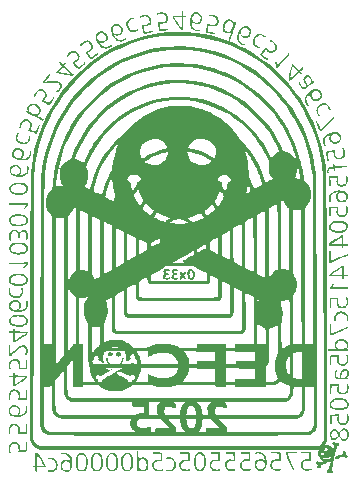
<source format=gbr>
%TF.GenerationSoftware,KiCad,Pcbnew,9.0.1*%
%TF.CreationDate,2025-07-13T22:34:50-07:00*%
%TF.ProjectId,defcon33_keychhain,64656663-6f6e-4333-935f-6b6579636868,rev?*%
%TF.SameCoordinates,Original*%
%TF.FileFunction,Copper,L2,Bot*%
%TF.FilePolarity,Positive*%
%FSLAX46Y46*%
G04 Gerber Fmt 4.6, Leading zero omitted, Abs format (unit mm)*
G04 Created by KiCad (PCBNEW 9.0.1) date 2025-07-13 22:34:50*
%MOMM*%
%LPD*%
G01*
G04 APERTURE LIST*
%TA.AperFunction,EtchedComponent*%
%ADD10C,0.000000*%
%TD*%
G04 APERTURE END LIST*
D10*
%TA.AperFunction,EtchedComponent*%
%TO.C,G\u002A\u002A\u002A*%
G36*
X164957913Y-92182372D02*
G01*
X164957726Y-92357323D01*
X164957284Y-92486230D01*
X164956579Y-92566665D01*
X164947296Y-93179221D01*
X164856505Y-93362005D01*
X164765715Y-93544789D01*
X164894681Y-93545348D01*
X165049409Y-93567480D01*
X165210657Y-93637950D01*
X165359976Y-93754170D01*
X165404442Y-93797056D01*
X165446526Y-93829046D01*
X165472501Y-93823775D01*
X165491468Y-93777112D01*
X165512531Y-93684926D01*
X165516809Y-93664555D01*
X165523131Y-93605923D01*
X165505915Y-93568877D01*
X165457231Y-93531408D01*
X165412145Y-93489782D01*
X165375470Y-93419024D01*
X165371629Y-93347477D01*
X165404191Y-93291294D01*
X165408540Y-93287834D01*
X165483154Y-93259539D01*
X165565010Y-93271946D01*
X165635883Y-93322594D01*
X165685798Y-93365704D01*
X165726384Y-93364342D01*
X165771202Y-93346083D01*
X165853747Y-93349221D01*
X165927155Y-93392084D01*
X165946551Y-93414704D01*
X165975612Y-93489208D01*
X165962082Y-93561537D01*
X165910742Y-93619432D01*
X165826369Y-93650635D01*
X165815578Y-93652673D01*
X165800759Y-93659609D01*
X165786544Y-93675232D01*
X165771633Y-93704098D01*
X165754730Y-93750760D01*
X165734534Y-93819775D01*
X165709747Y-93915696D01*
X165679071Y-94043078D01*
X165641206Y-94206477D01*
X165633783Y-94239144D01*
X165594855Y-94410446D01*
X165538719Y-94659541D01*
X165313680Y-95659764D01*
X165391360Y-95732327D01*
X165448602Y-95801779D01*
X165467402Y-95872271D01*
X165438498Y-95932084D01*
X165403285Y-95952477D01*
X165336282Y-95956711D01*
X165266374Y-95936419D01*
X165211371Y-95897699D01*
X165189079Y-95846653D01*
X165182784Y-95819971D01*
X165154517Y-95813829D01*
X165112726Y-95848096D01*
X165069764Y-95878940D01*
X165003014Y-95879034D01*
X164934570Y-95835370D01*
X164917864Y-95816137D01*
X164888876Y-95745134D01*
X164900028Y-95677254D01*
X164946049Y-95626358D01*
X165021666Y-95606312D01*
X165026433Y-95606232D01*
X165048627Y-95601360D01*
X165067288Y-95583612D01*
X165085236Y-95545607D01*
X165105291Y-95479960D01*
X165130274Y-95379288D01*
X165163002Y-95236207D01*
X165176951Y-95173050D01*
X165202461Y-95049900D01*
X165221064Y-94949124D01*
X165231158Y-94879777D01*
X165231142Y-94850913D01*
X165214163Y-94857812D01*
X165191860Y-94899097D01*
X165179569Y-94921424D01*
X165146776Y-94952093D01*
X165088841Y-94985890D01*
X164998040Y-95027112D01*
X164866649Y-95080057D01*
X164864860Y-95080756D01*
X164741903Y-95128479D01*
X164628937Y-95171811D01*
X164538422Y-95206005D01*
X164482817Y-95226312D01*
X164444601Y-95241873D01*
X164408745Y-95275383D01*
X164400101Y-95333201D01*
X164399756Y-95344604D01*
X164378422Y-95423223D01*
X164332138Y-95481633D01*
X164272334Y-95504509D01*
X164228630Y-95493760D01*
X164166247Y-95454231D01*
X164115586Y-95400450D01*
X164094690Y-95348283D01*
X164098897Y-95313011D01*
X164121037Y-95248326D01*
X164134580Y-95211464D01*
X164116678Y-95199098D01*
X164070866Y-95186329D01*
X164024309Y-95138001D01*
X163999018Y-95068884D01*
X164000155Y-94995328D01*
X164032881Y-94933681D01*
X164096466Y-94897577D01*
X164169336Y-94909098D01*
X164247226Y-94969858D01*
X164247440Y-94970087D01*
X164280622Y-95004554D01*
X164309645Y-95024564D01*
X164344851Y-95029376D01*
X164396581Y-95018247D01*
X164475178Y-94990436D01*
X164590983Y-94945201D01*
X164667336Y-94915186D01*
X164586025Y-94880805D01*
X164493663Y-94827265D01*
X164384870Y-94733576D01*
X164319139Y-94656434D01*
X164534853Y-94656434D01*
X164576078Y-94688054D01*
X164663360Y-94721893D01*
X164729280Y-94741791D01*
X164845440Y-94762620D01*
X164946020Y-94754808D01*
X165049099Y-94718181D01*
X165169353Y-94641877D01*
X165274515Y-94526273D01*
X165342875Y-94388494D01*
X165367389Y-94239144D01*
X165365121Y-94205984D01*
X165348364Y-94125022D01*
X165320008Y-94037479D01*
X165285699Y-93957428D01*
X165251078Y-93898940D01*
X165221788Y-93876085D01*
X165206164Y-93882653D01*
X165197393Y-93886340D01*
X165163628Y-93926553D01*
X165150435Y-93953053D01*
X165151162Y-93977890D01*
X165191131Y-93986999D01*
X165197883Y-93988335D01*
X165242270Y-94023539D01*
X165280134Y-94095711D01*
X165304781Y-94192736D01*
X165307223Y-94213018D01*
X165300525Y-94293704D01*
X165296106Y-94346936D01*
X165243459Y-94474116D01*
X165156776Y-94581289D01*
X165043554Y-94655184D01*
X164990302Y-94672797D01*
X164894136Y-94686930D01*
X164797247Y-94684625D01*
X164712326Y-94667664D01*
X164652066Y-94637833D01*
X164629159Y-94596916D01*
X164626091Y-94577564D01*
X164601012Y-94564881D01*
X164557897Y-94593366D01*
X164535390Y-94621796D01*
X164534853Y-94656434D01*
X164319139Y-94656434D01*
X164289095Y-94621175D01*
X164221823Y-94506000D01*
X164208508Y-94473762D01*
X164182921Y-94391355D01*
X164173781Y-94306248D01*
X164175148Y-94267780D01*
X164375934Y-94267780D01*
X164381293Y-94336488D01*
X164431215Y-94395951D01*
X164454665Y-94412035D01*
X164495925Y-94431612D01*
X164532969Y-94422483D01*
X164587551Y-94382822D01*
X164610335Y-94362282D01*
X164650010Y-94293704D01*
X164644216Y-94224991D01*
X164592690Y-94167114D01*
X164576688Y-94157141D01*
X164525373Y-94140117D01*
X164471798Y-94157612D01*
X164413192Y-94201262D01*
X164375934Y-94267780D01*
X164175148Y-94267780D01*
X164177741Y-94194811D01*
X164177748Y-94194717D01*
X164186615Y-94098565D01*
X164197643Y-94018673D01*
X164208446Y-93972327D01*
X164208985Y-93971019D01*
X164210436Y-93962956D01*
X164707418Y-93962956D01*
X164736053Y-94023266D01*
X164745699Y-94031421D01*
X164809399Y-94052221D01*
X164883420Y-94043540D01*
X164943351Y-94007264D01*
X164974725Y-93957425D01*
X164980149Y-93882653D01*
X164938929Y-93815968D01*
X164899829Y-93787706D01*
X164836060Y-93777801D01*
X164762077Y-93813467D01*
X164746731Y-93826588D01*
X164711930Y-93889714D01*
X164707418Y-93962956D01*
X164210436Y-93962956D01*
X164213670Y-93944993D01*
X164190522Y-93938094D01*
X164128753Y-93946876D01*
X164102673Y-93947930D01*
X164026735Y-93949086D01*
X163902943Y-93950221D01*
X163732902Y-93951332D01*
X163518219Y-93952415D01*
X163260501Y-93953470D01*
X162961353Y-93954492D01*
X162622383Y-93955481D01*
X162245196Y-93956434D01*
X161831400Y-93957347D01*
X161382601Y-93958219D01*
X160900404Y-93959047D01*
X160386417Y-93959830D01*
X159842246Y-93960563D01*
X159269497Y-93961246D01*
X158669776Y-93961875D01*
X158044691Y-93962448D01*
X157395848Y-93962963D01*
X156724853Y-93963417D01*
X156033312Y-93963808D01*
X155322831Y-93964133D01*
X154595019Y-93964390D01*
X153851480Y-93964577D01*
X153093821Y-93964691D01*
X152323648Y-93964729D01*
X140616233Y-93964729D01*
X140467087Y-93908405D01*
X140454576Y-93903591D01*
X140250783Y-93797045D01*
X140074970Y-93649985D01*
X139931487Y-93466856D01*
X139824687Y-93252104D01*
X139822694Y-93246776D01*
X139815656Y-93225756D01*
X139809368Y-93201240D01*
X139803787Y-93170439D01*
X139798873Y-93130564D01*
X139794582Y-93078827D01*
X139790873Y-93012440D01*
X139787703Y-92928614D01*
X139785030Y-92824560D01*
X139782812Y-92697490D01*
X139781006Y-92544615D01*
X139779571Y-92363147D01*
X139778464Y-92150296D01*
X139777644Y-91903276D01*
X139777067Y-91619296D01*
X139776691Y-91295569D01*
X139776476Y-90929305D01*
X139776385Y-90550773D01*
X140068420Y-90550773D01*
X140068442Y-90974248D01*
X140069079Y-93073948D01*
X140141808Y-93227680D01*
X140192748Y-93318900D01*
X140305292Y-93457836D01*
X140440226Y-93566263D01*
X140586394Y-93633985D01*
X140590531Y-93635066D01*
X140607814Y-93638036D01*
X140634278Y-93640844D01*
X140671270Y-93643494D01*
X140720134Y-93645991D01*
X140782218Y-93648337D01*
X140858866Y-93650539D01*
X140951424Y-93652599D01*
X141061239Y-93654522D01*
X141189656Y-93656312D01*
X141338021Y-93657974D01*
X141507679Y-93659510D01*
X141699977Y-93660927D01*
X141916260Y-93662227D01*
X142157875Y-93663414D01*
X142426167Y-93664494D01*
X142722481Y-93665470D01*
X143048164Y-93666346D01*
X143404562Y-93667126D01*
X143793019Y-93667815D01*
X144214883Y-93668417D01*
X144671499Y-93668936D01*
X145164213Y-93669375D01*
X145694370Y-93669740D01*
X146263317Y-93670034D01*
X146872399Y-93670262D01*
X147522961Y-93670427D01*
X148216351Y-93670534D01*
X148953914Y-93670587D01*
X149736995Y-93670590D01*
X150566940Y-93670547D01*
X151445095Y-93670463D01*
X152372807Y-93670341D01*
X152588041Y-93670309D01*
X153515662Y-93670145D01*
X154393945Y-93669946D01*
X155224169Y-93669708D01*
X156007610Y-93669428D01*
X156745545Y-93669100D01*
X157439253Y-93668722D01*
X158090010Y-93668290D01*
X158699095Y-93667799D01*
X159267784Y-93667245D01*
X159797354Y-93666625D01*
X160289084Y-93665935D01*
X160744251Y-93665171D01*
X161164132Y-93664329D01*
X161550004Y-93663405D01*
X161903145Y-93662395D01*
X162224833Y-93661295D01*
X162516344Y-93660101D01*
X162778957Y-93658810D01*
X163013948Y-93657417D01*
X163222595Y-93655919D01*
X163406176Y-93654311D01*
X163565967Y-93652590D01*
X163703247Y-93650752D01*
X163819292Y-93648793D01*
X163915381Y-93646708D01*
X163992790Y-93644495D01*
X164052798Y-93642149D01*
X164096680Y-93639666D01*
X164125715Y-93637042D01*
X164141181Y-93634274D01*
X164234484Y-93598397D01*
X164389113Y-93500009D01*
X164517446Y-93359806D01*
X164621619Y-93175751D01*
X164623227Y-93172474D01*
X164627312Y-93166616D01*
X164631165Y-93163631D01*
X164634789Y-93162025D01*
X164638183Y-93160304D01*
X164641350Y-93156974D01*
X164644290Y-93150542D01*
X164647005Y-93139514D01*
X164649496Y-93122396D01*
X164651765Y-93097694D01*
X164653813Y-93063916D01*
X164655641Y-93019566D01*
X164657250Y-92963151D01*
X164658642Y-92893178D01*
X164659818Y-92808153D01*
X164660780Y-92706582D01*
X164661528Y-92586972D01*
X164662064Y-92447828D01*
X164662389Y-92287657D01*
X164662505Y-92104966D01*
X164662413Y-91898259D01*
X164662114Y-91666045D01*
X164661609Y-91406829D01*
X164660900Y-91119117D01*
X164659989Y-90801416D01*
X164658875Y-90452232D01*
X164657561Y-90070071D01*
X164656048Y-89653439D01*
X164654338Y-89200843D01*
X164652431Y-88710789D01*
X164650329Y-88181784D01*
X164648033Y-87612333D01*
X164645544Y-87000943D01*
X164642865Y-86346120D01*
X164639995Y-85646370D01*
X164636937Y-84900200D01*
X164633692Y-84106117D01*
X164630260Y-83262625D01*
X164628047Y-82723362D01*
X164625314Y-82073207D01*
X164622499Y-81419781D01*
X164619619Y-80766272D01*
X164616690Y-80115865D01*
X164613727Y-79471747D01*
X164610746Y-78837105D01*
X164607764Y-78215126D01*
X164604797Y-77608996D01*
X164601860Y-77021902D01*
X164598969Y-76457029D01*
X164596141Y-75917566D01*
X164593391Y-75406698D01*
X164590735Y-74927612D01*
X164588189Y-74483494D01*
X164585770Y-74077531D01*
X164583493Y-73712911D01*
X164581374Y-73392818D01*
X164579430Y-73120441D01*
X164578541Y-73001910D01*
X164575272Y-72572624D01*
X164572238Y-72190230D01*
X164569364Y-71851540D01*
X164566576Y-71553367D01*
X164563798Y-71292522D01*
X164560954Y-71065818D01*
X164557971Y-70870066D01*
X164554773Y-70702079D01*
X164551285Y-70558670D01*
X164547432Y-70436649D01*
X164543138Y-70332830D01*
X164538329Y-70244025D01*
X164532930Y-70167045D01*
X164526866Y-70098703D01*
X164520061Y-70035812D01*
X164512440Y-69975182D01*
X164503930Y-69913627D01*
X164476041Y-69726588D01*
X164323423Y-68907054D01*
X164124160Y-68106284D01*
X163878704Y-67325378D01*
X163587508Y-66565436D01*
X163251023Y-65827560D01*
X162869702Y-65112850D01*
X162443997Y-64422406D01*
X161974361Y-63757329D01*
X161774067Y-63499689D01*
X161355841Y-63005446D01*
X160904596Y-62524141D01*
X160428272Y-62063278D01*
X159934809Y-61630361D01*
X159432149Y-61232896D01*
X158928231Y-60878388D01*
X158745081Y-60759888D01*
X158068402Y-60358103D01*
X157378641Y-60004892D01*
X156673690Y-59699477D01*
X155951441Y-59441084D01*
X155209785Y-59228937D01*
X154446614Y-59062260D01*
X153659821Y-58940278D01*
X153511029Y-58925366D01*
X153303667Y-58911728D01*
X153063125Y-58901434D01*
X152798733Y-58894485D01*
X152519820Y-58890885D01*
X152235715Y-58890634D01*
X151955747Y-58893736D01*
X151689245Y-58900192D01*
X151445539Y-58910005D01*
X151233957Y-58923176D01*
X151063829Y-58939707D01*
X150375763Y-59042428D01*
X149638035Y-59193913D01*
X148925734Y-59385863D01*
X148234300Y-59619675D01*
X147559176Y-59896750D01*
X146895803Y-60218485D01*
X146578102Y-60390657D01*
X145910381Y-60794176D01*
X145271809Y-61237934D01*
X144663709Y-61720034D01*
X144087399Y-62238578D01*
X143544202Y-62791669D01*
X143035437Y-63377408D01*
X142562424Y-63993900D01*
X142126485Y-64639245D01*
X141728940Y-65311548D01*
X141371110Y-66008910D01*
X141054315Y-66729433D01*
X140779875Y-67471221D01*
X140549111Y-68232376D01*
X140363344Y-69011001D01*
X140223895Y-69805197D01*
X140204019Y-69954717D01*
X140181600Y-70148069D01*
X140161664Y-70344230D01*
X140146954Y-70517823D01*
X140145220Y-70563410D01*
X140143283Y-70659262D01*
X140141248Y-70802070D01*
X140139123Y-70989804D01*
X140136916Y-71220435D01*
X140134635Y-71491934D01*
X140132287Y-71802271D01*
X140129880Y-72149419D01*
X140127422Y-72531346D01*
X140124921Y-72946025D01*
X140122384Y-73391425D01*
X140119820Y-73865519D01*
X140117236Y-74366275D01*
X140114640Y-74891667D01*
X140112040Y-75439663D01*
X140109443Y-76008235D01*
X140106857Y-76595353D01*
X140104291Y-77198989D01*
X140101751Y-77817114D01*
X140099246Y-78447697D01*
X140096784Y-79088710D01*
X140094372Y-79738124D01*
X140092017Y-80393909D01*
X140089729Y-81054036D01*
X140087514Y-81716476D01*
X140085381Y-82379200D01*
X140083337Y-83040179D01*
X140081389Y-83697383D01*
X140079547Y-84348783D01*
X140077817Y-84992350D01*
X140076207Y-85626054D01*
X140074726Y-86247867D01*
X140073380Y-86855760D01*
X140072178Y-87447702D01*
X140071128Y-88021666D01*
X140070237Y-88575621D01*
X140069512Y-89107538D01*
X140068963Y-89615389D01*
X140068596Y-90097143D01*
X140068420Y-90550773D01*
X139776385Y-90550773D01*
X139776377Y-90517717D01*
X139776354Y-90058016D01*
X139776376Y-89779058D01*
X139776549Y-89202127D01*
X139776890Y-88605495D01*
X139777393Y-87991122D01*
X139778049Y-87360970D01*
X139778854Y-86717000D01*
X139779799Y-86061173D01*
X139780879Y-85395451D01*
X139782086Y-84721794D01*
X139783414Y-84042164D01*
X139784857Y-83358522D01*
X139786408Y-82672830D01*
X139788059Y-81987047D01*
X139789805Y-81303137D01*
X139791638Y-80623059D01*
X139793553Y-79948775D01*
X139795542Y-79282246D01*
X139797598Y-78625434D01*
X139799715Y-77980299D01*
X139801887Y-77348804D01*
X139804107Y-76732908D01*
X139806367Y-76134574D01*
X139808662Y-75555762D01*
X139810985Y-74998434D01*
X139813328Y-74464550D01*
X139815686Y-73956073D01*
X139818052Y-73474963D01*
X139820418Y-73023182D01*
X139822779Y-72602690D01*
X139825128Y-72215449D01*
X139827457Y-71863420D01*
X139829761Y-71548565D01*
X139832033Y-71272844D01*
X139834265Y-71038219D01*
X139836452Y-70846651D01*
X139838587Y-70700100D01*
X139840662Y-70600530D01*
X139842672Y-70549899D01*
X139842983Y-70545894D01*
X139910730Y-69910584D01*
X140015504Y-69255943D01*
X140154679Y-68594458D01*
X140325631Y-67938616D01*
X140525733Y-67300902D01*
X140602760Y-67082009D01*
X140900675Y-66328895D01*
X141239985Y-65601436D01*
X141619125Y-64901097D01*
X142036531Y-64229343D01*
X142490636Y-63587641D01*
X142979876Y-62977457D01*
X143502687Y-62400256D01*
X144057503Y-61857505D01*
X144642759Y-61350669D01*
X145256890Y-60881214D01*
X145898332Y-60450607D01*
X146565519Y-60060313D01*
X147256887Y-59711798D01*
X147970869Y-59406529D01*
X148705903Y-59145970D01*
X149460422Y-58931589D01*
X149973804Y-58815224D01*
X150737808Y-58685283D01*
X151505777Y-58605553D01*
X152275909Y-58575910D01*
X153046400Y-58596227D01*
X153815450Y-58666381D01*
X154581256Y-58786247D01*
X155342014Y-58955699D01*
X156095924Y-59174613D01*
X156841183Y-59442864D01*
X156884498Y-59460304D01*
X157065131Y-59537619D01*
X157275859Y-59633460D01*
X157505733Y-59742402D01*
X157743806Y-59859024D01*
X157979129Y-59977903D01*
X158200754Y-60093614D01*
X158397734Y-60200735D01*
X158559119Y-60293842D01*
X158696524Y-60377741D01*
X159375564Y-60827494D01*
X160020653Y-61314974D01*
X160631034Y-61839355D01*
X161205949Y-62399809D01*
X161744641Y-62995509D01*
X162246353Y-63625629D01*
X162710327Y-64289340D01*
X163135806Y-64985815D01*
X163522032Y-65714228D01*
X163702613Y-66095169D01*
X164013756Y-66834477D01*
X164278705Y-67586763D01*
X164498763Y-68356331D01*
X164675235Y-69147485D01*
X164809424Y-69964529D01*
X164811703Y-69981278D01*
X164818540Y-70032881D01*
X164824785Y-70083850D01*
X164830474Y-70136639D01*
X164835648Y-70193701D01*
X164840342Y-70257491D01*
X164844597Y-70330463D01*
X164848451Y-70415071D01*
X164851941Y-70513770D01*
X164855106Y-70629012D01*
X164857984Y-70763253D01*
X164860614Y-70918947D01*
X164863034Y-71098546D01*
X164865282Y-71304507D01*
X164867396Y-71539282D01*
X164869416Y-71805325D01*
X164871378Y-72105092D01*
X164873322Y-72441035D01*
X164875285Y-72815610D01*
X164877307Y-73231269D01*
X164879425Y-73690468D01*
X164881677Y-74195659D01*
X164884102Y-74749298D01*
X164886056Y-75193628D01*
X164888263Y-75689246D01*
X164890681Y-76226575D01*
X164893287Y-76800994D01*
X164896061Y-77407879D01*
X164898980Y-78042608D01*
X164902024Y-78700561D01*
X164905170Y-79377114D01*
X164908397Y-80067646D01*
X164911683Y-80767534D01*
X164915007Y-81472156D01*
X164918346Y-82176891D01*
X164921681Y-82877117D01*
X164924988Y-83568211D01*
X164928246Y-84245550D01*
X164931435Y-84904514D01*
X164934531Y-85540481D01*
X164935229Y-85684011D01*
X164937961Y-86258233D01*
X164940552Y-86822835D01*
X164942994Y-87375389D01*
X164945279Y-87913466D01*
X164947401Y-88434639D01*
X164949350Y-88936478D01*
X164951121Y-89416556D01*
X164952704Y-89872444D01*
X164954093Y-90301715D01*
X164955279Y-90701939D01*
X164956256Y-91070688D01*
X164957016Y-91405534D01*
X164957550Y-91704049D01*
X164957851Y-91963804D01*
X164957891Y-92104966D01*
X164957913Y-92182372D01*
G37*
%TD.AperFunction*%
%TA.AperFunction,EtchedComponent*%
G36*
X144666892Y-95148733D02*
G01*
X144637337Y-95339110D01*
X144582036Y-95502823D01*
X144503006Y-95634604D01*
X144402262Y-95729187D01*
X144281822Y-95781305D01*
X144244819Y-95788280D01*
X144079607Y-95788439D01*
X143916922Y-95739631D01*
X143835530Y-95679612D01*
X143760183Y-95574347D01*
X143700354Y-95434990D01*
X143658712Y-95269710D01*
X143637925Y-95086676D01*
X143639402Y-94982765D01*
X143797596Y-94982765D01*
X143798754Y-95073463D01*
X143811047Y-95253137D01*
X143838128Y-95393304D01*
X143881675Y-95500868D01*
X143943366Y-95582736D01*
X143994631Y-95626507D01*
X144055170Y-95651080D01*
X144141188Y-95657214D01*
X144152887Y-95657068D01*
X144271884Y-95634570D01*
X144365993Y-95572481D01*
X144436503Y-95468967D01*
X144484704Y-95322197D01*
X144511885Y-95130337D01*
X144516656Y-95010925D01*
X144506691Y-94826488D01*
X144477442Y-94658213D01*
X144431070Y-94522346D01*
X144370243Y-94433802D01*
X144278331Y-94366398D01*
X144172686Y-94335903D01*
X144064961Y-94345437D01*
X143966808Y-94398118D01*
X143928554Y-94434811D01*
X143868057Y-94524015D01*
X143827488Y-94640157D01*
X143804713Y-94790614D01*
X143797596Y-94982765D01*
X143639402Y-94982765D01*
X143640663Y-94894058D01*
X143642869Y-94868019D01*
X143675741Y-94650838D01*
X143731573Y-94478322D01*
X143811321Y-94349312D01*
X143915943Y-94262648D01*
X144046394Y-94217170D01*
X144203632Y-94211720D01*
X144209933Y-94212278D01*
X144348766Y-94246538D01*
X144461777Y-94321535D01*
X144549968Y-94438583D01*
X144614342Y-94598995D01*
X144655903Y-94804086D01*
X144668686Y-94936959D01*
X144668059Y-95010925D01*
X144666892Y-95148733D01*
G37*
%TD.AperFunction*%
%TA.AperFunction,EtchedComponent*%
G36*
X143320255Y-95439063D02*
G01*
X143257916Y-95593058D01*
X143166940Y-95707312D01*
X143046795Y-95783026D01*
X143003166Y-95793695D01*
X142919189Y-95801070D01*
X142823323Y-95800021D01*
X142783141Y-95796482D01*
X142627625Y-95757453D01*
X142506437Y-95681447D01*
X142421088Y-95570279D01*
X142373091Y-95425759D01*
X142364458Y-95259304D01*
X142498027Y-95259304D01*
X142512202Y-95400258D01*
X142545186Y-95497503D01*
X142604719Y-95583694D01*
X142695521Y-95647094D01*
X142700223Y-95649419D01*
X142776109Y-95672946D01*
X142861012Y-95682570D01*
X142928171Y-95676178D01*
X143039838Y-95630851D01*
X143125417Y-95546726D01*
X143180181Y-95429365D01*
X143199405Y-95284330D01*
X143197426Y-95236533D01*
X143166635Y-95112794D01*
X143096978Y-95020726D01*
X142986420Y-94957204D01*
X142921739Y-94937729D01*
X142792575Y-94930843D01*
X142679165Y-94965589D01*
X142587966Y-95035937D01*
X142525434Y-95135853D01*
X142498027Y-95259304D01*
X142364458Y-95259304D01*
X142363960Y-95249700D01*
X142370862Y-95169340D01*
X142391419Y-95071369D01*
X142426374Y-95002667D01*
X142467471Y-94953473D01*
X142586975Y-94859586D01*
X142722741Y-94808758D01*
X142865812Y-94801974D01*
X143007235Y-94840216D01*
X143138056Y-94924469D01*
X143164765Y-94947643D01*
X143204729Y-94977937D01*
X143221527Y-94977314D01*
X143224951Y-94948478D01*
X143223382Y-94911553D01*
X143199659Y-94779307D01*
X143153811Y-94645598D01*
X143094103Y-94536453D01*
X143024922Y-94457574D01*
X142910466Y-94381648D01*
X142769772Y-94343678D01*
X142596611Y-94341219D01*
X142532984Y-94345843D01*
X142463192Y-94348484D01*
X142426725Y-94342653D01*
X142412771Y-94325651D01*
X142410522Y-94294781D01*
X142413458Y-94266796D01*
X142438425Y-94235755D01*
X142500472Y-94217395D01*
X142561346Y-94209365D01*
X142715210Y-94210369D01*
X142871413Y-94235324D01*
X143004911Y-94281071D01*
X143111443Y-94348653D01*
X143221375Y-94470483D01*
X143299656Y-94631336D01*
X143346481Y-94831644D01*
X143362046Y-95071843D01*
X143354491Y-95244124D01*
X143347430Y-95284330D01*
X143320255Y-95439063D01*
G37*
%TD.AperFunction*%
%TA.AperFunction,EtchedComponent*%
G36*
X141632032Y-94637435D02*
G01*
X141793518Y-94681663D01*
X141924878Y-94763559D01*
X142022802Y-94880374D01*
X142083983Y-95029354D01*
X142105111Y-95207748D01*
X142105101Y-95212560D01*
X142085914Y-95401586D01*
X142030656Y-95557221D01*
X141940190Y-95677815D01*
X141815380Y-95761719D01*
X141787776Y-95773412D01*
X141713048Y-95794426D01*
X141620670Y-95803742D01*
X141494290Y-95803488D01*
X141429065Y-95801308D01*
X141348099Y-95796133D01*
X141302529Y-95787048D01*
X141282449Y-95771454D01*
X141277957Y-95746754D01*
X141278664Y-95733972D01*
X141288839Y-95713674D01*
X141319232Y-95702259D01*
X141380066Y-95697170D01*
X141481564Y-95695852D01*
X141518432Y-95695331D01*
X141656762Y-95681005D01*
X141760131Y-95642901D01*
X141839208Y-95575398D01*
X141904658Y-95472875D01*
X141936235Y-95379352D01*
X141951454Y-95256926D01*
X141947894Y-95129090D01*
X141926140Y-95013639D01*
X141886777Y-94928364D01*
X141851427Y-94883484D01*
X141783798Y-94817508D01*
X141708474Y-94778270D01*
X141611311Y-94759810D01*
X141478165Y-94756167D01*
X141391830Y-94756734D01*
X141320769Y-94754494D01*
X141283279Y-94746748D01*
X141269691Y-94731128D01*
X141270335Y-94705265D01*
X141272518Y-94694150D01*
X141290735Y-94666037D01*
X141335081Y-94648649D01*
X141417937Y-94636191D01*
X141443726Y-94633628D01*
X141632032Y-94637435D01*
G37*
%TD.AperFunction*%
%TA.AperFunction,EtchedComponent*%
G36*
X141113561Y-95293279D02*
G01*
X141132837Y-95345441D01*
X141143546Y-95428156D01*
X140758998Y-95428156D01*
X140374450Y-95428156D01*
X140374450Y-95620728D01*
X140374450Y-95813301D01*
X140304460Y-95805247D01*
X140282354Y-95802209D01*
X140254869Y-95791273D01*
X140239536Y-95763633D01*
X140231771Y-95707897D01*
X140226992Y-95612675D01*
X140219514Y-95428156D01*
X140104330Y-95428156D01*
X140074175Y-95427935D01*
X140018736Y-95422894D01*
X139997256Y-95406100D01*
X139997279Y-95370891D01*
X140008739Y-95336564D01*
X140042961Y-95315535D01*
X140113578Y-95305801D01*
X140221744Y-95297975D01*
X140221744Y-94837695D01*
X140374450Y-94837695D01*
X140374450Y-95300901D01*
X140679861Y-95300901D01*
X140682989Y-95300901D01*
X140800484Y-95299815D01*
X140896587Y-95296955D01*
X140961461Y-95292747D01*
X140985272Y-95287620D01*
X140976506Y-95271317D01*
X140943941Y-95219015D01*
X140892129Y-95138405D01*
X140826169Y-95037187D01*
X140751161Y-94923065D01*
X140672204Y-94803741D01*
X140594398Y-94686917D01*
X140522843Y-94580295D01*
X140462639Y-94491578D01*
X140418886Y-94428468D01*
X140396683Y-94398667D01*
X140390200Y-94409790D01*
X140383794Y-94464710D01*
X140378818Y-94558589D01*
X140375596Y-94685045D01*
X140374450Y-94837695D01*
X140221744Y-94837695D01*
X140221744Y-94764969D01*
X140221744Y-94231964D01*
X140322050Y-94231964D01*
X140422356Y-94231964D01*
X140772243Y-94747344D01*
X140886765Y-94918493D01*
X140988999Y-95077276D01*
X141065106Y-95203048D01*
X141110522Y-95287620D01*
X141113561Y-95293279D01*
G37*
%TD.AperFunction*%
%TA.AperFunction,EtchedComponent*%
G36*
X151602428Y-94591256D02*
G01*
X151760119Y-94617563D01*
X151888726Y-94677337D01*
X151997979Y-94774467D01*
X152004954Y-94782615D01*
X152082384Y-94912390D01*
X152125586Y-95068681D01*
X152132600Y-95239404D01*
X152101466Y-95412478D01*
X152098960Y-95420422D01*
X152045232Y-95524576D01*
X151961157Y-95624647D01*
X151861632Y-95705718D01*
X151761554Y-95752868D01*
X151601413Y-95779128D01*
X151388328Y-95768133D01*
X151343495Y-95758610D01*
X151303347Y-95736073D01*
X151292887Y-95696269D01*
X151293772Y-95676867D01*
X151303411Y-95656897D01*
X151332355Y-95647552D01*
X151391097Y-95646430D01*
X151490131Y-95651130D01*
X151505357Y-95651955D01*
X151605249Y-95655042D01*
X151672845Y-95649635D01*
X151724471Y-95632944D01*
X151776454Y-95602176D01*
X151805666Y-95580375D01*
X151892641Y-95480640D01*
X151949487Y-95356930D01*
X151976156Y-95220047D01*
X151972602Y-95080787D01*
X151938777Y-94949951D01*
X151874635Y-94838335D01*
X151780129Y-94756739D01*
X151765623Y-94749092D01*
X151658620Y-94716393D01*
X151525017Y-94704699D01*
X151382437Y-94715822D01*
X151360882Y-94718763D01*
X151315402Y-94713466D01*
X151297218Y-94680404D01*
X151295974Y-94672835D01*
X151302848Y-94632404D01*
X151340582Y-94606658D01*
X151415686Y-94593099D01*
X151534670Y-94589225D01*
X151602428Y-94591256D01*
G37*
%TD.AperFunction*%
%TA.AperFunction,EtchedComponent*%
G36*
X150673094Y-94181355D02*
G01*
X150794928Y-94183202D01*
X150878320Y-94187388D01*
X150930689Y-94194648D01*
X150959453Y-94205714D01*
X150972028Y-94221320D01*
X150973252Y-94225584D01*
X150978820Y-94274084D01*
X150983338Y-94360472D01*
X150986369Y-94473939D01*
X150987476Y-94603679D01*
X150987476Y-94945780D01*
X150790231Y-94929541D01*
X150735103Y-94925844D01*
X150563863Y-94929234D01*
X150433117Y-94960004D01*
X150339987Y-95019787D01*
X150281596Y-95110214D01*
X150255066Y-95232915D01*
X150253256Y-95292948D01*
X150278307Y-95426496D01*
X150344784Y-95531073D01*
X150451243Y-95604926D01*
X150596239Y-95646307D01*
X150601969Y-95647113D01*
X150718574Y-95648670D01*
X150850044Y-95629644D01*
X150968388Y-95593971D01*
X150987981Y-95587973D01*
X151007992Y-95600672D01*
X151012927Y-95653338D01*
X151012927Y-95653937D01*
X151007222Y-95705908D01*
X150980344Y-95732148D01*
X150917486Y-95747223D01*
X150903486Y-95749626D01*
X150836885Y-95762736D01*
X150796594Y-95773357D01*
X150789854Y-95775541D01*
X150726939Y-95780055D01*
X150635366Y-95772706D01*
X150532182Y-95756126D01*
X150434430Y-95732948D01*
X150359153Y-95705804D01*
X150333911Y-95692833D01*
X150231469Y-95615930D01*
X150161202Y-95510755D01*
X150116215Y-95367710D01*
X150105274Y-95296409D01*
X150112282Y-95144732D01*
X150161563Y-95015883D01*
X150249260Y-94913565D01*
X150371515Y-94841485D01*
X150524471Y-94803347D01*
X150704271Y-94802856D01*
X150782738Y-94809856D01*
X150834200Y-94809936D01*
X150853560Y-94799904D01*
X150850613Y-94778105D01*
X150848291Y-94769742D01*
X150841398Y-94713843D01*
X150836582Y-94626467D01*
X150834771Y-94522567D01*
X150834771Y-94308316D01*
X150503909Y-94308316D01*
X150173047Y-94308316D01*
X150173047Y-94244689D01*
X150173047Y-94181062D01*
X150564813Y-94181062D01*
X150673094Y-94181355D01*
G37*
%TD.AperFunction*%
%TA.AperFunction,EtchedComponent*%
G36*
X149799606Y-95199098D02*
G01*
X149799559Y-95206551D01*
X149780510Y-95396816D01*
X149727740Y-95551570D01*
X149642003Y-95669312D01*
X149524049Y-95748541D01*
X149462303Y-95768208D01*
X149357098Y-95781751D01*
X149252701Y-95777814D01*
X149172426Y-95755908D01*
X149168289Y-95753708D01*
X149109627Y-95714326D01*
X149046845Y-95662068D01*
X148976855Y-95596789D01*
X148976855Y-95677903D01*
X148973886Y-95725396D01*
X148953482Y-95753273D01*
X148900502Y-95759018D01*
X148824149Y-95759018D01*
X148824149Y-95124706D01*
X148976083Y-95124706D01*
X148983159Y-95270161D01*
X149016941Y-95408170D01*
X149075026Y-95525543D01*
X149155011Y-95609088D01*
X149212269Y-95641500D01*
X149323926Y-95666889D01*
X149431283Y-95644799D01*
X149527834Y-95577282D01*
X149607072Y-95466392D01*
X149630925Y-95389105D01*
X149644340Y-95279140D01*
X149646599Y-95155391D01*
X149637382Y-95035986D01*
X149616370Y-94939059D01*
X149581358Y-94864003D01*
X149503712Y-94777326D01*
X149406683Y-94727499D01*
X149300394Y-94715064D01*
X149194971Y-94740563D01*
X149100537Y-94804537D01*
X149027216Y-94907529D01*
X148998115Y-94984998D01*
X148976083Y-95124706D01*
X148824149Y-95124706D01*
X148824149Y-94919138D01*
X148824149Y-94079258D01*
X148887777Y-94079258D01*
X148894259Y-94079291D01*
X148926297Y-94083727D01*
X148943396Y-94103899D01*
X148950258Y-94151525D01*
X148951585Y-94238326D01*
X148952920Y-94313640D01*
X148958785Y-94444817D01*
X148967704Y-94566118D01*
X148983642Y-94734842D01*
X149070936Y-94675603D01*
X149140211Y-94637339D01*
X149277058Y-94599806D01*
X149418676Y-94601292D01*
X149551526Y-94640840D01*
X149662071Y-94717488D01*
X149704225Y-94767423D01*
X149759059Y-94876476D01*
X149790159Y-95017937D01*
X149797327Y-95155391D01*
X149799606Y-95199098D01*
G37*
%TD.AperFunction*%
%TA.AperFunction,EtchedComponent*%
G36*
X148519492Y-95048058D02*
G01*
X148504725Y-95238440D01*
X148468578Y-95407038D01*
X148447159Y-95467137D01*
X148374293Y-95600816D01*
X148280524Y-95700494D01*
X148172766Y-95757967D01*
X148083755Y-95777509D01*
X147929991Y-95776562D01*
X147790920Y-95730576D01*
X147673846Y-95641260D01*
X147669681Y-95636789D01*
X147608798Y-95559472D01*
X147564960Y-95472942D01*
X147535206Y-95366843D01*
X147516576Y-95230819D01*
X147506108Y-95054516D01*
X147505689Y-94982765D01*
X147647515Y-94982765D01*
X147649075Y-95087236D01*
X147660959Y-95244936D01*
X147686565Y-95367601D01*
X147728300Y-95464850D01*
X147788572Y-95546301D01*
X147813728Y-95570786D01*
X147912669Y-95630235D01*
X148022430Y-95652701D01*
X148126325Y-95633858D01*
X148203082Y-95584288D01*
X148279864Y-95481137D01*
X148331851Y-95333920D01*
X148358958Y-95142902D01*
X148361097Y-94908351D01*
X148354579Y-94806179D01*
X148326301Y-94625602D01*
X148277089Y-94489023D01*
X148205538Y-94394218D01*
X148110242Y-94338965D01*
X147989796Y-94321042D01*
X147981124Y-94321081D01*
X147908769Y-94328372D01*
X147853720Y-94355851D01*
X147792964Y-94414438D01*
X147752134Y-94464571D01*
X147702527Y-94554132D01*
X147670260Y-94663689D01*
X147652775Y-94803236D01*
X147647515Y-94982765D01*
X147505689Y-94982765D01*
X147504976Y-94860871D01*
X147521507Y-94671884D01*
X147558836Y-94519494D01*
X147618516Y-94397729D01*
X147702098Y-94300617D01*
X147815887Y-94225512D01*
X147949783Y-94187681D01*
X148086907Y-94191272D01*
X148216945Y-94234389D01*
X148329584Y-94315135D01*
X148414509Y-94431614D01*
X148444060Y-94500467D01*
X148488304Y-94663646D01*
X148513734Y-94851318D01*
X148515403Y-94908351D01*
X148519492Y-95048058D01*
G37*
%TD.AperFunction*%
%TA.AperFunction,EtchedComponent*%
G36*
X147231637Y-95008216D02*
G01*
X147223675Y-95197587D01*
X147190151Y-95398166D01*
X147130131Y-95556347D01*
X147043294Y-95672919D01*
X146929319Y-95748669D01*
X146877516Y-95765455D01*
X146763176Y-95781232D01*
X146642384Y-95778745D01*
X146541588Y-95757399D01*
X146464531Y-95715122D01*
X146369971Y-95618628D01*
X146294528Y-95485539D01*
X146240332Y-95322829D01*
X146209518Y-95137474D01*
X146205437Y-94982765D01*
X146368137Y-94982765D01*
X146370679Y-95116809D01*
X146384822Y-95280194D01*
X146413101Y-95406715D01*
X146457475Y-95504075D01*
X146519898Y-95579974D01*
X146567822Y-95611628D01*
X146662771Y-95642163D01*
X146766247Y-95650763D01*
X146854552Y-95633631D01*
X146917928Y-95594913D01*
X146988987Y-95507630D01*
X147038709Y-95380225D01*
X147067931Y-95210308D01*
X147077486Y-94995491D01*
X147075329Y-94873685D01*
X147062035Y-94715508D01*
X147034627Y-94592738D01*
X146990818Y-94496525D01*
X146928322Y-94418020D01*
X146921878Y-94411625D01*
X146862193Y-94361648D01*
X146802537Y-94339057D01*
X146717702Y-94333767D01*
X146695879Y-94334188D01*
X146587656Y-94353178D01*
X146503458Y-94403011D01*
X146441346Y-94487285D01*
X146399382Y-94609602D01*
X146375625Y-94773562D01*
X146368137Y-94982765D01*
X146205437Y-94982765D01*
X146204215Y-94936447D01*
X146226557Y-94726723D01*
X146268144Y-94560992D01*
X146340702Y-94404907D01*
X146437046Y-94289472D01*
X146554702Y-94216769D01*
X146691192Y-94188877D01*
X146844042Y-94207876D01*
X146906786Y-94229353D01*
X147025299Y-94304383D01*
X147116381Y-94418423D01*
X147180692Y-94572834D01*
X147218891Y-94768978D01*
X147230959Y-94995491D01*
X147231637Y-95008216D01*
G37*
%TD.AperFunction*%
%TA.AperFunction,EtchedComponent*%
G36*
X145943332Y-95084085D02*
G01*
X145941135Y-95135778D01*
X145932776Y-95259574D01*
X145919484Y-95352646D01*
X145898550Y-95430042D01*
X145867268Y-95506813D01*
X145834022Y-95570476D01*
X145737464Y-95690890D01*
X145617336Y-95767422D01*
X145579722Y-95774060D01*
X145505085Y-95777821D01*
X145413159Y-95776909D01*
X145280616Y-95760785D01*
X145169832Y-95714983D01*
X145083077Y-95632722D01*
X145009611Y-95506813D01*
X145007683Y-95502693D01*
X144981859Y-95443821D01*
X144963973Y-95389459D01*
X144952578Y-95328527D01*
X144946230Y-95249942D01*
X144943482Y-95142624D01*
X144942887Y-94995491D01*
X144942888Y-94984825D01*
X144943258Y-94907241D01*
X145075925Y-94907241D01*
X145076739Y-95096078D01*
X145098128Y-95270126D01*
X145138151Y-95420767D01*
X145194870Y-95539383D01*
X145266345Y-95617356D01*
X145308734Y-95638569D01*
X145406367Y-95655327D01*
X145513273Y-95645074D01*
X145608045Y-95608372D01*
X145631026Y-95592914D01*
X145690460Y-95532305D01*
X145733548Y-95447440D01*
X145762094Y-95331866D01*
X145777899Y-95179126D01*
X145782767Y-94982765D01*
X145782640Y-94919603D01*
X145780755Y-94796459D01*
X145775388Y-94707677D01*
X145764990Y-94641538D01*
X145748009Y-94586324D01*
X145722896Y-94530317D01*
X145713815Y-94512593D01*
X145638520Y-94410298D01*
X145542340Y-94352163D01*
X145418425Y-94333767D01*
X145326654Y-94346425D01*
X145235418Y-94397496D01*
X145165650Y-94489859D01*
X145115748Y-94625783D01*
X145084111Y-94807535D01*
X145075925Y-94907241D01*
X144943258Y-94907241D01*
X144943576Y-94840529D01*
X144946509Y-94735351D01*
X144953133Y-94658207D01*
X144964894Y-94598016D01*
X144983237Y-94543697D01*
X145009611Y-94484169D01*
X145060226Y-94391898D01*
X145146158Y-94294602D01*
X145254444Y-94236531D01*
X145394517Y-94210989D01*
X145510709Y-94212657D01*
X145651834Y-94251280D01*
X145765305Y-94332477D01*
X145851156Y-94456302D01*
X145909421Y-94622809D01*
X145940135Y-94832052D01*
X145942047Y-94982765D01*
X145943332Y-95084085D01*
G37*
%TD.AperFunction*%
%TA.AperFunction,EtchedComponent*%
G36*
X157146594Y-94537970D02*
G01*
X157146594Y-94920329D01*
X156949350Y-94904090D01*
X156786878Y-94899726D01*
X156640015Y-94920815D01*
X156531545Y-94970935D01*
X156458791Y-95051395D01*
X156419080Y-95163503D01*
X156417153Y-95174423D01*
X156415725Y-95314261D01*
X156457019Y-95433535D01*
X156535715Y-95527673D01*
X156646489Y-95592104D01*
X156784020Y-95622257D01*
X156942987Y-95613559D01*
X156999307Y-95602749D01*
X157078053Y-95584646D01*
X157127506Y-95569404D01*
X157147562Y-95562892D01*
X157167236Y-95575348D01*
X157172045Y-95627887D01*
X157172045Y-95628486D01*
X157166340Y-95680457D01*
X157139462Y-95706697D01*
X157076604Y-95721772D01*
X157062563Y-95724167D01*
X156995986Y-95736760D01*
X156955712Y-95746367D01*
X156894041Y-95758452D01*
X156776424Y-95754185D01*
X156648323Y-95725779D01*
X156527677Y-95677750D01*
X156432424Y-95614614D01*
X156416638Y-95599834D01*
X156334529Y-95494296D01*
X156289008Y-95368196D01*
X156275837Y-95210597D01*
X156282721Y-95126836D01*
X156327208Y-94991465D01*
X156410158Y-94886356D01*
X156528340Y-94813921D01*
X156678522Y-94776571D01*
X156857472Y-94776717D01*
X157019340Y-94793301D01*
X157019060Y-94633524D01*
X157017579Y-94560392D01*
X157011730Y-94457348D01*
X157003004Y-94378306D01*
X156987229Y-94282865D01*
X156659697Y-94282865D01*
X156332165Y-94282865D01*
X156332165Y-94219238D01*
X156332165Y-94155611D01*
X156739380Y-94155611D01*
X157146594Y-94155611D01*
X157146594Y-94537970D01*
G37*
%TD.AperFunction*%
%TA.AperFunction,EtchedComponent*%
G36*
X155857462Y-94327404D02*
G01*
X155860574Y-94362959D01*
X155868258Y-94484917D01*
X155872434Y-94610145D01*
X155873148Y-94727832D01*
X155870443Y-94827162D01*
X155864366Y-94897323D01*
X155854961Y-94927501D01*
X155834173Y-94929852D01*
X155774462Y-94925168D01*
X155693654Y-94912770D01*
X155642441Y-94904619D01*
X155470905Y-94899538D01*
X155329827Y-94934052D01*
X155220222Y-95007955D01*
X155178801Y-95052526D01*
X155150544Y-95099796D01*
X155138500Y-95159346D01*
X155135973Y-95250449D01*
X155138194Y-95339667D01*
X155149960Y-95399298D01*
X155178844Y-95447790D01*
X155232420Y-95505140D01*
X155279035Y-95547924D01*
X155357937Y-95596026D01*
X155454773Y-95620468D01*
X155581795Y-95625423D01*
X155727290Y-95607337D01*
X155854961Y-95569189D01*
X155874214Y-95562897D01*
X155894513Y-95574668D01*
X155899500Y-95626512D01*
X155894107Y-95675588D01*
X155867107Y-95706364D01*
X155804059Y-95728408D01*
X155632045Y-95755727D01*
X155457349Y-95749065D01*
X155297138Y-95709379D01*
X155165016Y-95638581D01*
X155150023Y-95626680D01*
X155060439Y-95522445D01*
X155004821Y-95395021D01*
X154983683Y-95256135D01*
X154997535Y-95117516D01*
X155046889Y-94990893D01*
X155132258Y-94887993D01*
X155209631Y-94839425D01*
X155336305Y-94795750D01*
X155475522Y-94776822D01*
X155607425Y-94786867D01*
X155721344Y-94811164D01*
X155721344Y-94547015D01*
X155721344Y-94282865D01*
X155390482Y-94282865D01*
X155059620Y-94282865D01*
X155059620Y-94219238D01*
X155059620Y-94155611D01*
X155450429Y-94155611D01*
X155841238Y-94155611D01*
X155857462Y-94327404D01*
G37*
%TD.AperFunction*%
%TA.AperFunction,EtchedComponent*%
G36*
X154686392Y-95012635D02*
G01*
X154676032Y-95174758D01*
X154669677Y-95219906D01*
X154622765Y-95412948D01*
X154549289Y-95563384D01*
X154449524Y-95670777D01*
X154323744Y-95734694D01*
X154287206Y-95744312D01*
X154137712Y-95754050D01*
X153997706Y-95718216D01*
X153874639Y-95641107D01*
X153775962Y-95527019D01*
X153709122Y-95380248D01*
X153678683Y-95234323D01*
X153664346Y-95059485D01*
X153665663Y-94944589D01*
X153825251Y-94944589D01*
X153825336Y-94995844D01*
X153827087Y-95127398D01*
X153832146Y-95223061D01*
X153841874Y-95294202D01*
X153857634Y-95352188D01*
X153880785Y-95408389D01*
X153883981Y-95415161D01*
X153946449Y-95512671D01*
X154020765Y-95580087D01*
X154040655Y-95591364D01*
X154154516Y-95625877D01*
X154265409Y-95612751D01*
X154365249Y-95554398D01*
X154445952Y-95453230D01*
X154469140Y-95402613D01*
X154503931Y-95274815D01*
X154525209Y-95119601D01*
X154532630Y-94951338D01*
X154525855Y-94784393D01*
X154504540Y-94633132D01*
X154468344Y-94511924D01*
X154443381Y-94462155D01*
X154362426Y-94363123D01*
X154264336Y-94305950D01*
X154157886Y-94290822D01*
X154051854Y-94317920D01*
X153955017Y-94387430D01*
X153876153Y-94499534D01*
X153871891Y-94508210D01*
X153851829Y-94558104D01*
X153838361Y-94615962D01*
X153830260Y-94692510D01*
X153826299Y-94798476D01*
X153825251Y-94944589D01*
X153665663Y-94944589D01*
X153666467Y-94874478D01*
X153684222Y-94694135D01*
X153716782Y-94533294D01*
X153763324Y-94406789D01*
X153817687Y-94322836D01*
X153920040Y-94230556D01*
X154040503Y-94176227D01*
X154170227Y-94159333D01*
X154300360Y-94179359D01*
X154422054Y-94235789D01*
X154526457Y-94328107D01*
X154604720Y-94455799D01*
X154628783Y-94524013D01*
X154661058Y-94670026D01*
X154680831Y-94838646D01*
X154684433Y-94951338D01*
X154686392Y-95012635D01*
G37*
%TD.AperFunction*%
%TA.AperFunction,EtchedComponent*%
G36*
X153287157Y-94337501D02*
G01*
X153288453Y-94350592D01*
X153296086Y-94459224D01*
X153301470Y-94589505D01*
X153303508Y-94716069D01*
X153303508Y-94938198D01*
X153078471Y-94925367D01*
X152959908Y-94922325D01*
X152807906Y-94935934D01*
X152696248Y-94974296D01*
X152621163Y-95039895D01*
X152578879Y-95135211D01*
X152565622Y-95262725D01*
X152583827Y-95400561D01*
X152639903Y-95507903D01*
X152733612Y-95581137D01*
X152864705Y-95620071D01*
X153032935Y-95624512D01*
X153131824Y-95615669D01*
X153218734Y-95604293D01*
X153273722Y-95592933D01*
X153306265Y-95584668D01*
X153326109Y-95596407D01*
X153324624Y-95646346D01*
X153305514Y-95703473D01*
X153252606Y-95736386D01*
X153161148Y-95751999D01*
X153037984Y-95757466D01*
X152908390Y-95751827D01*
X152791241Y-95735966D01*
X152705412Y-95710766D01*
X152654837Y-95683985D01*
X152536768Y-95586238D01*
X152456205Y-95462156D01*
X152416191Y-95320658D01*
X152419772Y-95170661D01*
X152469991Y-95021085D01*
X152472528Y-95016163D01*
X152549127Y-94909352D01*
X152651201Y-94839099D01*
X152784196Y-94802893D01*
X152953558Y-94798225D01*
X153150803Y-94808917D01*
X153150803Y-94558616D01*
X153150803Y-94308316D01*
X152819941Y-94308316D01*
X152489079Y-94308316D01*
X152489079Y-94244689D01*
X152489079Y-94181062D01*
X152879942Y-94181062D01*
X153270806Y-94181062D01*
X153287157Y-94337501D01*
G37*
%TD.AperFunction*%
%TA.AperFunction,EtchedComponent*%
G36*
X163569212Y-94324882D02*
G01*
X163576766Y-94435245D01*
X163583199Y-94579149D01*
X163585672Y-94706794D01*
X163585672Y-94893984D01*
X163373717Y-94877692D01*
X163275194Y-94873083D01*
X163114516Y-94884369D01*
X162993946Y-94923919D01*
X162910955Y-94993423D01*
X162863014Y-95094569D01*
X162847596Y-95229047D01*
X162848954Y-95299275D01*
X162858686Y-95364496D01*
X162883958Y-95413618D01*
X162931849Y-95466597D01*
X162945785Y-95479978D01*
X163069405Y-95560524D01*
X163215568Y-95596087D01*
X163382065Y-95586082D01*
X163438589Y-95574783D01*
X163517212Y-95556664D01*
X163566584Y-95542175D01*
X163577306Y-95538438D01*
X163604176Y-95543825D01*
X163611123Y-95589362D01*
X163607335Y-95632735D01*
X163587211Y-95664787D01*
X163539363Y-95686936D01*
X163452446Y-95707642D01*
X163307802Y-95723368D01*
X163145482Y-95709948D01*
X162995919Y-95666638D01*
X162870530Y-95596899D01*
X162780736Y-95504188D01*
X162744693Y-95434204D01*
X162708427Y-95302386D01*
X162698732Y-95162751D01*
X162718713Y-95038602D01*
X162757154Y-94957940D01*
X162847489Y-94859541D01*
X162970944Y-94789579D01*
X163119871Y-94751935D01*
X163286624Y-94750485D01*
X163432967Y-94765652D01*
X163432967Y-94511533D01*
X163432967Y-94257415D01*
X163104828Y-94257415D01*
X163085635Y-94257404D01*
X162953348Y-94256275D01*
X162862860Y-94252619D01*
X162806068Y-94245480D01*
X162774868Y-94233906D01*
X162761158Y-94216941D01*
X162755497Y-94194829D01*
X162759937Y-94153314D01*
X162769486Y-94148984D01*
X162821711Y-94141535D01*
X162910884Y-94135565D01*
X163027862Y-94131599D01*
X163163500Y-94130160D01*
X163552752Y-94130160D01*
X163569212Y-94324882D01*
G37*
%TD.AperFunction*%
%TA.AperFunction,EtchedComponent*%
G36*
X160824249Y-94134519D02*
G01*
X160976955Y-94142885D01*
X160996799Y-94321042D01*
X161005596Y-94434498D01*
X161010358Y-94573662D01*
X161009524Y-94702805D01*
X161007358Y-94758938D01*
X161001986Y-94838349D01*
X160992824Y-94881559D01*
X160976965Y-94898377D01*
X160951504Y-94898613D01*
X160948966Y-94898251D01*
X160895597Y-94893923D01*
X160810092Y-94889923D01*
X160709720Y-94887073D01*
X160549264Y-94895545D01*
X160425830Y-94930669D01*
X160341247Y-94994765D01*
X160292621Y-95090052D01*
X160277055Y-95218750D01*
X160280535Y-95293805D01*
X160308481Y-95407158D01*
X160369224Y-95491081D01*
X160468511Y-95555688D01*
X160480488Y-95561396D01*
X160560046Y-95591710D01*
X160639147Y-95602673D01*
X160742802Y-95598158D01*
X160815722Y-95590678D01*
X160907047Y-95578551D01*
X160970592Y-95566856D01*
X161007274Y-95559609D01*
X161034876Y-95569692D01*
X161040582Y-95615343D01*
X161039005Y-95639035D01*
X161016938Y-95679223D01*
X160957867Y-95705093D01*
X160955495Y-95705769D01*
X160838694Y-95725527D01*
X160700214Y-95729886D01*
X160563603Y-95719345D01*
X160452409Y-95694402D01*
X160406925Y-95676057D01*
X160279171Y-95591889D01*
X160188251Y-95475389D01*
X160137253Y-95331612D01*
X160129266Y-95165611D01*
X160154032Y-95040870D01*
X160219246Y-94920332D01*
X160322082Y-94833344D01*
X160461458Y-94780765D01*
X160636290Y-94763452D01*
X160636950Y-94763454D01*
X160728964Y-94765946D01*
X160801303Y-94771892D01*
X160838358Y-94780013D01*
X160843343Y-94780246D01*
X160853746Y-94747114D01*
X160858310Y-94664464D01*
X160856976Y-94533078D01*
X160849700Y-94270140D01*
X160525201Y-94263017D01*
X160432211Y-94260762D01*
X160327219Y-94256762D01*
X160259691Y-94250871D01*
X160221507Y-94241718D01*
X160204551Y-94227927D01*
X160200702Y-94208127D01*
X160202452Y-94193414D01*
X160217214Y-94174988D01*
X160254864Y-94162199D01*
X160324726Y-94152478D01*
X160436123Y-94143257D01*
X160469775Y-94140995D01*
X160599987Y-94134936D01*
X160725870Y-94132604D01*
X160824249Y-94134519D01*
G37*
%TD.AperFunction*%
%TA.AperFunction,EtchedComponent*%
G36*
X159798595Y-95250921D02*
G01*
X159787400Y-95323532D01*
X159768174Y-95387223D01*
X159738784Y-95455911D01*
X159696305Y-95533855D01*
X159601154Y-95646321D01*
X159488077Y-95715203D01*
X159486224Y-95715888D01*
X159390892Y-95733048D01*
X159272240Y-95730478D01*
X159152376Y-95710250D01*
X159053410Y-95674439D01*
X158996270Y-95637608D01*
X158900062Y-95535100D01*
X158835042Y-95405840D01*
X158804316Y-95261038D01*
X158805625Y-95231793D01*
X158951465Y-95231793D01*
X158966059Y-95351604D01*
X159011637Y-95455835D01*
X159020462Y-95468315D01*
X159076816Y-95531491D01*
X159132528Y-95573753D01*
X159192865Y-95595894D01*
X159306934Y-95607502D01*
X159419547Y-95588935D01*
X159509747Y-95541961D01*
X159516830Y-95535857D01*
X159598929Y-95435392D01*
X159645128Y-95318202D01*
X159655926Y-95195311D01*
X159631820Y-95077746D01*
X159573308Y-94976532D01*
X159480888Y-94902695D01*
X159477175Y-94900834D01*
X159391991Y-94875523D01*
X159286575Y-94865564D01*
X159183670Y-94871492D01*
X159106017Y-94893846D01*
X159070124Y-94918627D01*
X159005845Y-95001330D01*
X158965510Y-95110377D01*
X158951465Y-95231793D01*
X158805625Y-95231793D01*
X158810989Y-95111905D01*
X158858167Y-94969652D01*
X158939839Y-94858188D01*
X159051341Y-94779063D01*
X159181128Y-94736573D01*
X159318929Y-94732475D01*
X159454473Y-94768529D01*
X159577489Y-94846493D01*
X159666233Y-94924411D01*
X159666233Y-94850041D01*
X159658519Y-94769573D01*
X159625257Y-94641959D01*
X159573372Y-94519134D01*
X159511250Y-94424139D01*
X159405572Y-94335805D01*
X159262932Y-94278539D01*
X159094223Y-94261996D01*
X158902706Y-94286911D01*
X158876054Y-94280827D01*
X158864530Y-94233581D01*
X158881596Y-94187295D01*
X158943328Y-94150805D01*
X159047515Y-94134114D01*
X159191446Y-94138016D01*
X159226538Y-94141859D01*
X159401804Y-94186895D01*
X159546957Y-94271545D01*
X159659525Y-94394456D01*
X159660879Y-94396468D01*
X159721175Y-94497029D01*
X159762806Y-94596996D01*
X159788743Y-94709131D01*
X159801958Y-94846192D01*
X159805423Y-95020942D01*
X159805418Y-95023276D01*
X159803890Y-95155475D01*
X159801680Y-95195311D01*
X159798595Y-95250921D01*
G37*
%TD.AperFunction*%
%TA.AperFunction,EtchedComponent*%
G36*
X158428003Y-94327404D02*
G01*
X158428013Y-94327501D01*
X158436206Y-94442521D01*
X158442096Y-94578898D01*
X158444409Y-94707128D01*
X158444590Y-94915058D01*
X158207571Y-94900918D01*
X158083730Y-94897839D01*
X157937125Y-94912689D01*
X157830154Y-94953244D01*
X157758763Y-95022394D01*
X157718901Y-95123026D01*
X157706514Y-95258029D01*
X157707727Y-95304717D01*
X157723041Y-95395718D01*
X157759663Y-95463409D01*
X157797614Y-95504641D01*
X157911907Y-95577413D01*
X158055418Y-95612585D01*
X158223818Y-95609467D01*
X158412777Y-95567370D01*
X158437003Y-95561110D01*
X158464009Y-95569614D01*
X158470041Y-95616890D01*
X158460252Y-95666055D01*
X158412777Y-95707323D01*
X158403052Y-95710453D01*
X158340385Y-95720872D01*
X158247556Y-95728531D01*
X158140852Y-95731954D01*
X158102640Y-95731700D01*
X157919507Y-95711287D01*
X157774899Y-95658157D01*
X157667773Y-95571525D01*
X157597087Y-95450602D01*
X157561798Y-95294602D01*
X157564475Y-95137007D01*
X157608164Y-94999301D01*
X157690584Y-94891327D01*
X157808692Y-94815832D01*
X157959443Y-94775563D01*
X158139792Y-94773265D01*
X158291885Y-94787057D01*
X158291885Y-94534961D01*
X158291885Y-94282865D01*
X157961023Y-94282865D01*
X157630161Y-94282865D01*
X157630161Y-94219238D01*
X157630161Y-94155611D01*
X158020970Y-94155611D01*
X158411779Y-94155611D01*
X158428003Y-94327404D01*
G37*
%TD.AperFunction*%
%TA.AperFunction,EtchedComponent*%
G36*
X161980950Y-94142898D02*
G01*
X162127017Y-94143307D01*
X162232044Y-94144921D01*
X162302984Y-94148571D01*
X162346787Y-94155087D01*
X162370405Y-94165302D01*
X162380788Y-94180046D01*
X162384887Y-94200150D01*
X162393020Y-94257415D01*
X161984036Y-94257415D01*
X161891589Y-94257825D01*
X161765853Y-94259873D01*
X161665518Y-94263347D01*
X161599084Y-94267917D01*
X161575051Y-94273254D01*
X161576215Y-94277292D01*
X161592442Y-94318189D01*
X161625819Y-94397801D01*
X161673827Y-94510253D01*
X161733949Y-94649669D01*
X161803666Y-94810176D01*
X161880462Y-94985897D01*
X161907236Y-95047037D01*
X161981890Y-95218126D01*
X162048614Y-95371923D01*
X162104890Y-95502570D01*
X162148203Y-95604208D01*
X162176036Y-95670978D01*
X162185873Y-95697021D01*
X162185811Y-95697583D01*
X162161803Y-95704872D01*
X162107472Y-95703366D01*
X162098446Y-95702347D01*
X162076895Y-95697440D01*
X162056506Y-95685379D01*
X162034637Y-95661205D01*
X162008649Y-95619959D01*
X161975901Y-95556682D01*
X161933752Y-95466417D01*
X161879563Y-95344202D01*
X161810694Y-95185081D01*
X161724504Y-94984094D01*
X161648661Y-94805000D01*
X161571218Y-94616927D01*
X161508855Y-94459186D01*
X161463097Y-94335767D01*
X161435472Y-94250656D01*
X161427504Y-94207842D01*
X161435071Y-94142885D01*
X161905913Y-94142885D01*
X161980950Y-94142898D01*
G37*
%TD.AperFunction*%
%TA.AperFunction,EtchedComponent*%
G36*
X166457263Y-94090391D02*
G01*
X166518657Y-94133827D01*
X166557150Y-94197043D01*
X166565147Y-94265963D01*
X166535053Y-94326511D01*
X166528194Y-94335435D01*
X166534925Y-94362544D01*
X166585954Y-94395882D01*
X166615698Y-94412957D01*
X166655226Y-94455465D01*
X166665231Y-94520212D01*
X166653997Y-94597242D01*
X166611760Y-94648444D01*
X166534731Y-94664629D01*
X166474429Y-94649510D01*
X166404699Y-94587177D01*
X166344084Y-94509726D01*
X165951100Y-94660627D01*
X165854647Y-94697082D01*
X165735703Y-94740235D01*
X165640252Y-94772718D01*
X165576245Y-94791858D01*
X165551633Y-94794979D01*
X165551221Y-94784626D01*
X165559774Y-94735610D01*
X165578091Y-94664655D01*
X165611032Y-94550878D01*
X165934525Y-94425879D01*
X165979645Y-94408427D01*
X166095687Y-94362783D01*
X166173955Y-94329167D01*
X166221886Y-94302860D01*
X166246916Y-94279144D01*
X166256481Y-94253300D01*
X166258017Y-94220610D01*
X166271685Y-94139628D01*
X166317715Y-94093444D01*
X166401644Y-94079258D01*
X166457263Y-94090391D01*
G37*
%TD.AperFunction*%
%TA.AperFunction,EtchedComponent*%
G36*
X139481166Y-93296073D02*
G01*
X139498425Y-93321891D01*
X139510197Y-93378041D01*
X139519957Y-93474799D01*
X139520359Y-93479733D01*
X139528704Y-93601817D01*
X139536181Y-93743651D01*
X139541217Y-93875540D01*
X139547296Y-94091762D01*
X139381865Y-94107506D01*
X139380236Y-94107660D01*
X139268518Y-94117847D01*
X139135086Y-94129403D01*
X139008467Y-94139859D01*
X138800500Y-94156468D01*
X138802644Y-93933344D01*
X138801315Y-93842616D01*
X138782903Y-93684887D01*
X138741158Y-93568695D01*
X138673459Y-93490313D01*
X138577180Y-93446016D01*
X138449700Y-93432078D01*
X138425949Y-93432521D01*
X138299349Y-93455930D01*
X138202571Y-93517987D01*
X138128447Y-93622951D01*
X138100224Y-93707435D01*
X138086271Y-93833537D01*
X138093708Y-93968505D01*
X138122779Y-94091984D01*
X138132135Y-94118128D01*
X138151818Y-94174634D01*
X138159838Y-94200150D01*
X138138827Y-94204609D01*
X138086407Y-94206513D01*
X138056750Y-94205125D01*
X138024021Y-94191444D01*
X138002265Y-94152714D01*
X137981386Y-94076429D01*
X137974661Y-94045460D01*
X137958440Y-93894516D01*
X137965147Y-93741808D01*
X137993100Y-93603811D01*
X138040613Y-93496998D01*
X138077477Y-93448600D01*
X138190694Y-93356591D01*
X138332718Y-93304717D01*
X138499797Y-93294629D01*
X138516818Y-93295911D01*
X138667953Y-93329249D01*
X138784220Y-93399510D01*
X138865185Y-93506145D01*
X138910419Y-93648609D01*
X138919488Y-93826354D01*
X138911023Y-94006811D01*
X139152807Y-93989376D01*
X139213693Y-93984504D01*
X139310218Y-93974552D01*
X139380030Y-93964395D01*
X139411079Y-93955609D01*
X139411126Y-93955561D01*
X139415923Y-93924893D01*
X139416864Y-93854053D01*
X139414062Y-93753544D01*
X139407630Y-93633867D01*
X139407610Y-93633563D01*
X139400772Y-93513572D01*
X139396870Y-93412457D01*
X139396188Y-93340847D01*
X139399007Y-93309368D01*
X139412170Y-93299280D01*
X139457548Y-93290280D01*
X139481166Y-93296073D01*
G37*
%TD.AperFunction*%
%TA.AperFunction,EtchedComponent*%
G36*
X166767035Y-92666733D02*
G01*
X166757657Y-92806381D01*
X166718182Y-92947567D01*
X166645961Y-93054455D01*
X166538947Y-93131212D01*
X166501431Y-93148753D01*
X166424672Y-93177234D01*
X166368810Y-93188477D01*
X166286453Y-93177175D01*
X166169672Y-93122949D01*
X166067653Y-93030850D01*
X165990818Y-92908595D01*
X165946626Y-92810596D01*
X165865828Y-92916530D01*
X165810842Y-92983299D01*
X165708556Y-93075467D01*
X165605502Y-93123025D01*
X165495364Y-93129604D01*
X165491262Y-93129127D01*
X165379332Y-93092353D01*
X165289508Y-93018116D01*
X165223663Y-92915386D01*
X165183670Y-92793135D01*
X165171637Y-92662861D01*
X165290883Y-92662861D01*
X165291373Y-92678644D01*
X165313187Y-92780484D01*
X165359881Y-92876151D01*
X165421112Y-92943367D01*
X165422716Y-92944482D01*
X165515339Y-92981931D01*
X165611435Y-92968694D01*
X165711237Y-92904739D01*
X165737044Y-92880952D01*
X165816764Y-92787005D01*
X165861708Y-92696337D01*
X165864469Y-92652023D01*
X165993878Y-92652023D01*
X166055026Y-92782578D01*
X166081132Y-92832294D01*
X166136008Y-92915367D01*
X166189048Y-92974452D01*
X166218479Y-92996343D01*
X166317895Y-93035385D01*
X166418471Y-93030038D01*
X166511372Y-92984027D01*
X166587760Y-92901075D01*
X166638799Y-92784907D01*
X166643402Y-92766167D01*
X166653123Y-92640587D01*
X166630121Y-92521303D01*
X166580000Y-92417192D01*
X166508365Y-92337134D01*
X166420822Y-92290004D01*
X166322975Y-92284682D01*
X166301072Y-92289259D01*
X166206304Y-92328196D01*
X166129823Y-92400199D01*
X166061489Y-92514167D01*
X166010187Y-92618770D01*
X165993878Y-92652023D01*
X165864469Y-92652023D01*
X165866540Y-92618770D01*
X165850865Y-92580159D01*
X165801496Y-92505905D01*
X165734784Y-92430561D01*
X165664793Y-92369297D01*
X165605588Y-92337285D01*
X165592747Y-92334453D01*
X165495262Y-92339696D01*
X165409844Y-92391588D01*
X165342755Y-92486573D01*
X165329987Y-92515080D01*
X165302032Y-92597132D01*
X165290883Y-92662861D01*
X165171637Y-92662861D01*
X165171404Y-92660334D01*
X165188736Y-92525955D01*
X165237542Y-92398968D01*
X165319694Y-92288347D01*
X165372688Y-92237660D01*
X165420706Y-92206222D01*
X165475060Y-92196759D01*
X165557868Y-92201176D01*
X165562606Y-92201579D01*
X165657611Y-92216840D01*
X165731896Y-92249614D01*
X165800019Y-92309207D01*
X165876536Y-92404926D01*
X165945719Y-92499432D01*
X165990364Y-92400427D01*
X166021361Y-92339018D01*
X166099951Y-92237113D01*
X166199381Y-92176402D01*
X166327981Y-92150726D01*
X166344746Y-92149631D01*
X166434143Y-92149304D01*
X166499533Y-92164586D01*
X166563428Y-92200207D01*
X166602339Y-92229762D01*
X166693384Y-92341071D01*
X166748509Y-92487246D01*
X166764336Y-92640587D01*
X166767035Y-92666733D01*
G37*
%TD.AperFunction*%
%TA.AperFunction,EtchedComponent*%
G36*
X138561904Y-91742525D02*
G01*
X138689183Y-91777051D01*
X138788671Y-91850327D01*
X138868303Y-91967039D01*
X138895681Y-92025845D01*
X138914116Y-92090875D01*
X138920261Y-92168875D01*
X138917051Y-92278607D01*
X138906715Y-92475851D01*
X139157015Y-92475851D01*
X139407316Y-92475851D01*
X139407316Y-92147713D01*
X139407327Y-92128519D01*
X139408455Y-91996232D01*
X139412112Y-91905744D01*
X139419250Y-91848952D01*
X139430824Y-91817753D01*
X139447789Y-91804043D01*
X139469901Y-91798381D01*
X139511416Y-91802822D01*
X139515848Y-91812810D01*
X139523259Y-91865635D01*
X139529197Y-91955324D01*
X139533140Y-92072766D01*
X139534570Y-92208849D01*
X139534570Y-92600566D01*
X139388227Y-92610184D01*
X139369805Y-92611281D01*
X139265121Y-92615271D01*
X139138324Y-92617608D01*
X139012827Y-92617817D01*
X138783769Y-92615831D01*
X138792351Y-92361322D01*
X138795237Y-92250256D01*
X138793704Y-92166377D01*
X138785396Y-92108338D01*
X138768354Y-92063128D01*
X138740620Y-92017735D01*
X138693200Y-91962104D01*
X138594031Y-91898519D01*
X138480857Y-91872366D01*
X138364686Y-91882040D01*
X138256527Y-91925937D01*
X138167388Y-92002448D01*
X138108278Y-92109970D01*
X138106426Y-92115995D01*
X138093720Y-92195069D01*
X138089322Y-92300668D01*
X138092719Y-92413533D01*
X138103402Y-92514403D01*
X138120859Y-92584018D01*
X138125931Y-92597604D01*
X138119742Y-92622331D01*
X138073236Y-92628557D01*
X138058947Y-92627800D01*
X138010868Y-92607008D01*
X137979257Y-92553482D01*
X137961907Y-92461486D01*
X137956614Y-92325287D01*
X137962589Y-92204114D01*
X137998775Y-92035446D01*
X138068191Y-91905110D01*
X138171351Y-91812529D01*
X138308768Y-91757128D01*
X138480957Y-91738334D01*
X138561904Y-91742525D01*
G37*
%TD.AperFunction*%
%TA.AperFunction,EtchedComponent*%
G36*
X166638610Y-90923428D02*
G01*
X166690099Y-90939191D01*
X166725854Y-90986603D01*
X166748754Y-91071915D01*
X166761677Y-91201380D01*
X166764218Y-91283645D01*
X166749201Y-91459178D01*
X166702434Y-91598857D01*
X166622107Y-91706836D01*
X166506412Y-91787266D01*
X166497746Y-91791599D01*
X166420519Y-91821883D01*
X166337652Y-91834722D01*
X166227017Y-91833801D01*
X166104900Y-91819770D01*
X166002012Y-91782447D01*
X165923219Y-91714803D01*
X165855620Y-91609031D01*
X165830754Y-91556407D01*
X165810690Y-91489602D01*
X165803102Y-91410000D01*
X165804907Y-91298747D01*
X165813004Y-91101503D01*
X165565407Y-91101503D01*
X165317811Y-91101503D01*
X165310710Y-91438727D01*
X165310291Y-91458493D01*
X165307056Y-91589190D01*
X165302906Y-91678293D01*
X165296300Y-91734070D01*
X165285698Y-91764784D01*
X165269559Y-91778701D01*
X165246344Y-91784084D01*
X165189079Y-91792217D01*
X165189079Y-91383233D01*
X165189079Y-90974248D01*
X165430863Y-90968864D01*
X165474083Y-90967931D01*
X165600892Y-90965472D01*
X165718579Y-90963544D01*
X165806264Y-90962502D01*
X165939881Y-90961523D01*
X165931465Y-91216032D01*
X165928677Y-91325825D01*
X165930217Y-91410249D01*
X165938501Y-91468675D01*
X165955485Y-91514125D01*
X165983129Y-91559619D01*
X166031247Y-91615826D01*
X166130156Y-91678293D01*
X166243232Y-91703719D01*
X166359382Y-91693724D01*
X166467516Y-91649924D01*
X166556543Y-91573938D01*
X166615371Y-91467384D01*
X166627463Y-91405370D01*
X166633528Y-91300784D01*
X166630817Y-91182074D01*
X166619894Y-91068822D01*
X166601326Y-90980611D01*
X166597719Y-90968537D01*
X166598040Y-90932349D01*
X166633696Y-90923346D01*
X166638610Y-90923428D01*
G37*
%TD.AperFunction*%
%TA.AperFunction,EtchedComponent*%
G36*
X138966041Y-90686792D02*
G01*
X138928569Y-90830623D01*
X138842065Y-90963706D01*
X138833745Y-90973285D01*
X138799179Y-91019171D01*
X138795368Y-91044682D01*
X138826751Y-91051056D01*
X138897765Y-91039533D01*
X139012850Y-91011349D01*
X139171101Y-90953177D01*
X139295391Y-90865676D01*
X139378339Y-90749239D01*
X139421221Y-90602042D01*
X139425315Y-90422261D01*
X139420939Y-90362076D01*
X139418102Y-90290793D01*
X139423596Y-90253248D01*
X139440011Y-90238641D01*
X139469937Y-90236172D01*
X139479482Y-90236543D01*
X139518269Y-90251689D01*
X139542800Y-90294558D01*
X139555720Y-90372744D01*
X139559674Y-90493844D01*
X139551458Y-90617407D01*
X139504004Y-90791082D01*
X139415689Y-90935446D01*
X139288075Y-91048832D01*
X139122721Y-91129575D01*
X138921189Y-91176005D01*
X138909491Y-91177499D01*
X138695106Y-91190391D01*
X138496816Y-91175665D01*
X138320956Y-91135333D01*
X138173865Y-91071406D01*
X138061877Y-90985895D01*
X137991330Y-90880813D01*
X137981372Y-90854060D01*
X137958288Y-90719532D01*
X137960919Y-90683013D01*
X138087253Y-90683013D01*
X138088250Y-90757351D01*
X138106420Y-90811544D01*
X138147806Y-90868172D01*
X138158891Y-90880811D01*
X138225014Y-90943229D01*
X138289244Y-90987888D01*
X138365721Y-91013160D01*
X138477170Y-91023309D01*
X138588477Y-91012075D01*
X138676402Y-90979934D01*
X138728834Y-90936199D01*
X138794412Y-90839982D01*
X138833339Y-90726330D01*
X138837092Y-90614618D01*
X138803386Y-90496047D01*
X138740476Y-90410871D01*
X138641760Y-90352859D01*
X138552053Y-90325458D01*
X138414506Y-90316967D01*
X138292221Y-90349169D01*
X138192467Y-90418144D01*
X138122510Y-90519971D01*
X138089620Y-90650729D01*
X138087253Y-90683013D01*
X137960919Y-90683013D01*
X137968679Y-90575298D01*
X138009693Y-90439390D01*
X138078477Y-90329836D01*
X138160956Y-90260079D01*
X138286175Y-90202349D01*
X138425043Y-90177220D01*
X138566421Y-90183910D01*
X138699170Y-90221638D01*
X138812153Y-90289622D01*
X138894229Y-90387080D01*
X138954099Y-90536436D01*
X138960309Y-90614618D01*
X138966041Y-90686792D01*
G37*
%TD.AperFunction*%
%TA.AperFunction,EtchedComponent*%
G36*
X166745412Y-90204358D02*
G01*
X166733058Y-90244329D01*
X166662130Y-90373172D01*
X166550977Y-90471723D01*
X166398526Y-90541021D01*
X166247245Y-90574200D01*
X166066221Y-90590946D01*
X165875026Y-90591073D01*
X165692672Y-90574572D01*
X165538174Y-90541433D01*
X165425644Y-90497075D01*
X165297445Y-90409439D01*
X165212507Y-90295535D01*
X165171529Y-90156419D01*
X165174181Y-90038779D01*
X165299735Y-90038779D01*
X165300975Y-90138738D01*
X165344384Y-90243679D01*
X165427406Y-90330777D01*
X165544231Y-90394222D01*
X165689048Y-90428202D01*
X165792038Y-90439146D01*
X165888837Y-90447327D01*
X165966093Y-90449791D01*
X166041003Y-90446968D01*
X166130763Y-90439291D01*
X166283460Y-90416744D01*
X166435435Y-90369640D01*
X166542624Y-90301053D01*
X166606131Y-90210222D01*
X166627055Y-90096387D01*
X166627041Y-90092979D01*
X166603912Y-89970476D01*
X166535911Y-89870355D01*
X166421805Y-89790781D01*
X166405747Y-89782951D01*
X166357119Y-89764357D01*
X166299147Y-89751911D01*
X166221448Y-89744455D01*
X166113637Y-89740830D01*
X165965332Y-89739879D01*
X165876088Y-89740115D01*
X165754279Y-89742173D01*
X165666934Y-89747389D01*
X165603606Y-89757010D01*
X165553848Y-89772277D01*
X165507215Y-89794436D01*
X165495939Y-89800564D01*
X165392362Y-89870278D01*
X165329889Y-89946235D01*
X165299735Y-90038779D01*
X165174181Y-90038779D01*
X165175210Y-89993145D01*
X165179908Y-89967574D01*
X165233105Y-89840566D01*
X165332088Y-89733481D01*
X165475217Y-89648206D01*
X165503577Y-89635914D01*
X165562206Y-89614809D01*
X165624657Y-89600928D01*
X165702697Y-89592782D01*
X165808091Y-89588878D01*
X165952606Y-89587728D01*
X166102265Y-89589303D01*
X166254823Y-89597825D01*
X166373284Y-89615721D01*
X166466901Y-89645226D01*
X166544929Y-89688573D01*
X166616622Y-89747994D01*
X166649369Y-89781975D01*
X166729924Y-89909040D01*
X166762309Y-90051150D01*
X166757320Y-90096387D01*
X166745412Y-90204358D01*
G37*
%TD.AperFunction*%
%TA.AperFunction,EtchedComponent*%
G36*
X138631034Y-88855772D02*
G01*
X138722135Y-88894243D01*
X138734056Y-88902539D01*
X138842569Y-89010221D01*
X138913130Y-89145845D01*
X138942637Y-89300783D01*
X138927984Y-89466406D01*
X138903708Y-89574449D01*
X139168237Y-89574449D01*
X139432767Y-89574449D01*
X139432767Y-89243587D01*
X139432767Y-88912725D01*
X139496394Y-88912725D01*
X139560021Y-88912725D01*
X139560021Y-89305751D01*
X139560021Y-89698776D01*
X139451855Y-89708906D01*
X139407631Y-89711782D01*
X139311012Y-89715001D01*
X139190947Y-89716760D01*
X139063728Y-89716732D01*
X138783769Y-89714429D01*
X138796494Y-89625350D01*
X138800715Y-89593168D01*
X138810882Y-89445001D01*
X138806131Y-89309054D01*
X138787466Y-89197750D01*
X138755892Y-89123512D01*
X138665394Y-89036250D01*
X138552806Y-88984614D01*
X138431713Y-88971863D01*
X138314237Y-88999236D01*
X138212498Y-89067972D01*
X138202114Y-89078840D01*
X138130701Y-89191521D01*
X138091764Y-89330231D01*
X138087514Y-89481465D01*
X138120163Y-89631713D01*
X138154223Y-89727154D01*
X138082066Y-89727154D01*
X138038390Y-89722154D01*
X138006690Y-89695106D01*
X137983403Y-89631713D01*
X137958774Y-89495089D01*
X137961804Y-89329948D01*
X137997892Y-89174970D01*
X138063593Y-89039392D01*
X138155459Y-88932451D01*
X138270045Y-88863384D01*
X138275720Y-88861307D01*
X138387423Y-88837912D01*
X138512662Y-88836531D01*
X138631034Y-88855772D01*
G37*
%TD.AperFunction*%
%TA.AperFunction,EtchedComponent*%
G36*
X166669794Y-88357939D02*
G01*
X166709579Y-88396575D01*
X166738263Y-88476784D01*
X166757873Y-88602985D01*
X166761619Y-88733269D01*
X166735556Y-88899195D01*
X166676678Y-89043214D01*
X166588572Y-89157335D01*
X166474823Y-89233570D01*
X166365118Y-89262129D01*
X166235065Y-89268021D01*
X166107120Y-89252065D01*
X166003611Y-89215136D01*
X165946027Y-89174274D01*
X165860685Y-89070598D01*
X165804423Y-88939074D01*
X165781365Y-88791148D01*
X165795640Y-88638265D01*
X165820329Y-88529236D01*
X165561968Y-88536462D01*
X165303608Y-88543687D01*
X165296495Y-88882583D01*
X165295754Y-88917622D01*
X165292596Y-89043913D01*
X165288523Y-89128937D01*
X165282024Y-89180550D01*
X165271589Y-89206603D01*
X165255707Y-89214950D01*
X165232868Y-89213445D01*
X165217397Y-89210560D01*
X165200323Y-89201179D01*
X165188460Y-89178835D01*
X165180622Y-89135940D01*
X165175618Y-89064909D01*
X165172261Y-88958154D01*
X165169363Y-88808089D01*
X165162372Y-88410768D01*
X165538401Y-88397557D01*
X165599619Y-88395540D01*
X165725898Y-88392292D01*
X165829446Y-88390873D01*
X165900887Y-88391372D01*
X165930846Y-88393877D01*
X165934375Y-88400617D01*
X165934022Y-88444028D01*
X165922211Y-88511724D01*
X165921178Y-88516310D01*
X165907547Y-88632879D01*
X165910679Y-88762943D01*
X165928859Y-88885486D01*
X165960373Y-88979488D01*
X166006300Y-89041404D01*
X166068817Y-89091781D01*
X166135998Y-89115200D01*
X166244933Y-89127580D01*
X166356472Y-89120021D01*
X166445916Y-89092478D01*
X166527444Y-89024057D01*
X166589998Y-88917731D01*
X166626086Y-88787327D01*
X166632578Y-88644397D01*
X166606343Y-88500494D01*
X166588527Y-88438039D01*
X166582029Y-88383783D01*
X166599369Y-88358824D01*
X166643127Y-88352805D01*
X166669794Y-88357939D01*
G37*
%TD.AperFunction*%
%TA.AperFunction,EtchedComponent*%
G36*
X139562512Y-87859479D02*
G01*
X139071337Y-88187073D01*
X138995654Y-88237445D01*
X138856854Y-88329269D01*
X138732616Y-88410754D01*
X138629866Y-88477394D01*
X138555530Y-88524681D01*
X138516534Y-88548108D01*
X138508776Y-88552178D01*
X138458245Y-88575836D01*
X138426645Y-88577135D01*
X138390780Y-88557878D01*
X138390009Y-88557374D01*
X138375334Y-88537836D01*
X138365674Y-88497638D01*
X138360435Y-88429239D01*
X138359023Y-88325093D01*
X138360844Y-88177657D01*
X138363148Y-88055611D01*
X138465182Y-88055611D01*
X138465980Y-88181012D01*
X138466627Y-88249403D01*
X138470348Y-88341629D01*
X138476654Y-88404583D01*
X138484720Y-88427452D01*
X138489935Y-88425256D01*
X138530278Y-88401648D01*
X138604086Y-88355465D01*
X138704920Y-88290820D01*
X138826346Y-88211825D01*
X138961925Y-88122591D01*
X139420041Y-87819435D01*
X138958530Y-87818886D01*
X138896649Y-87818673D01*
X138741971Y-87817833D01*
X138629309Y-87820466D01*
X138552062Y-87831426D01*
X138503628Y-87855567D01*
X138477405Y-87897742D01*
X138466790Y-87962805D01*
X138465182Y-88055611D01*
X138363148Y-88055611D01*
X138367585Y-87820642D01*
X138181188Y-87813127D01*
X138119977Y-87810451D01*
X138048560Y-87804553D01*
X138010100Y-87793125D01*
X137993268Y-87771653D01*
X137986737Y-87735621D01*
X137978684Y-87665631D01*
X138171256Y-87665631D01*
X138363829Y-87665631D01*
X138363829Y-87551102D01*
X138364072Y-87520211D01*
X138369590Y-87464653D01*
X138388193Y-87441320D01*
X138427456Y-87436573D01*
X138444219Y-87436986D01*
X138475339Y-87446802D01*
X138488418Y-87480114D01*
X138491083Y-87550586D01*
X138491083Y-87664598D01*
X139019189Y-87671477D01*
X139547296Y-87678356D01*
X139554904Y-87768918D01*
X139559148Y-87819435D01*
X139562512Y-87859479D01*
G37*
%TD.AperFunction*%
%TA.AperFunction,EtchedComponent*%
G36*
X166749446Y-87599792D02*
G01*
X166701394Y-87716602D01*
X166620200Y-87811847D01*
X166550702Y-87868985D01*
X166646143Y-87869112D01*
X166708744Y-87873092D01*
X166735830Y-87891632D01*
X166741584Y-87934887D01*
X166741584Y-88000535D01*
X166277105Y-87992151D01*
X166244362Y-87991532D01*
X166060399Y-87986303D01*
X165919218Y-87977639D01*
X165813802Y-87963722D01*
X165737133Y-87942735D01*
X165682196Y-87912859D01*
X165641974Y-87872276D01*
X165609450Y-87819169D01*
X165593679Y-87776050D01*
X165576925Y-87676633D01*
X165571627Y-87556949D01*
X165578243Y-87435271D01*
X165597228Y-87329870D01*
X165614695Y-87287086D01*
X165655492Y-87234178D01*
X165701505Y-87206711D01*
X165739698Y-87215181D01*
X165740677Y-87236303D01*
X165730157Y-87294279D01*
X165709466Y-87373847D01*
X165702330Y-87399796D01*
X165679348Y-87548429D01*
X165692057Y-87671345D01*
X165738527Y-87764345D01*
X165816832Y-87823226D01*
X165925044Y-87843787D01*
X166021899Y-87843787D01*
X166026907Y-87755962D01*
X166130763Y-87755962D01*
X166131195Y-87788714D01*
X166139957Y-87826975D01*
X166171119Y-87841315D01*
X166238929Y-87843228D01*
X166323092Y-87834991D01*
X166440077Y-87798966D01*
X166537495Y-87741116D01*
X166599916Y-87668895D01*
X166619932Y-87622462D01*
X166640650Y-87508879D01*
X166625034Y-87402165D01*
X166574219Y-87317795D01*
X166530108Y-87280067D01*
X166478043Y-87262196D01*
X166402465Y-87266477D01*
X166324065Y-87286719D01*
X166241373Y-87344545D01*
X166202652Y-87409708D01*
X166165926Y-87514345D01*
X166140357Y-87635739D01*
X166130763Y-87755962D01*
X166026907Y-87755962D01*
X166034867Y-87616347D01*
X166036294Y-87593252D01*
X166053737Y-87442936D01*
X166085875Y-87330313D01*
X166137044Y-87244549D01*
X166211582Y-87174808D01*
X166275925Y-87139768D01*
X166390090Y-87113616D01*
X166508405Y-87118603D01*
X166609498Y-87155753D01*
X166614174Y-87158754D01*
X166696719Y-87240898D01*
X166746911Y-87349848D01*
X166764552Y-87473510D01*
X166760321Y-87508879D01*
X166749446Y-87599792D01*
G37*
%TD.AperFunction*%
%TA.AperFunction,EtchedComponent*%
G36*
X138582036Y-86255329D02*
G01*
X138714143Y-86298726D01*
X138819941Y-86381235D01*
X138895641Y-86499138D01*
X138937458Y-86648716D01*
X138941604Y-86826253D01*
X138926710Y-87003907D01*
X139179000Y-87003907D01*
X139431289Y-87003907D01*
X139438391Y-86666683D01*
X139438809Y-86646917D01*
X139442044Y-86516221D01*
X139446195Y-86427117D01*
X139452801Y-86371340D01*
X139463403Y-86340626D01*
X139479541Y-86326710D01*
X139502756Y-86321326D01*
X139560021Y-86313193D01*
X139560021Y-86721459D01*
X139560021Y-87129726D01*
X139210071Y-87137293D01*
X139173370Y-87138068D01*
X139047703Y-87140433D01*
X138942633Y-87141972D01*
X138868256Y-87142558D01*
X138834670Y-87142061D01*
X138831630Y-87140525D01*
X138821065Y-87104581D01*
X138816440Y-87026087D01*
X138818228Y-86911670D01*
X138819840Y-86848554D01*
X138812701Y-86699322D01*
X138786179Y-86587612D01*
X138737630Y-86505395D01*
X138664408Y-86444640D01*
X138597018Y-86414107D01*
X138478537Y-86395957D01*
X138358367Y-86411999D01*
X138251705Y-86459422D01*
X138173749Y-86535413D01*
X138156403Y-86565909D01*
X138117576Y-86685187D01*
X138102801Y-86827343D01*
X138112830Y-86975322D01*
X138148411Y-87112074D01*
X138152397Y-87124115D01*
X138145552Y-87149953D01*
X138098687Y-87156613D01*
X138070165Y-87153361D01*
X138028266Y-87126686D01*
X138001153Y-87068030D01*
X137986660Y-86971314D01*
X137982624Y-86830457D01*
X137992476Y-86684511D01*
X138034547Y-86526453D01*
X138110741Y-86404962D01*
X138222193Y-86318385D01*
X138370035Y-86265066D01*
X138427407Y-86254764D01*
X138582036Y-86255329D01*
G37*
%TD.AperFunction*%
%TA.AperFunction,EtchedComponent*%
G36*
X166628913Y-85939304D02*
G01*
X166673561Y-85951621D01*
X166704817Y-85982402D01*
X166724243Y-86039624D01*
X166734559Y-86131398D01*
X166738488Y-86265831D01*
X166737497Y-86327367D01*
X166711631Y-86501555D01*
X166650542Y-86639819D01*
X166553431Y-86743536D01*
X166419498Y-86814078D01*
X166324160Y-86839605D01*
X166172934Y-86845527D01*
X166034899Y-86809240D01*
X165918245Y-86733435D01*
X165831159Y-86620802D01*
X165803211Y-86562849D01*
X165783960Y-86498070D01*
X165776970Y-86420144D01*
X165779104Y-86310370D01*
X165787553Y-86113126D01*
X165539218Y-86113126D01*
X165290883Y-86113126D01*
X165290883Y-86443988D01*
X165290883Y-86774849D01*
X165227255Y-86774849D01*
X165163628Y-86774849D01*
X165163628Y-86383542D01*
X165163628Y-85992234D01*
X165243162Y-85976327D01*
X165289820Y-85970774D01*
X165379723Y-85965409D01*
X165494843Y-85961764D01*
X165621379Y-85960421D01*
X165920062Y-85960421D01*
X165907641Y-86197888D01*
X165905196Y-86302124D01*
X165918745Y-86454830D01*
X165957482Y-86567077D01*
X166023965Y-86642600D01*
X166120749Y-86685130D01*
X166250390Y-86698402D01*
X166383405Y-86680553D01*
X166490180Y-86624298D01*
X166563361Y-86530214D01*
X166602482Y-86398909D01*
X166607078Y-86230994D01*
X166598236Y-86132104D01*
X166586859Y-86045195D01*
X166575500Y-85990206D01*
X166567235Y-85957664D01*
X166578974Y-85937820D01*
X166628913Y-85939304D01*
G37*
%TD.AperFunction*%
%TA.AperFunction,EtchedComponent*%
G36*
X138085684Y-85050467D02*
G01*
X138097207Y-85067865D01*
X138104202Y-85106525D01*
X138107799Y-85173858D01*
X138109128Y-85277274D01*
X138109320Y-85424181D01*
X138109591Y-85494139D01*
X138111555Y-85618163D01*
X138115107Y-85717619D01*
X138119875Y-85783728D01*
X138125490Y-85807715D01*
X138143268Y-85796566D01*
X138192191Y-85757221D01*
X138263278Y-85696173D01*
X138348186Y-85620439D01*
X138405687Y-85568843D01*
X138592289Y-85409760D01*
X138757538Y-85282359D01*
X138897871Y-85189264D01*
X139009727Y-85133097D01*
X139144997Y-85100761D01*
X139284277Y-85112081D01*
X139409445Y-85171574D01*
X139516595Y-85278122D01*
X139538981Y-85317745D01*
X139567603Y-85420097D01*
X139578076Y-85544878D01*
X139569599Y-85675404D01*
X139541372Y-85794990D01*
X139532094Y-85820549D01*
X139502170Y-85885964D01*
X139469540Y-85918347D01*
X139422902Y-85930635D01*
X139388633Y-85933293D01*
X139362425Y-85924558D01*
X139369075Y-85892459D01*
X139431181Y-85712377D01*
X139453957Y-85558002D01*
X139436266Y-85432904D01*
X139378201Y-85337739D01*
X139279857Y-85273162D01*
X139200843Y-85253197D01*
X139112685Y-85258279D01*
X139012315Y-85291078D01*
X138895598Y-85353822D01*
X138758400Y-85448737D01*
X138596587Y-85578053D01*
X138406026Y-85743996D01*
X138342135Y-85801320D01*
X138224740Y-85904704D01*
X138137294Y-85973414D01*
X138075391Y-86005132D01*
X138034624Y-85997542D01*
X138010587Y-85948327D01*
X137998874Y-85855168D01*
X137995077Y-85715750D01*
X137994791Y-85527755D01*
X137994803Y-85452718D01*
X137995212Y-85306651D01*
X137996826Y-85201624D01*
X138000476Y-85130684D01*
X138006992Y-85086881D01*
X138017207Y-85063263D01*
X138031951Y-85052880D01*
X138052055Y-85048781D01*
X138068503Y-85046923D01*
X138085684Y-85050467D01*
G37*
%TD.AperFunction*%
%TA.AperFunction,EtchedComponent*%
G36*
X166719827Y-85189409D02*
G01*
X166678069Y-85288492D01*
X166616209Y-85354332D01*
X166605279Y-85361407D01*
X166567856Y-85396697D01*
X166579450Y-85418496D01*
X166639781Y-85425952D01*
X166672983Y-85427471D01*
X166707916Y-85444106D01*
X166716133Y-85489579D01*
X166716133Y-85553206D01*
X165876253Y-85553206D01*
X165036374Y-85553206D01*
X165036374Y-85489579D01*
X165036374Y-85425952D01*
X165382223Y-85425952D01*
X165728073Y-85425952D01*
X165662853Y-85348442D01*
X165607897Y-85266686D01*
X165561971Y-85132910D01*
X165559942Y-85073802D01*
X165671758Y-85073802D01*
X165691807Y-85179372D01*
X165750820Y-85274530D01*
X165849443Y-85348905D01*
X165958691Y-85390940D01*
X166102520Y-85413194D01*
X166246155Y-85404766D01*
X166380010Y-85368469D01*
X166494503Y-85307119D01*
X166580047Y-85223530D01*
X166627060Y-85120517D01*
X166630755Y-85077040D01*
X166609271Y-84979109D01*
X166555934Y-84882272D01*
X166478994Y-84804158D01*
X166459826Y-84792261D01*
X166369213Y-84760816D01*
X166250258Y-84742842D01*
X166119132Y-84739074D01*
X165992003Y-84750250D01*
X165885039Y-84777105D01*
X165838939Y-84798323D01*
X165745969Y-84872907D01*
X165690027Y-84968190D01*
X165671758Y-85073802D01*
X165559942Y-85073802D01*
X165557200Y-84993895D01*
X165591895Y-84860332D01*
X165664364Y-84742911D01*
X165772919Y-84652324D01*
X165814936Y-84633714D01*
X165917803Y-84608258D01*
X166044594Y-84592249D01*
X166178592Y-84586767D01*
X166303081Y-84592891D01*
X166401344Y-84611704D01*
X166418655Y-84617569D01*
X166542617Y-84678913D01*
X166642986Y-84761985D01*
X166706108Y-84855844D01*
X166732527Y-84949766D01*
X166738855Y-85071646D01*
X166737983Y-85077040D01*
X166719827Y-85189409D01*
G37*
%TD.AperFunction*%
%TA.AperFunction,EtchedComponent*%
G36*
X139514123Y-84148314D02*
G01*
X139442457Y-84208611D01*
X139339903Y-84284239D01*
X139202316Y-84378997D01*
X139025552Y-84496682D01*
X138935439Y-84555814D01*
X138769003Y-84662776D01*
X138639295Y-84742358D01*
X138543279Y-84796309D01*
X138477919Y-84826381D01*
X138440181Y-84834326D01*
X138376554Y-84827855D01*
X138369511Y-84452455D01*
X138362468Y-84077054D01*
X138491083Y-84077054D01*
X138491083Y-84382465D01*
X138491084Y-84385787D01*
X138492647Y-84503133D01*
X138496759Y-84598957D01*
X138502805Y-84663468D01*
X138510171Y-84686875D01*
X138520988Y-84682032D01*
X138572241Y-84651620D01*
X138663440Y-84594059D01*
X138793192Y-84510251D01*
X138960106Y-84401099D01*
X139162792Y-84267502D01*
X139399859Y-84110364D01*
X139407184Y-84101105D01*
X139391650Y-84092505D01*
X139344917Y-84086313D01*
X139262061Y-84082165D01*
X139138159Y-84079699D01*
X138968288Y-84078550D01*
X138491083Y-84077054D01*
X138362468Y-84077054D01*
X138184992Y-84077054D01*
X138007516Y-84077054D01*
X138007516Y-84000701D01*
X138007516Y-83924348D01*
X138185672Y-83924348D01*
X138363829Y-83924348D01*
X138363829Y-83809819D01*
X138364072Y-83778928D01*
X138369590Y-83723370D01*
X138388193Y-83700037D01*
X138427456Y-83695290D01*
X138441420Y-83695560D01*
X138474321Y-83704590D01*
X138488220Y-83736742D01*
X138491083Y-83805860D01*
X138491083Y-83916430D01*
X138853758Y-83933022D01*
X138875593Y-83934007D01*
X139025174Y-83940112D01*
X139171089Y-83945091D01*
X139297614Y-83948452D01*
X139389026Y-83949706D01*
X139428555Y-83950036D01*
X139510946Y-83955048D01*
X139557020Y-83967911D01*
X139577411Y-83990954D01*
X139585235Y-84021434D01*
X139581368Y-84058524D01*
X139559045Y-84099551D01*
X139557613Y-84101105D01*
X139514123Y-84148314D01*
G37*
%TD.AperFunction*%
%TA.AperFunction,EtchedComponent*%
G36*
X165271164Y-83718617D02*
G01*
X165278157Y-84123708D01*
X165990783Y-83810727D01*
X166094048Y-83765387D01*
X166273850Y-83686705D01*
X166414379Y-83625998D01*
X166520556Y-83581564D01*
X166597301Y-83551703D01*
X166649534Y-83534714D01*
X166682177Y-83528894D01*
X166700148Y-83532543D01*
X166708369Y-83543959D01*
X166711760Y-83561442D01*
X166712023Y-83607229D01*
X166698274Y-83646977D01*
X166693803Y-83649988D01*
X166651463Y-83671472D01*
X166570348Y-83709550D01*
X166456416Y-83761523D01*
X166315625Y-83824689D01*
X166153933Y-83896347D01*
X165977297Y-83973798D01*
X165929608Y-83994527D01*
X165751032Y-84070806D01*
X165587965Y-84138402D01*
X165446595Y-84194885D01*
X165333107Y-84237825D01*
X165253690Y-84264793D01*
X165214530Y-84273358D01*
X165150903Y-84267936D01*
X165143978Y-83790731D01*
X165137054Y-83313527D01*
X165200613Y-83313527D01*
X165264171Y-83313527D01*
X165271164Y-83718617D01*
G37*
%TD.AperFunction*%
%TA.AperFunction,EtchedComponent*%
G36*
X139579266Y-83096459D02*
G01*
X139576528Y-83115266D01*
X139550041Y-83208096D01*
X139510274Y-83286454D01*
X139447460Y-83351231D01*
X139336634Y-83422997D01*
X139201352Y-83480563D01*
X139056091Y-83516593D01*
X139050027Y-83517507D01*
X138948346Y-83526688D01*
X138823555Y-83530079D01*
X138701258Y-83526933D01*
X138699472Y-83526827D01*
X138477811Y-83501042D01*
X138300454Y-83452157D01*
X138165741Y-83378923D01*
X138072011Y-83280094D01*
X138017604Y-83154420D01*
X138001833Y-83009595D01*
X138134771Y-83009595D01*
X138138230Y-83063063D01*
X138176718Y-83176264D01*
X138258326Y-83262929D01*
X138383668Y-83323833D01*
X138406207Y-83330815D01*
X138569754Y-83364135D01*
X138754021Y-83377921D01*
X138941935Y-83372530D01*
X139116424Y-83348315D01*
X139260416Y-83305630D01*
X139266006Y-83303214D01*
X139361993Y-83237000D01*
X139426220Y-83144757D01*
X139455239Y-83038675D01*
X139445603Y-82930940D01*
X139393866Y-82833741D01*
X139331187Y-82773493D01*
X139241697Y-82722580D01*
X139125825Y-82688889D01*
X138975779Y-82670259D01*
X138783769Y-82664529D01*
X138755470Y-82664640D01*
X138551397Y-82674199D01*
X138392186Y-82700479D01*
X138274377Y-82745319D01*
X138194511Y-82810559D01*
X138149129Y-82898038D01*
X138134771Y-83009595D01*
X138001833Y-83009595D01*
X138000860Y-83000656D01*
X138007017Y-82923429D01*
X138051992Y-82786500D01*
X138139361Y-82675545D01*
X138267765Y-82591325D01*
X138435842Y-82534599D01*
X138642232Y-82506128D01*
X138885572Y-82506670D01*
X138931716Y-82509883D01*
X139147647Y-82542023D01*
X139319940Y-82600043D01*
X139448923Y-82684219D01*
X139534921Y-82794829D01*
X139578259Y-82932150D01*
X139578912Y-83038675D01*
X139579266Y-83096459D01*
G37*
%TD.AperFunction*%
%TA.AperFunction,EtchedComponent*%
G36*
X166234155Y-82249616D02*
G01*
X166403305Y-82287308D01*
X166539295Y-82362753D01*
X166641062Y-82475244D01*
X166707540Y-82624073D01*
X166719589Y-82675421D01*
X166732809Y-82784483D01*
X166734318Y-82896614D01*
X166724300Y-82994237D01*
X166702941Y-83059773D01*
X166689245Y-83072151D01*
X166643770Y-83079094D01*
X166623256Y-83068730D01*
X166611088Y-83039043D01*
X166607280Y-82979800D01*
X166610038Y-82880440D01*
X166612498Y-82781572D01*
X166606983Y-82709420D01*
X166589992Y-82654985D01*
X166558384Y-82601289D01*
X166545701Y-82584095D01*
X166476228Y-82512445D01*
X166397244Y-82454000D01*
X166316974Y-82421166D01*
X166190781Y-82399699D01*
X166055461Y-82400897D01*
X165929486Y-82424261D01*
X165831330Y-82469291D01*
X165757067Y-82538150D01*
X165689088Y-82660110D01*
X165660959Y-82812810D01*
X165672938Y-82995390D01*
X165676782Y-83026467D01*
X165668552Y-83065024D01*
X165631425Y-83079441D01*
X165621676Y-83080340D01*
X165585428Y-83068720D01*
X165562150Y-83026297D01*
X165549651Y-82946505D01*
X165545739Y-82822779D01*
X165552767Y-82715378D01*
X165597559Y-82553930D01*
X165681288Y-82423437D01*
X165801138Y-82326646D01*
X165954295Y-82266300D01*
X166137943Y-82245148D01*
X166234155Y-82249616D01*
G37*
%TD.AperFunction*%
%TA.AperFunction,EtchedComponent*%
G36*
X139000101Y-81736230D02*
G01*
X138998083Y-81799572D01*
X138980803Y-81891693D01*
X138938748Y-81972458D01*
X138863430Y-82062105D01*
X138783769Y-82146856D01*
X138885572Y-82130788D01*
X138900007Y-82128457D01*
X139089864Y-82084834D01*
X139237012Y-82022339D01*
X139346809Y-81937970D01*
X139424619Y-81828721D01*
X139428520Y-81820652D01*
X139453422Y-81732863D01*
X139466080Y-81618936D01*
X139465272Y-81499845D01*
X139449778Y-81396566D01*
X139440779Y-81353411D01*
X139452757Y-81331635D01*
X139501254Y-81332939D01*
X139510944Y-81334197D01*
X139551792Y-81348053D01*
X139575001Y-81383692D01*
X139591199Y-81455611D01*
X139601798Y-81577866D01*
X139579552Y-81755563D01*
X139514905Y-81917188D01*
X139412226Y-82055664D01*
X139275883Y-82163914D01*
X139110244Y-82234862D01*
X139010949Y-82252512D01*
X138868189Y-82262357D01*
X138692868Y-82263243D01*
X138652336Y-82262372D01*
X138532842Y-82258213D01*
X138446647Y-82250557D01*
X138379944Y-82236838D01*
X138318926Y-82214495D01*
X138249788Y-82180962D01*
X138154598Y-82122603D01*
X138062488Y-82028224D01*
X138011829Y-81910471D01*
X137999953Y-81785544D01*
X138117014Y-81785544D01*
X138143098Y-81890113D01*
X138207252Y-81984447D01*
X138311957Y-82060070D01*
X138355400Y-82079780D01*
X138492589Y-82113531D01*
X138618015Y-82103968D01*
X138724872Y-82055305D01*
X138806357Y-81971760D01*
X138855664Y-81857545D01*
X138865989Y-81716877D01*
X138864285Y-81698817D01*
X138828285Y-81573892D01*
X138754273Y-81481567D01*
X138645148Y-81424340D01*
X138503809Y-81404709D01*
X138470781Y-81405848D01*
X138343740Y-81434445D01*
X138242362Y-81495189D01*
X138169127Y-81579605D01*
X138126517Y-81679215D01*
X138117014Y-81785544D01*
X137999953Y-81785544D01*
X137997622Y-81761022D01*
X137999635Y-81716918D01*
X138033411Y-81561984D01*
X138107241Y-81436086D01*
X138219504Y-81342283D01*
X138269156Y-81315846D01*
X138421245Y-81265433D01*
X138569066Y-81257708D01*
X138705645Y-81289151D01*
X138824011Y-81356243D01*
X138917191Y-81455466D01*
X138978211Y-81583302D01*
X138997331Y-81716877D01*
X139000101Y-81736230D01*
G37*
%TD.AperFunction*%
%TA.AperFunction,EtchedComponent*%
G36*
X166587709Y-81048478D02*
G01*
X166639197Y-81064241D01*
X166674953Y-81111653D01*
X166697853Y-81196965D01*
X166710775Y-81326430D01*
X166713060Y-81390415D01*
X166698917Y-81575969D01*
X166651045Y-81724644D01*
X166568769Y-81837976D01*
X166451417Y-81917502D01*
X166392812Y-81940296D01*
X166298465Y-81957647D01*
X166176115Y-81958289D01*
X166053598Y-81944566D01*
X165951004Y-81907496D01*
X165872276Y-81839942D01*
X165804444Y-81734081D01*
X165776799Y-81675250D01*
X165758526Y-81610886D01*
X165752467Y-81533278D01*
X165755696Y-81423797D01*
X165766032Y-81226553D01*
X165516471Y-81226553D01*
X165266909Y-81226553D01*
X165259808Y-81563777D01*
X165259389Y-81583543D01*
X165256154Y-81714240D01*
X165252004Y-81803344D01*
X165245398Y-81859120D01*
X165234796Y-81889834D01*
X165218657Y-81903751D01*
X165195442Y-81909135D01*
X165138177Y-81917267D01*
X165138177Y-81508283D01*
X165138177Y-81099298D01*
X165418137Y-81094208D01*
X165506759Y-81092618D01*
X165627412Y-81090520D01*
X165728171Y-81088841D01*
X165793538Y-81087845D01*
X165888979Y-81086573D01*
X165880563Y-81341082D01*
X165877770Y-81451133D01*
X165879321Y-81535447D01*
X165887618Y-81593794D01*
X165904623Y-81639196D01*
X165932295Y-81684669D01*
X165979964Y-81740631D01*
X166079039Y-81804047D01*
X166192126Y-81830076D01*
X166308218Y-81820323D01*
X166416310Y-81776395D01*
X166505396Y-81699896D01*
X166564470Y-81592434D01*
X166576561Y-81530420D01*
X166582626Y-81425834D01*
X166579915Y-81307124D01*
X166568992Y-81193872D01*
X166550424Y-81105661D01*
X166546817Y-81093587D01*
X166547138Y-81057399D01*
X166582794Y-81048396D01*
X166587709Y-81048478D01*
G37*
%TD.AperFunction*%
%TA.AperFunction,EtchedComponent*%
G36*
X138090369Y-80259919D02*
G01*
X138112639Y-80267785D01*
X138122816Y-80293847D01*
X138123548Y-80348949D01*
X138117479Y-80443938D01*
X138117349Y-80445733D01*
X138112195Y-80545900D01*
X138116371Y-80613018D01*
X138132845Y-80664292D01*
X138164587Y-80716929D01*
X138171376Y-80726639D01*
X138282114Y-80840594D01*
X138418173Y-80912795D01*
X138572879Y-80940856D01*
X138739557Y-80922394D01*
X138827128Y-80892104D01*
X138943461Y-80813447D01*
X139022802Y-80702092D01*
X139063044Y-80561479D01*
X139062084Y-80395051D01*
X139053303Y-80316003D01*
X139054957Y-80274981D01*
X139070949Y-80261367D01*
X139105061Y-80263591D01*
X139106805Y-80263840D01*
X139134756Y-80270609D01*
X139152051Y-80287809D01*
X139161243Y-80325557D01*
X139164885Y-80393971D01*
X139165532Y-80503168D01*
X139165114Y-80574750D01*
X139161126Y-80666360D01*
X139150302Y-80730993D01*
X139129504Y-80783760D01*
X139095590Y-80839774D01*
X139021395Y-80933800D01*
X138928162Y-81006709D01*
X138802626Y-81064645D01*
X138791264Y-81068590D01*
X138679534Y-81088621D01*
X138547165Y-81089001D01*
X138416974Y-81071057D01*
X138311777Y-81036115D01*
X138231466Y-80989730D01*
X138109709Y-80883249D01*
X138031054Y-80752331D01*
X137994114Y-80594194D01*
X137997501Y-80406056D01*
X138005473Y-80343719D01*
X138018493Y-80288948D01*
X138038796Y-80264817D01*
X138072468Y-80259419D01*
X138090369Y-80259919D01*
G37*
%TD.AperFunction*%
%TA.AperFunction,EtchedComponent*%
G36*
X165485644Y-79934407D02*
G01*
X165488946Y-79968679D01*
X165462785Y-80016850D01*
X165403869Y-80089942D01*
X165313249Y-80195791D01*
X166001966Y-80202563D01*
X166690682Y-80209335D01*
X166690682Y-80285278D01*
X166690682Y-80361222D01*
X165914430Y-80361222D01*
X165138177Y-80361222D01*
X165138177Y-80290403D01*
X165138334Y-80286006D01*
X165155805Y-80229165D01*
X165196438Y-80156678D01*
X165252005Y-80078424D01*
X165314273Y-80004282D01*
X165375013Y-79944132D01*
X165425994Y-79907853D01*
X165458987Y-79905324D01*
X165485644Y-79934407D01*
G37*
%TD.AperFunction*%
%TA.AperFunction,EtchedComponent*%
G36*
X139604793Y-79549349D02*
G01*
X139583693Y-79694229D01*
X139517768Y-79820634D01*
X139409888Y-79925369D01*
X139262924Y-80005241D01*
X139079747Y-80057055D01*
X139060916Y-80059992D01*
X138969077Y-80067710D01*
X138852876Y-80070856D01*
X138732867Y-80068739D01*
X138526649Y-80049114D01*
X138337862Y-80003404D01*
X138192267Y-79932108D01*
X138089153Y-79834728D01*
X138027807Y-79710764D01*
X138007516Y-79559715D01*
X138007968Y-79535000D01*
X138009450Y-79526672D01*
X138143091Y-79526672D01*
X138143299Y-79605193D01*
X138179846Y-79712643D01*
X138261404Y-79798026D01*
X138388466Y-79861786D01*
X138561523Y-79904366D01*
X138577532Y-79906901D01*
X138767481Y-79924161D01*
X138949660Y-79918740D01*
X139115800Y-79892501D01*
X139257631Y-79847306D01*
X139366885Y-79785019D01*
X139435293Y-79707503D01*
X139462712Y-79619811D01*
X139463515Y-79507966D01*
X139433090Y-79407419D01*
X139432360Y-79406064D01*
X139359455Y-79323405D01*
X139244016Y-79259785D01*
X139091209Y-79216670D01*
X138906204Y-79195526D01*
X138694170Y-79197820D01*
X138503782Y-79220530D01*
X138351889Y-79263608D01*
X138242721Y-79328050D01*
X138173911Y-79415267D01*
X138143091Y-79526672D01*
X138009450Y-79526672D01*
X138034294Y-79387060D01*
X138102276Y-79266197D01*
X138213463Y-79170434D01*
X138369401Y-79097794D01*
X138488452Y-79069689D01*
X138643326Y-79053232D01*
X138814209Y-79049378D01*
X138984708Y-79057885D01*
X139138434Y-79078508D01*
X139258995Y-79111005D01*
X139340416Y-79148728D01*
X139466796Y-79239708D01*
X139554973Y-79352059D01*
X139598944Y-79479276D01*
X139601339Y-79507966D01*
X139604793Y-79549349D01*
G37*
%TD.AperFunction*%
%TA.AperFunction,EtchedComponent*%
G36*
X166334370Y-79139579D02*
G01*
X166512526Y-79139579D01*
X166560032Y-79139695D01*
X166633829Y-79142170D01*
X166672809Y-79150939D01*
X166688063Y-79169964D01*
X166690682Y-79203206D01*
X166690358Y-79220172D01*
X166683427Y-79246529D01*
X166658873Y-79260450D01*
X166605603Y-79265898D01*
X166512526Y-79266833D01*
X166334370Y-79266833D01*
X166334370Y-79377121D01*
X166333792Y-79405491D01*
X166327504Y-79470771D01*
X166316523Y-79505255D01*
X166304520Y-79512380D01*
X166259258Y-79515631D01*
X166247777Y-79511024D01*
X166224107Y-79471290D01*
X166212083Y-79387496D01*
X166204326Y-79266833D01*
X165656990Y-79266833D01*
X165109654Y-79266833D01*
X165117553Y-79171992D01*
X165118741Y-79159202D01*
X165124016Y-79130556D01*
X165130108Y-79117254D01*
X165279430Y-79117254D01*
X165290158Y-79123725D01*
X165344704Y-79130187D01*
X165438558Y-79135194D01*
X165565486Y-79138430D01*
X165719257Y-79139579D01*
X165802779Y-79139420D01*
X165955229Y-79137781D01*
X166065070Y-79134040D01*
X166138015Y-79127798D01*
X166179776Y-79118654D01*
X166196067Y-79106209D01*
X166200010Y-79077496D01*
X166202848Y-79006172D01*
X166203458Y-78905710D01*
X166201631Y-78787935D01*
X166194390Y-78503031D01*
X165748999Y-78798980D01*
X165709068Y-78825538D01*
X165578196Y-78912944D01*
X165463135Y-78990334D01*
X165370546Y-79053192D01*
X165307090Y-79097004D01*
X165279430Y-79117254D01*
X165130108Y-79117254D01*
X165136601Y-79103075D01*
X165161492Y-79072545D01*
X165203683Y-79034749D01*
X165268172Y-78985473D01*
X165359953Y-78920500D01*
X165484024Y-78835615D01*
X165645378Y-78726602D01*
X165775937Y-78639226D01*
X165933496Y-78536685D01*
X166057273Y-78460988D01*
X166151540Y-78410168D01*
X166220567Y-78382258D01*
X166268626Y-78375290D01*
X166299987Y-78387297D01*
X166318921Y-78416310D01*
X166320125Y-78420479D01*
X166325700Y-78468827D01*
X166330225Y-78555089D01*
X166333260Y-78668444D01*
X166334370Y-78798073D01*
X166334370Y-78905710D01*
X166334370Y-79139579D01*
G37*
%TD.AperFunction*%
%TA.AperFunction,EtchedComponent*%
G36*
X139585472Y-78170041D02*
G01*
X139585285Y-78176482D01*
X139568924Y-78235290D01*
X139522873Y-78311253D01*
X139442512Y-78412193D01*
X139415325Y-78443636D01*
X139352326Y-78513218D01*
X139304382Y-78561552D01*
X139280197Y-78579659D01*
X139264734Y-78573641D01*
X139229622Y-78542040D01*
X139221132Y-78528800D01*
X139220874Y-78497989D01*
X139247275Y-78452882D01*
X139305337Y-78382972D01*
X139412273Y-78261523D01*
X138716257Y-78248797D01*
X138020241Y-78236072D01*
X138020241Y-78172445D01*
X138020241Y-78108817D01*
X138802857Y-78102087D01*
X139585472Y-78095356D01*
X139585472Y-78170041D01*
G37*
%TD.AperFunction*%
%TA.AperFunction,EtchedComponent*%
G36*
X165245713Y-77557996D02*
G01*
X165252706Y-77961584D01*
X165965332Y-77649805D01*
X166071840Y-77603221D01*
X166251016Y-77525116D01*
X166390973Y-77464898D01*
X166496638Y-77420875D01*
X166572935Y-77391354D01*
X166624791Y-77374641D01*
X166657131Y-77369044D01*
X166674880Y-77372871D01*
X166682965Y-77384428D01*
X166686309Y-77402023D01*
X166686374Y-77448263D01*
X166672011Y-77488671D01*
X166667610Y-77491665D01*
X166625317Y-77513177D01*
X166544201Y-77551219D01*
X166430237Y-77603089D01*
X166289403Y-77666085D01*
X166127676Y-77737504D01*
X165951033Y-77814644D01*
X165896064Y-77838421D01*
X165720556Y-77912995D01*
X165559596Y-77979413D01*
X165419576Y-78035167D01*
X165306889Y-78077753D01*
X165227926Y-78104663D01*
X165189079Y-78113391D01*
X165125452Y-78108817D01*
X165118528Y-77631613D01*
X165111603Y-77154408D01*
X165175162Y-77154408D01*
X165238720Y-77154408D01*
X165245713Y-77557996D01*
G37*
%TD.AperFunction*%
%TA.AperFunction,EtchedComponent*%
G36*
X139593846Y-77027531D02*
G01*
X139534706Y-77156135D01*
X139433705Y-77264717D01*
X139293663Y-77346574D01*
X139234607Y-77366498D01*
X139132486Y-77391238D01*
X139026428Y-77408859D01*
X138821711Y-77420297D01*
X138596013Y-77406250D01*
X138389919Y-77366458D01*
X138268353Y-77317458D01*
X138148709Y-77230179D01*
X138062979Y-77118995D01*
X138019397Y-76992219D01*
X138014912Y-76955006D01*
X138016963Y-76916776D01*
X138140297Y-76916776D01*
X138169426Y-77022771D01*
X138245684Y-77121048D01*
X138267409Y-77139385D01*
X138350709Y-77193172D01*
X138431774Y-77226672D01*
X138540253Y-77247943D01*
X138708733Y-77263854D01*
X138883105Y-77264032D01*
X139049567Y-77249250D01*
X139194322Y-77220279D01*
X139303570Y-77177893D01*
X139400775Y-77102173D01*
X139461310Y-77005256D01*
X139478534Y-76899540D01*
X139452883Y-76793526D01*
X139384792Y-76695713D01*
X139274697Y-76614603D01*
X139238844Y-76596621D01*
X139190939Y-76578561D01*
X139134652Y-76566831D01*
X139059354Y-76560100D01*
X138954419Y-76557037D01*
X138809219Y-76556312D01*
X138698631Y-76556668D01*
X138583923Y-76558972D01*
X138501707Y-76564587D01*
X138441356Y-76574843D01*
X138392244Y-76591072D01*
X138343742Y-76614603D01*
X138321187Y-76627346D01*
X138217627Y-76711577D01*
X138156847Y-76810549D01*
X138140297Y-76916776D01*
X138016963Y-76916776D01*
X138023298Y-76798696D01*
X138077610Y-76663415D01*
X138176520Y-76551499D01*
X138318702Y-76465284D01*
X138335166Y-76458101D01*
X138396468Y-76435013D01*
X138459755Y-76419716D01*
X138537251Y-76410617D01*
X138641181Y-76406120D01*
X138783769Y-76404633D01*
X138960637Y-76408544D01*
X139149082Y-76427939D01*
X139298175Y-76465414D01*
X139413249Y-76523039D01*
X139499633Y-76602884D01*
X139562659Y-76707017D01*
X139575272Y-76737059D01*
X139608308Y-76885605D01*
X139606888Y-76899540D01*
X139593846Y-77027531D01*
G37*
%TD.AperFunction*%
%TA.AperFunction,EtchedComponent*%
G36*
X166308919Y-76515906D02*
G01*
X166493438Y-76523384D01*
X166551686Y-76525932D01*
X166623651Y-76531797D01*
X166662433Y-76543183D01*
X166679423Y-76564674D01*
X166686010Y-76600851D01*
X166694063Y-76670841D01*
X166501491Y-76670841D01*
X166308919Y-76670841D01*
X166308919Y-76785370D01*
X166308676Y-76816261D01*
X166303157Y-76871819D01*
X166284555Y-76895152D01*
X166245292Y-76899899D01*
X166228130Y-76899462D01*
X166197264Y-76889528D01*
X166184302Y-76856044D01*
X166181664Y-76785370D01*
X166181664Y-76670841D01*
X165647195Y-76670841D01*
X165112726Y-76670841D01*
X165112726Y-76574177D01*
X165112726Y-76518136D01*
X165252954Y-76518136D01*
X165717309Y-76518136D01*
X166181664Y-76518136D01*
X166181664Y-76209798D01*
X166181664Y-75901460D01*
X166111674Y-75946947D01*
X166073510Y-75972042D01*
X165998670Y-76021596D01*
X165897216Y-76088957D01*
X165777361Y-76168672D01*
X165647319Y-76255285D01*
X165252954Y-76518136D01*
X165112726Y-76518136D01*
X165112726Y-76477513D01*
X165630052Y-76128786D01*
X165643378Y-76119808D01*
X165816001Y-76004726D01*
X165952374Y-75916633D01*
X166057136Y-75852825D01*
X166134926Y-75810596D01*
X166190383Y-75787243D01*
X166228148Y-75780060D01*
X166308919Y-75780060D01*
X166308919Y-76147983D01*
X166308919Y-76209798D01*
X166308919Y-76515906D01*
G37*
%TD.AperFunction*%
%TA.AperFunction,EtchedComponent*%
G36*
X138635793Y-75350912D02*
G01*
X138737122Y-75418356D01*
X138804993Y-75508338D01*
X138854332Y-75605654D01*
X138893087Y-75525635D01*
X138898425Y-75515016D01*
X138981025Y-75408232D01*
X139093957Y-75339590D01*
X139229195Y-75314142D01*
X139286096Y-75316239D01*
X139394162Y-75345409D01*
X139480287Y-75413352D01*
X139553658Y-75526071D01*
X139584562Y-75607520D01*
X139608875Y-75751978D01*
X139608466Y-75913162D01*
X139582451Y-76074200D01*
X139580953Y-76080096D01*
X139558880Y-76148250D01*
X139532202Y-76179671D01*
X139490405Y-76187274D01*
X139458883Y-76185395D01*
X139437055Y-76167403D01*
X139443343Y-76117284D01*
X139467389Y-75984639D01*
X139477943Y-75838584D01*
X139470560Y-75711453D01*
X139445188Y-75617584D01*
X139443207Y-75613478D01*
X139375056Y-75521603D01*
X139287697Y-75470093D01*
X139191524Y-75458204D01*
X139096929Y-75485189D01*
X139014304Y-75550305D01*
X138954044Y-75652805D01*
X138941897Y-75695852D01*
X138925377Y-75779718D01*
X138911673Y-75875501D01*
X138900372Y-75959925D01*
X138886946Y-76009087D01*
X138866135Y-76030122D01*
X138832171Y-76034569D01*
X138798399Y-76031045D01*
X138780003Y-76012468D01*
X138772484Y-75966894D01*
X138771043Y-75882378D01*
X138765730Y-75779327D01*
X138732570Y-75635854D01*
X138669426Y-75532582D01*
X138576766Y-75470151D01*
X138455056Y-75449198D01*
X138383318Y-75463066D01*
X138290542Y-75516004D01*
X138210919Y-75597528D01*
X138158613Y-75695855D01*
X138151028Y-75726759D01*
X138141791Y-75824585D01*
X138143112Y-75946712D01*
X138154407Y-76075582D01*
X138175096Y-76193637D01*
X138181691Y-76228830D01*
X138172119Y-76257533D01*
X138128033Y-76263627D01*
X138124713Y-76263604D01*
X138084195Y-76254867D01*
X138058125Y-76221489D01*
X138035988Y-76150553D01*
X138010318Y-76006716D01*
X138008026Y-75834177D01*
X138036179Y-75677578D01*
X138091052Y-75541886D01*
X138168919Y-75432069D01*
X138266053Y-75353096D01*
X138378727Y-75309933D01*
X138503216Y-75307549D01*
X138635793Y-75350912D01*
G37*
%TD.AperFunction*%
%TA.AperFunction,EtchedComponent*%
G36*
X166688385Y-75114774D02*
G01*
X166651626Y-75260840D01*
X166571146Y-75382061D01*
X166448372Y-75476755D01*
X166284726Y-75543237D01*
X166272483Y-75546405D01*
X166170934Y-75561457D01*
X166027467Y-75569146D01*
X165849392Y-75569038D01*
X165767919Y-75567070D01*
X165654021Y-75562352D01*
X165571002Y-75554198D01*
X165505995Y-75540355D01*
X165446133Y-75518571D01*
X165378550Y-75486592D01*
X165322050Y-75455192D01*
X165200300Y-75355068D01*
X165123632Y-75234463D01*
X165093571Y-75096474D01*
X165097102Y-75066722D01*
X165230805Y-75066722D01*
X165250401Y-75179954D01*
X165316299Y-75278691D01*
X165426048Y-75355808D01*
X165507472Y-75386013D01*
X165645962Y-75413501D01*
X165806551Y-75427011D01*
X165974986Y-75426708D01*
X166137010Y-75412761D01*
X166278369Y-75385335D01*
X166384807Y-75344597D01*
X166475129Y-75277640D01*
X166541685Y-75183763D01*
X166565454Y-75081678D01*
X166548001Y-74979133D01*
X166490892Y-74883878D01*
X166395691Y-74803661D01*
X166263962Y-74746232D01*
X166231726Y-74737966D01*
X166104245Y-74718695D01*
X165954693Y-74711000D01*
X165797523Y-74714245D01*
X165647193Y-74727791D01*
X165518158Y-74751001D01*
X165424872Y-74783238D01*
X165423585Y-74783906D01*
X165315674Y-74858877D01*
X165252956Y-74950897D01*
X165230805Y-75066722D01*
X165097102Y-75066722D01*
X165111643Y-74944204D01*
X165164743Y-74820624D01*
X165259848Y-74714824D01*
X165398462Y-74631793D01*
X165447294Y-74611047D01*
X165502545Y-74593169D01*
X165564825Y-74581557D01*
X165645102Y-74574893D01*
X165754340Y-74571860D01*
X165903504Y-74571142D01*
X165970057Y-74571185D01*
X166097529Y-74572175D01*
X166189633Y-74575713D01*
X166257315Y-74583406D01*
X166311521Y-74596862D01*
X166363196Y-74617689D01*
X166423288Y-74647495D01*
X166488084Y-74685412D01*
X166600569Y-74787588D01*
X166668137Y-74913639D01*
X166690682Y-75063402D01*
X166689865Y-75081678D01*
X166688385Y-75114774D01*
G37*
%TD.AperFunction*%
%TA.AperFunction,EtchedComponent*%
G36*
X139604767Y-74562291D02*
G01*
X139593189Y-74643964D01*
X139539584Y-74775446D01*
X139443525Y-74880861D01*
X139304123Y-74961043D01*
X139120492Y-75016827D01*
X139109884Y-75018926D01*
X139004442Y-75030189D01*
X138869563Y-75033098D01*
X138721281Y-75028476D01*
X138575627Y-75017145D01*
X138448633Y-74999927D01*
X138356332Y-74977643D01*
X138225346Y-74911742D01*
X138115769Y-74810650D01*
X138044240Y-74686993D01*
X138013752Y-74548767D01*
X138020021Y-74481764D01*
X138149151Y-74481764D01*
X138155430Y-74597214D01*
X138203441Y-74700694D01*
X138290919Y-74780817D01*
X138324289Y-74798407D01*
X138414993Y-74834227D01*
X138511424Y-74861050D01*
X138593562Y-74873654D01*
X138712795Y-74883704D01*
X138829560Y-74886490D01*
X138924411Y-74883270D01*
X139118324Y-74861357D01*
X139268221Y-74818494D01*
X139376255Y-74753569D01*
X139444580Y-74665470D01*
X139475348Y-74553087D01*
X139476566Y-74538104D01*
X139460869Y-74417080D01*
X139400003Y-74317318D01*
X139296931Y-74243952D01*
X139295302Y-74243183D01*
X139162025Y-74196526D01*
X139007693Y-74168354D01*
X138842366Y-74157795D01*
X138676105Y-74163979D01*
X138518973Y-74186033D01*
X138381029Y-74223086D01*
X138272335Y-74274268D01*
X138202952Y-74338705D01*
X138186870Y-74365729D01*
X138149151Y-74481764D01*
X138020021Y-74481764D01*
X138027300Y-74403970D01*
X138087877Y-74260596D01*
X138091724Y-74254479D01*
X138173306Y-74171043D01*
X138295073Y-74102555D01*
X138448465Y-74051222D01*
X138624927Y-74019248D01*
X138815900Y-74008840D01*
X139012827Y-74022203D01*
X139120719Y-74040118D01*
X139305029Y-74094436D01*
X139445141Y-74173404D01*
X139541503Y-74277430D01*
X139594562Y-74406923D01*
X139603178Y-74538104D01*
X139604767Y-74562291D01*
G37*
%TD.AperFunction*%
%TA.AperFunction,EtchedComponent*%
G36*
X166585358Y-73337433D02*
G01*
X166631485Y-73358050D01*
X166662742Y-73416924D01*
X166670868Y-73445427D01*
X166685702Y-73549695D01*
X166689388Y-73675089D01*
X166681904Y-73800661D01*
X166663230Y-73905459D01*
X166651335Y-73940440D01*
X166584123Y-74054249D01*
X166486103Y-74151644D01*
X166372546Y-74216294D01*
X166297838Y-74235678D01*
X166162699Y-74243054D01*
X166027882Y-74223022D01*
X165915776Y-74177485D01*
X165901908Y-74168096D01*
X165830892Y-74098138D01*
X165773092Y-74008418D01*
X165746798Y-73947358D01*
X165730085Y-73881100D01*
X165725012Y-73800771D01*
X165729079Y-73688174D01*
X165740936Y-73483343D01*
X165611350Y-73498915D01*
X165577118Y-73502621D01*
X165464430Y-73511182D01*
X165361633Y-73514708D01*
X165241502Y-73514930D01*
X165234379Y-73839429D01*
X165231089Y-73972058D01*
X165226982Y-74063386D01*
X165220450Y-74120618D01*
X165209863Y-74152187D01*
X165193587Y-74166523D01*
X165169991Y-74172060D01*
X165112726Y-74180193D01*
X165112726Y-73771209D01*
X165112726Y-73362224D01*
X165496727Y-73362224D01*
X165880728Y-73362224D01*
X165862474Y-73470269D01*
X165848470Y-73581868D01*
X165848358Y-73748646D01*
X165875528Y-73888633D01*
X165928470Y-73995582D01*
X166005676Y-74063245D01*
X166067892Y-74085575D01*
X166180208Y-74098899D01*
X166295034Y-74089000D01*
X166388248Y-74056317D01*
X166439792Y-74017288D01*
X166511477Y-73916164D01*
X166551077Y-73782335D01*
X166556201Y-73621983D01*
X166547955Y-73534664D01*
X166536404Y-73448785D01*
X166524973Y-73394038D01*
X166519021Y-73372513D01*
X166525393Y-73343357D01*
X166570695Y-73336773D01*
X166585358Y-73337433D01*
G37*
%TD.AperFunction*%
%TA.AperFunction,EtchedComponent*%
G36*
X138833471Y-73082301D02*
G01*
X139021803Y-73083069D01*
X139192936Y-73084734D01*
X139340129Y-73087162D01*
X139456642Y-73090223D01*
X139535734Y-73093784D01*
X139570665Y-73097713D01*
X139578649Y-73101216D01*
X139607381Y-73135719D01*
X139598563Y-73193647D01*
X139551271Y-73277546D01*
X139464580Y-73389963D01*
X139433686Y-73426058D01*
X139367994Y-73497270D01*
X139315569Y-73546711D01*
X139285625Y-73565351D01*
X139248158Y-73553726D01*
X139239695Y-73512746D01*
X139267114Y-73446931D01*
X139329361Y-73361196D01*
X139435796Y-73234970D01*
X138734382Y-73234970D01*
X138032967Y-73234970D01*
X138032967Y-73158617D01*
X138032967Y-73082264D01*
X138781687Y-73082264D01*
X138833471Y-73082301D01*
G37*
%TD.AperFunction*%
%TA.AperFunction,EtchedComponent*%
G36*
X166690123Y-72517638D02*
G01*
X166684547Y-72598667D01*
X166640439Y-72747381D01*
X166553122Y-72869477D01*
X166423448Y-72963531D01*
X166397522Y-72974713D01*
X166298388Y-72996612D01*
X166166340Y-73004893D01*
X166118843Y-73004678D01*
X166026267Y-72998380D01*
X165959207Y-72980777D01*
X165899711Y-72948041D01*
X165831908Y-72894041D01*
X165739176Y-72776047D01*
X165688974Y-72641489D01*
X165683798Y-72528294D01*
X165815563Y-72528294D01*
X165835844Y-72656281D01*
X165898347Y-72757100D01*
X166005317Y-72834078D01*
X166100236Y-72868318D01*
X166226860Y-72875564D01*
X166345588Y-72843809D01*
X166446673Y-72777852D01*
X166520364Y-72682491D01*
X166556912Y-72562527D01*
X166559618Y-72486305D01*
X166531592Y-72362396D01*
X166462375Y-72266602D01*
X166354439Y-72201719D01*
X166210256Y-72170542D01*
X166113068Y-72171112D01*
X165987921Y-72205900D01*
X165894394Y-72279045D01*
X165835827Y-72387520D01*
X165815563Y-72528294D01*
X165683798Y-72528294D01*
X165682471Y-72499272D01*
X165720835Y-72358299D01*
X165805232Y-72227476D01*
X165813552Y-72217896D01*
X165848117Y-72172011D01*
X165851928Y-72146500D01*
X165820546Y-72140125D01*
X165749532Y-72151649D01*
X165634447Y-72179833D01*
X165474565Y-72238789D01*
X165350604Y-72326550D01*
X165268241Y-72443040D01*
X165226299Y-72589947D01*
X165223604Y-72768956D01*
X165228832Y-72833016D01*
X165232089Y-72902587D01*
X165226622Y-72938910D01*
X165209855Y-72952785D01*
X165179210Y-72955010D01*
X165162240Y-72954051D01*
X165123901Y-72933373D01*
X165103182Y-72875476D01*
X165093280Y-72815425D01*
X165089926Y-72627393D01*
X165127834Y-72453506D01*
X165203873Y-72300733D01*
X165314910Y-72176039D01*
X165457816Y-72086393D01*
X165603050Y-72039435D01*
X165778775Y-72009824D01*
X165965426Y-71999935D01*
X166144192Y-72011814D01*
X166195949Y-72019892D01*
X166378734Y-72067381D01*
X166517952Y-72139424D01*
X166615194Y-72237497D01*
X166672054Y-72363077D01*
X166686460Y-72486305D01*
X166690123Y-72517638D01*
G37*
%TD.AperFunction*%
%TA.AperFunction,EtchedComponent*%
G36*
X139610504Y-71855915D02*
G01*
X139610480Y-71859323D01*
X139585246Y-72000580D01*
X139515160Y-72123011D01*
X139403761Y-72223406D01*
X139254587Y-72298554D01*
X139071176Y-72345244D01*
X138936309Y-72357305D01*
X138778187Y-72356875D01*
X138616493Y-72345011D01*
X138469202Y-72323041D01*
X138354290Y-72292293D01*
X138283324Y-72260720D01*
X138155923Y-72169315D01*
X138067656Y-72051299D01*
X138022183Y-71912566D01*
X138022831Y-71811039D01*
X138151763Y-71811039D01*
X138163229Y-71925722D01*
X138217652Y-72028151D01*
X138309934Y-72110371D01*
X138434976Y-72164427D01*
X138533620Y-72183057D01*
X138668650Y-72196904D01*
X138815598Y-72203815D01*
X138954551Y-72202881D01*
X139065595Y-72193194D01*
X139166324Y-72172160D01*
X139309947Y-72116434D01*
X139410057Y-72037665D01*
X139465557Y-71936866D01*
X139475348Y-71815049D01*
X139473981Y-71803319D01*
X139439607Y-71693701D01*
X139367117Y-71608302D01*
X139254234Y-71545819D01*
X139098682Y-71504946D01*
X138898184Y-71484381D01*
X138668732Y-71484823D01*
X138477898Y-71511025D01*
X138330330Y-71563120D01*
X138226263Y-71641027D01*
X138165931Y-71744660D01*
X138151763Y-71811039D01*
X138022831Y-71811039D01*
X138023163Y-71759008D01*
X138024312Y-71752145D01*
X138072295Y-71615712D01*
X138162861Y-71504682D01*
X138294013Y-71420012D01*
X138463755Y-71362658D01*
X138670090Y-71333577D01*
X138911023Y-71333724D01*
X139103879Y-71354834D01*
X139289300Y-71402589D01*
X139431711Y-71475857D01*
X139532075Y-71575355D01*
X139591352Y-71701802D01*
X139605425Y-71815049D01*
X139610504Y-71855915D01*
G37*
%TD.AperFunction*%
%TA.AperFunction,EtchedComponent*%
G36*
X166572979Y-70766302D02*
G01*
X166617266Y-70774576D01*
X166644410Y-70806112D01*
X166667084Y-70874398D01*
X166678549Y-70937786D01*
X166686205Y-71043342D01*
X166684411Y-71151252D01*
X166679002Y-71205556D01*
X166637008Y-71373270D01*
X166559559Y-71505029D01*
X166447146Y-71600185D01*
X166300259Y-71658093D01*
X166248692Y-71669723D01*
X166184877Y-71678167D01*
X166124143Y-71673083D01*
X166040529Y-71654068D01*
X165958143Y-71620721D01*
X165856686Y-71544893D01*
X165777532Y-71446445D01*
X165734780Y-71339869D01*
X165728350Y-71282456D01*
X165725326Y-71184758D01*
X165728374Y-71080885D01*
X165739062Y-70913024D01*
X165610413Y-70928485D01*
X165571646Y-70932568D01*
X165455426Y-70940793D01*
X165344881Y-70944167D01*
X165207998Y-70944388D01*
X165226296Y-71275250D01*
X165244595Y-71606112D01*
X165182574Y-71606112D01*
X165120553Y-71606112D01*
X165103128Y-71219973D01*
X165103076Y-71218804D01*
X165097023Y-71062815D01*
X165095271Y-70950889D01*
X165098070Y-70876393D01*
X165105664Y-70832690D01*
X165118303Y-70813149D01*
X165125654Y-70810448D01*
X165177175Y-70803327D01*
X165265941Y-70797532D01*
X165381833Y-70793601D01*
X165514731Y-70792073D01*
X165878560Y-70791683D01*
X165858467Y-70887124D01*
X165851297Y-70927256D01*
X165841123Y-71052784D01*
X165845272Y-71180862D01*
X165862551Y-71294055D01*
X165891772Y-71374929D01*
X165919633Y-71414536D01*
X166008458Y-71487118D01*
X166116411Y-71523585D01*
X166232460Y-71524804D01*
X166345572Y-71491642D01*
X166444712Y-71424967D01*
X166518849Y-71325645D01*
X166546817Y-71240787D01*
X166560974Y-71115234D01*
X166554538Y-70981837D01*
X166527133Y-70861673D01*
X166493073Y-70766232D01*
X166565446Y-70766232D01*
X166572979Y-70766302D01*
G37*
%TD.AperFunction*%
%TA.AperFunction,EtchedComponent*%
G36*
X139050097Y-70324653D02*
G01*
X139032439Y-70444565D01*
X138986239Y-70541670D01*
X138903653Y-70634851D01*
X138809222Y-70723911D01*
X138970659Y-70707038D01*
X139117482Y-70682169D01*
X139280067Y-70621999D01*
X139402330Y-70530873D01*
X139484623Y-70408390D01*
X139527296Y-70254152D01*
X139530700Y-70067757D01*
X139527500Y-70021865D01*
X139530028Y-69973854D01*
X139549023Y-69955044D01*
X139591651Y-69951803D01*
X139612289Y-69952071D01*
X139640782Y-69958436D01*
X139655504Y-69981949D01*
X139661002Y-70033862D01*
X139661825Y-70125426D01*
X139657619Y-70213140D01*
X139642319Y-70328925D01*
X139619673Y-70422756D01*
X139590783Y-70490073D01*
X139500393Y-70619912D01*
X139379526Y-70727312D01*
X139241885Y-70798639D01*
X139134210Y-70822959D01*
X138988008Y-70836021D01*
X138824125Y-70836701D01*
X138658682Y-70825541D01*
X138507802Y-70803084D01*
X138387608Y-70769873D01*
X138243516Y-70696170D01*
X138136066Y-70596218D01*
X138072888Y-70472106D01*
X138053131Y-70322698D01*
X138054781Y-70303256D01*
X138172862Y-70303256D01*
X138193344Y-70416095D01*
X138252217Y-70519000D01*
X138350026Y-70601515D01*
X138455794Y-70646697D01*
X138584675Y-70663031D01*
X138706247Y-70640618D01*
X138809728Y-70581736D01*
X138884337Y-70488662D01*
X138913975Y-70402069D01*
X138924034Y-70287562D01*
X138908632Y-70177495D01*
X138868573Y-70092131D01*
X138864163Y-70086658D01*
X138768232Y-70007648D01*
X138646553Y-69962580D01*
X138513163Y-69954503D01*
X138382099Y-69986467D01*
X138336308Y-70009689D01*
X138244889Y-70089598D01*
X138190225Y-70190939D01*
X138172862Y-70303256D01*
X138054781Y-70303256D01*
X138063611Y-70199249D01*
X138104507Y-70074634D01*
X138180929Y-69968619D01*
X138233704Y-69919328D01*
X138366945Y-69841450D01*
X138519479Y-69810505D01*
X138691897Y-69826327D01*
X138733062Y-69836567D01*
X138870569Y-69898341D01*
X138970103Y-69993764D01*
X139030601Y-70121495D01*
X139051003Y-70280191D01*
X139050853Y-70287562D01*
X139050097Y-70324653D01*
G37*
%TD.AperFunction*%
%TA.AperFunction,EtchedComponent*%
G36*
X165532171Y-69756321D02*
G01*
X165549925Y-69794122D01*
X165563608Y-69873349D01*
X165567751Y-69898109D01*
X165585311Y-69954695D01*
X165606007Y-69977328D01*
X165637243Y-69974737D01*
X165711155Y-69967099D01*
X165818901Y-69955339D01*
X165951957Y-69940389D01*
X166101802Y-69923177D01*
X166127889Y-69920160D01*
X166289817Y-69902099D01*
X166408930Y-69890537D01*
X166491934Y-69885210D01*
X166545533Y-69885855D01*
X166576434Y-69892211D01*
X166591342Y-69904015D01*
X166607522Y-69937204D01*
X166610379Y-69983933D01*
X166582516Y-70004164D01*
X166549358Y-70007441D01*
X166473827Y-70015934D01*
X166364697Y-70028639D01*
X166230523Y-70044560D01*
X166079861Y-70062699D01*
X165609019Y-70119774D01*
X165616144Y-70252122D01*
X165618728Y-70315860D01*
X165614381Y-70362500D01*
X165596275Y-70381107D01*
X165558879Y-70384469D01*
X165537694Y-70383537D01*
X165502835Y-70366039D01*
X165494142Y-70314479D01*
X165490579Y-70258430D01*
X165478492Y-70187391D01*
X165476951Y-70181844D01*
X165460274Y-70149227D01*
X165425947Y-70138862D01*
X165357948Y-70145131D01*
X165233161Y-70167593D01*
X165131763Y-70201751D01*
X165071172Y-70248902D01*
X165046100Y-70313436D01*
X165051257Y-70399746D01*
X165052809Y-70408097D01*
X165059568Y-70463215D01*
X165046901Y-70483459D01*
X165007804Y-70482105D01*
X164986442Y-70477771D01*
X164960119Y-70459622D01*
X164946563Y-70417182D01*
X164939506Y-70337147D01*
X164943991Y-70238381D01*
X164977810Y-70152605D01*
X165046816Y-70089756D01*
X165155905Y-70045591D01*
X165309971Y-70015866D01*
X165443588Y-69997929D01*
X165443588Y-69884989D01*
X165443876Y-69865012D01*
X165454805Y-69790156D01*
X165482862Y-69756979D01*
X165503812Y-69750528D01*
X165532171Y-69756321D01*
G37*
%TD.AperFunction*%
%TA.AperFunction,EtchedComponent*%
G36*
X166293415Y-68402442D02*
G01*
X166325445Y-68420386D01*
X166352836Y-68464381D01*
X166385670Y-68545641D01*
X166407569Y-68613626D01*
X166434886Y-68770605D01*
X166433878Y-68925609D01*
X166405336Y-69064700D01*
X166350050Y-69173941D01*
X166345849Y-69179366D01*
X166234336Y-69281145D01*
X166092390Y-69343998D01*
X165924556Y-69365874D01*
X165787296Y-69346913D01*
X165665599Y-69285150D01*
X165571534Y-69182891D01*
X165507293Y-69042571D01*
X165475067Y-68866623D01*
X165464656Y-68775356D01*
X165449970Y-68724255D01*
X165429999Y-68714244D01*
X165420482Y-68717212D01*
X165366648Y-68730368D01*
X165281648Y-68748962D01*
X165179082Y-68769973D01*
X165134203Y-68779223D01*
X165045222Y-68799897D01*
X164983819Y-68817535D01*
X164961242Y-68829084D01*
X164961270Y-68829380D01*
X164966710Y-68860814D01*
X164979955Y-68931560D01*
X164999067Y-69031396D01*
X165022109Y-69150100D01*
X165023051Y-69154937D01*
X165044927Y-69273425D01*
X165061115Y-69373094D01*
X165070081Y-69443600D01*
X165070287Y-69474599D01*
X165056858Y-69484747D01*
X165011225Y-69493687D01*
X164994976Y-69492889D01*
X164980859Y-69486321D01*
X164968101Y-69467667D01*
X164954884Y-69430607D01*
X164939389Y-69368823D01*
X164919798Y-69275997D01*
X164894292Y-69145810D01*
X164861052Y-68971944D01*
X164846839Y-68895634D01*
X164830522Y-68802163D01*
X164820524Y-68736964D01*
X164818607Y-68710871D01*
X164818784Y-68710726D01*
X164846617Y-68702627D01*
X164912956Y-68686628D01*
X165006975Y-68665094D01*
X165117850Y-68640387D01*
X165234755Y-68614872D01*
X165346865Y-68590913D01*
X165443356Y-68570872D01*
X165513401Y-68557115D01*
X165546177Y-68552004D01*
X165553382Y-68556963D01*
X165565892Y-68597411D01*
X165570843Y-68665280D01*
X165574569Y-68751146D01*
X165597061Y-68895509D01*
X165636388Y-69020596D01*
X165688473Y-69110968D01*
X165759151Y-69173340D01*
X165870033Y-69219053D01*
X165991211Y-69224305D01*
X166110962Y-69189044D01*
X166217564Y-69113221D01*
X166239614Y-69090568D01*
X166270889Y-69050306D01*
X166287804Y-69004936D01*
X166294698Y-68939199D01*
X166295913Y-68837837D01*
X166295657Y-68802184D01*
X166290251Y-68700924D01*
X166273854Y-68616612D01*
X166241256Y-68529136D01*
X166187248Y-68418386D01*
X166186936Y-68417677D01*
X166203655Y-68404673D01*
X166254067Y-68399298D01*
X166293415Y-68402442D01*
G37*
%TD.AperFunction*%
%TA.AperFunction,EtchedComponent*%
G36*
X139271908Y-68859970D02*
G01*
X139249250Y-68995561D01*
X139186795Y-69124224D01*
X139083911Y-69236887D01*
X138988504Y-69315531D01*
X139178821Y-69314972D01*
X139211801Y-69314541D01*
X139360760Y-69300861D01*
X139473897Y-69266840D01*
X139477495Y-69265186D01*
X139597308Y-69182383D01*
X139687189Y-69062499D01*
X139743721Y-68911793D01*
X139763486Y-68736523D01*
X139764031Y-68704300D01*
X139773013Y-68648012D01*
X139799230Y-68630664D01*
X139850625Y-68643805D01*
X139855688Y-68646138D01*
X139882409Y-68685150D01*
X139890883Y-68766440D01*
X139890602Y-68786948D01*
X139863027Y-68968112D01*
X139794196Y-69132067D01*
X139689551Y-69271359D01*
X139554535Y-69378535D01*
X139394590Y-69446141D01*
X139355549Y-69453529D01*
X139247485Y-69459942D01*
X139113786Y-69455942D01*
X138970361Y-69442761D01*
X138833121Y-69421629D01*
X138717975Y-69393778D01*
X138619332Y-69358800D01*
X138459436Y-69275461D01*
X138346053Y-69172822D01*
X138278515Y-69050177D01*
X138256152Y-68906819D01*
X138257854Y-68890320D01*
X138382338Y-68890320D01*
X138391634Y-68963409D01*
X138445916Y-69072342D01*
X138549578Y-69172329D01*
X138552923Y-69174759D01*
X138640910Y-69213427D01*
X138764338Y-69233653D01*
X138787490Y-69235168D01*
X138871810Y-69235390D01*
X138929938Y-69221201D01*
X138981522Y-69188515D01*
X139039971Y-69131803D01*
X139108584Y-69011484D01*
X139133711Y-68868508D01*
X139133744Y-68856876D01*
X139112337Y-68737794D01*
X139048938Y-68645491D01*
X138940853Y-68575881D01*
X138800533Y-68534114D01*
X138669392Y-68535475D01*
X138554724Y-68575874D01*
X138463806Y-68651213D01*
X138403918Y-68757394D01*
X138382338Y-68890320D01*
X138257854Y-68890320D01*
X138272183Y-68751432D01*
X138323607Y-68624517D01*
X138414708Y-68516876D01*
X138424008Y-68508654D01*
X138558910Y-68423293D01*
X138708476Y-68385102D01*
X138867183Y-68394659D01*
X139029509Y-68452540D01*
X139107381Y-68502334D01*
X139200344Y-68604285D01*
X139255396Y-68726521D01*
X139271525Y-68856876D01*
X139271908Y-68859970D01*
G37*
%TD.AperFunction*%
%TA.AperFunction,EtchedComponent*%
G36*
X166110050Y-67642875D02*
G01*
X166061116Y-67768281D01*
X165975770Y-67878628D01*
X165852780Y-67965624D01*
X165704772Y-68022826D01*
X165553512Y-68038787D01*
X165414941Y-68006277D01*
X165290881Y-67925427D01*
X165264375Y-67899815D01*
X165174872Y-67774618D01*
X165129260Y-67634388D01*
X165129308Y-67554816D01*
X165246794Y-67554816D01*
X165274756Y-67669326D01*
X165329002Y-67771004D01*
X165401977Y-67841438D01*
X165474373Y-67873827D01*
X165593057Y-67888860D01*
X165713302Y-67867582D01*
X165824788Y-67815384D01*
X165917198Y-67737658D01*
X165980211Y-67639795D01*
X166003508Y-67527185D01*
X166000264Y-67476255D01*
X165961590Y-67354966D01*
X165884314Y-67260687D01*
X165774839Y-67199566D01*
X165639569Y-67177750D01*
X165624436Y-67177960D01*
X165486941Y-67202102D01*
X165373146Y-67262212D01*
X165290970Y-67352437D01*
X165248330Y-67466925D01*
X165246794Y-67554816D01*
X165129308Y-67554816D01*
X165129348Y-67488333D01*
X165176946Y-67345662D01*
X165179695Y-67340334D01*
X165202528Y-67289313D01*
X165207549Y-67263994D01*
X165185460Y-67263724D01*
X165130935Y-67285018D01*
X165057827Y-67323444D01*
X164978518Y-67371853D01*
X164905390Y-67423094D01*
X164850825Y-67470015D01*
X164828675Y-67494007D01*
X164746818Y-67620033D01*
X164712006Y-67759152D01*
X164723924Y-67914192D01*
X164782259Y-68087980D01*
X164809825Y-68157250D01*
X164816960Y-68201922D01*
X164801518Y-68225264D01*
X164776496Y-68238608D01*
X164735546Y-68240353D01*
X164699249Y-68204324D01*
X164659327Y-68124662D01*
X164605771Y-67965719D01*
X164584460Y-67783402D01*
X164610395Y-67615788D01*
X164682262Y-67464750D01*
X164798748Y-67332162D01*
X164958542Y-67219896D01*
X165160331Y-67129825D01*
X165402802Y-67063822D01*
X165485362Y-67049307D01*
X165615225Y-67036376D01*
X165715250Y-67039669D01*
X165851654Y-67080231D01*
X165966303Y-67156532D01*
X166050699Y-67259240D01*
X166103610Y-67380062D01*
X166123804Y-67510704D01*
X166122089Y-67527185D01*
X166110050Y-67642875D01*
G37*
%TD.AperFunction*%
%TA.AperFunction,EtchedComponent*%
G36*
X138767806Y-67125021D02*
G01*
X138792958Y-67140009D01*
X138807653Y-67166417D01*
X138785840Y-67210364D01*
X138760686Y-67257980D01*
X138724336Y-67365870D01*
X138704518Y-67480393D01*
X138706599Y-67576741D01*
X138729129Y-67642104D01*
X138793637Y-67740118D01*
X138884054Y-67828968D01*
X138987157Y-67893717D01*
X139099255Y-67929007D01*
X139232310Y-67941302D01*
X139358055Y-67926147D01*
X139458476Y-67883918D01*
X139486844Y-67863665D01*
X139572580Y-67781638D01*
X139628471Y-67681206D01*
X139664073Y-67546693D01*
X139676391Y-67479575D01*
X139689567Y-67418419D01*
X139702165Y-67390650D01*
X139719593Y-67386478D01*
X139747260Y-67396112D01*
X139761054Y-67404016D01*
X139785569Y-67455530D01*
X139781819Y-67548118D01*
X139749810Y-67682412D01*
X139745154Y-67697339D01*
X139675023Y-67842445D01*
X139571766Y-67962927D01*
X139445710Y-68046422D01*
X139436218Y-68050596D01*
X139295342Y-68086695D01*
X139142205Y-68086274D01*
X138988809Y-68053112D01*
X138847158Y-67990987D01*
X138729254Y-67903680D01*
X138647101Y-67794969D01*
X138610922Y-67715721D01*
X138579818Y-67598537D01*
X138581747Y-67478831D01*
X138615380Y-67337443D01*
X138618931Y-67325980D01*
X138654150Y-67217413D01*
X138681518Y-67150183D01*
X138706162Y-67117141D01*
X138733215Y-67111137D01*
X138767806Y-67125021D01*
G37*
%TD.AperFunction*%
%TA.AperFunction,EtchedComponent*%
G36*
X139522238Y-65966179D02*
G01*
X139654268Y-66012325D01*
X139772491Y-66088024D01*
X139864596Y-66184773D01*
X139918271Y-66294069D01*
X139929572Y-66371531D01*
X139920614Y-66504292D01*
X139884693Y-66639828D01*
X139825988Y-66757162D01*
X139764168Y-66848258D01*
X139833888Y-66875724D01*
X139908542Y-66903911D01*
X140000245Y-66936626D01*
X140093747Y-66968597D01*
X140176635Y-66995672D01*
X140236497Y-67013701D01*
X140260918Y-67018532D01*
X140261222Y-67018023D01*
X140273121Y-66988790D01*
X140298759Y-66922046D01*
X140334601Y-66827079D01*
X140377114Y-66713176D01*
X140381647Y-66701028D01*
X140425514Y-66589198D01*
X140464979Y-66498109D01*
X140495873Y-66436852D01*
X140514031Y-66414518D01*
X140528303Y-66416764D01*
X140574287Y-66436710D01*
X140582551Y-66443701D01*
X140587787Y-66457220D01*
X140586490Y-66481408D01*
X140576972Y-66521523D01*
X140557546Y-66582826D01*
X140526526Y-66670575D01*
X140482223Y-66790028D01*
X140422951Y-66946445D01*
X140347022Y-67145084D01*
X140325383Y-67201592D01*
X140012692Y-67090071D01*
X139979518Y-67078239D01*
X139841193Y-67028803D01*
X139742685Y-66993037D01*
X139677235Y-66968047D01*
X139638090Y-66950942D01*
X139618493Y-66938826D01*
X139611690Y-66928806D01*
X139610923Y-66917989D01*
X139611119Y-66915512D01*
X139627561Y-66876135D01*
X139662360Y-66820590D01*
X139721398Y-66718746D01*
X139767835Y-66587533D01*
X139786831Y-66457466D01*
X139776744Y-66341258D01*
X139735930Y-66251621D01*
X139714705Y-66227065D01*
X139610622Y-66150398D01*
X139487689Y-66112161D01*
X139359527Y-66114844D01*
X139239754Y-66160936D01*
X139238481Y-66161730D01*
X139164875Y-66231437D01*
X139097807Y-66337209D01*
X139044813Y-66464471D01*
X139013431Y-66598647D01*
X139007215Y-66636957D01*
X138985910Y-66699170D01*
X138952025Y-66717227D01*
X138900147Y-66695769D01*
X138888503Y-66686482D01*
X138876971Y-66659558D01*
X138879830Y-66609891D01*
X138896827Y-66524365D01*
X138915116Y-66453265D01*
X138968233Y-66306870D01*
X139034334Y-66181006D01*
X139106096Y-66090844D01*
X139117864Y-66080419D01*
X139213903Y-66018227D01*
X139325815Y-65973297D01*
X139428749Y-65956012D01*
X139522238Y-65966179D01*
G37*
%TD.AperFunction*%
%TA.AperFunction,EtchedComponent*%
G36*
X165514572Y-65766832D02*
G01*
X165551138Y-65836622D01*
X164965229Y-66420959D01*
X164897132Y-66488602D01*
X164752579Y-66630259D01*
X164623761Y-66753834D01*
X164514644Y-66855661D01*
X164429195Y-66932075D01*
X164371382Y-66979409D01*
X164345171Y-66993996D01*
X164344250Y-66993587D01*
X164322506Y-66964158D01*
X164287155Y-66896970D01*
X164242068Y-66801317D01*
X164191116Y-66686490D01*
X164138171Y-66561781D01*
X164087103Y-66436481D01*
X164041784Y-66319881D01*
X164006085Y-66221274D01*
X163983878Y-66149952D01*
X163979033Y-66115205D01*
X163991749Y-66098878D01*
X164036627Y-66083471D01*
X164054411Y-66090557D01*
X164081543Y-66123245D01*
X164116116Y-66187590D01*
X164161020Y-66289135D01*
X164219146Y-66433421D01*
X164240967Y-66488748D01*
X164288586Y-66607290D01*
X164329058Y-66705086D01*
X164358656Y-66773220D01*
X164373651Y-66802781D01*
X164379010Y-66801442D01*
X164414421Y-66773742D01*
X164478569Y-66715324D01*
X164567052Y-66630451D01*
X164675467Y-66523384D01*
X164799414Y-66398386D01*
X164934490Y-66259719D01*
X165478005Y-65697042D01*
X165514572Y-65766832D01*
G37*
%TD.AperFunction*%
%TA.AperFunction,EtchedComponent*%
G36*
X140655858Y-65405825D02*
G01*
X140638924Y-65438347D01*
X140572192Y-65525889D01*
X140475014Y-65595703D01*
X140352107Y-65665898D01*
X140643238Y-65810815D01*
X140645515Y-65811948D01*
X140767963Y-65873700D01*
X140851072Y-65918921D01*
X140901280Y-65953038D01*
X140925031Y-65981475D01*
X140928764Y-66009656D01*
X140918921Y-66043008D01*
X140910047Y-66063333D01*
X140895668Y-66083266D01*
X140884539Y-66078379D01*
X140833335Y-66053901D01*
X140745512Y-66011191D01*
X140626457Y-65952891D01*
X140481557Y-65881640D01*
X140316201Y-65800080D01*
X140135776Y-65710851D01*
X140040497Y-65663643D01*
X139854123Y-65570944D01*
X139707131Y-65496927D01*
X139595126Y-65439005D01*
X139513713Y-65394591D01*
X139458496Y-65361095D01*
X139425079Y-65335931D01*
X139409067Y-65316510D01*
X139406064Y-65300245D01*
X139411675Y-65284548D01*
X139430805Y-65248847D01*
X139446574Y-65222422D01*
X139447454Y-65221854D01*
X139475931Y-65228925D01*
X139528619Y-65253035D01*
X139603751Y-65291887D01*
X139564162Y-65181795D01*
X139544137Y-65117065D01*
X139538471Y-65047182D01*
X139541738Y-65032134D01*
X139665133Y-65032134D01*
X139673729Y-65142117D01*
X139721380Y-65252046D01*
X139804356Y-65354975D01*
X139918923Y-65443957D01*
X140061353Y-65512048D01*
X140075200Y-65516718D01*
X140181683Y-65539580D01*
X140289401Y-65544782D01*
X140374450Y-65530887D01*
X140382601Y-65527735D01*
X140471193Y-65466685D01*
X140536969Y-65373731D01*
X140571852Y-65264581D01*
X140567765Y-65154942D01*
X140543739Y-65097782D01*
X140477223Y-65008636D01*
X140385086Y-64924620D01*
X140280445Y-64859238D01*
X140248563Y-64844399D01*
X140085848Y-64789601D01*
X139943477Y-64778965D01*
X139823280Y-64812388D01*
X139727088Y-64889771D01*
X139699323Y-64929044D01*
X139665133Y-65032134D01*
X139541738Y-65032134D01*
X139555701Y-64967810D01*
X139589636Y-64881282D01*
X139674355Y-64761713D01*
X139788063Y-64680017D01*
X139925362Y-64638401D01*
X140080857Y-64639072D01*
X140249150Y-64684237D01*
X140417734Y-64764553D01*
X140560936Y-64868156D01*
X140657182Y-64985561D01*
X140705639Y-65115292D01*
X140705475Y-65255872D01*
X140702593Y-65264581D01*
X140655858Y-65405825D01*
G37*
%TD.AperFunction*%
%TA.AperFunction,EtchedComponent*%
G36*
X164753170Y-64614426D02*
G01*
X164901593Y-64660532D01*
X164998487Y-64727019D01*
X165102030Y-64849616D01*
X165196144Y-65021555D01*
X165211107Y-65055725D01*
X165235808Y-65131440D01*
X165231886Y-65177367D01*
X165199508Y-65202570D01*
X165178753Y-65208486D01*
X165130778Y-65198240D01*
X165112726Y-65149888D01*
X165107029Y-65123691D01*
X165082031Y-65060577D01*
X165043889Y-64983818D01*
X164969615Y-64880765D01*
X164859645Y-64799372D01*
X164729840Y-64762308D01*
X164584978Y-64770801D01*
X164429838Y-64826078D01*
X164336104Y-64880432D01*
X164234667Y-64972887D01*
X164176738Y-65083551D01*
X164158318Y-65218201D01*
X164158348Y-65227260D01*
X164165430Y-65322956D01*
X164190424Y-65403632D01*
X164241262Y-65495839D01*
X164277815Y-65559912D01*
X164304911Y-65620392D01*
X164309750Y-65652661D01*
X164290845Y-65670265D01*
X164243008Y-65670085D01*
X164189452Y-65631430D01*
X164177524Y-65617270D01*
X164120553Y-65525627D01*
X164069616Y-65409977D01*
X164033039Y-65291777D01*
X164019145Y-65192485D01*
X164035126Y-65070079D01*
X164093667Y-64931432D01*
X164187487Y-64811341D01*
X164308467Y-64714701D01*
X164448488Y-64646405D01*
X164599428Y-64611348D01*
X164753170Y-64614426D01*
G37*
%TD.AperFunction*%
%TA.AperFunction,EtchedComponent*%
G36*
X164501423Y-63937023D02*
G01*
X164472978Y-64077596D01*
X164400727Y-64204295D01*
X164286988Y-64311020D01*
X164134078Y-64391671D01*
X164103709Y-64402439D01*
X163965003Y-64427081D01*
X163837559Y-64404953D01*
X163717232Y-64334683D01*
X163599871Y-64214897D01*
X163559849Y-64160804D01*
X163535281Y-64107684D01*
X163524511Y-64041327D01*
X163522173Y-63942947D01*
X163522174Y-63937930D01*
X163521871Y-63910909D01*
X163619686Y-63910909D01*
X163643081Y-64020028D01*
X163695380Y-64127193D01*
X163768583Y-64212720D01*
X163778243Y-64220443D01*
X163875631Y-64265689D01*
X163985858Y-64271916D01*
X164098782Y-64244345D01*
X164204264Y-64188200D01*
X164292163Y-64108705D01*
X164352338Y-64011081D01*
X164374650Y-63900553D01*
X164367368Y-63832050D01*
X164322049Y-63718407D01*
X164243692Y-63624811D01*
X164142136Y-63561505D01*
X164027217Y-63538735D01*
X163977382Y-63542832D01*
X163856614Y-63581406D01*
X163748834Y-63652621D01*
X163666646Y-63746665D01*
X163622655Y-63853724D01*
X163619686Y-63910909D01*
X163521871Y-63910909D01*
X163521207Y-63851744D01*
X163518726Y-63790523D01*
X163515241Y-63767234D01*
X163487808Y-63783123D01*
X163437530Y-63828254D01*
X163375857Y-63891452D01*
X163313264Y-63961457D01*
X163260225Y-64027009D01*
X163227215Y-64076850D01*
X163214039Y-64105222D01*
X163181378Y-64245677D01*
X163194849Y-64394644D01*
X163252978Y-64545008D01*
X163354289Y-64689656D01*
X163381929Y-64721691D01*
X163412594Y-64764184D01*
X163413849Y-64788771D01*
X163389451Y-64808110D01*
X163358930Y-64824597D01*
X163324376Y-64830893D01*
X163290216Y-64809141D01*
X163240398Y-64753457D01*
X163172614Y-64661456D01*
X163091996Y-64496304D01*
X163054377Y-64325194D01*
X163061156Y-64156466D01*
X163113731Y-63998462D01*
X163118789Y-63988734D01*
X163213046Y-63854548D01*
X163344857Y-63725195D01*
X163501951Y-63608708D01*
X163672059Y-63513119D01*
X163842911Y-63446462D01*
X164002237Y-63416769D01*
X164126291Y-63419619D01*
X164239914Y-63453110D01*
X164333677Y-63524894D01*
X164419189Y-63641220D01*
X164483746Y-63788677D01*
X164497077Y-63900553D01*
X164501423Y-63937023D01*
G37*
%TD.AperFunction*%
%TA.AperFunction,EtchedComponent*%
G36*
X140806155Y-63433268D02*
G01*
X140942843Y-63483488D01*
X141061114Y-63561072D01*
X141146039Y-63660408D01*
X141169552Y-63709059D01*
X141196357Y-63840787D01*
X141181703Y-63983413D01*
X141127479Y-64126677D01*
X141035573Y-64260322D01*
X141008002Y-64294492D01*
X140976983Y-64346371D01*
X140975125Y-64375420D01*
X140983814Y-64381935D01*
X141030247Y-64412361D01*
X141104210Y-64458425D01*
X141194316Y-64512984D01*
X141390636Y-64630345D01*
X141563355Y-64351843D01*
X141573484Y-64335587D01*
X141639718Y-64233115D01*
X141697629Y-64149721D01*
X141741289Y-64093611D01*
X141764770Y-64072992D01*
X141780384Y-64076214D01*
X141819709Y-64104459D01*
X141822953Y-64110881D01*
X141818732Y-64146499D01*
X141791457Y-64209718D01*
X141738912Y-64305118D01*
X141658885Y-64437280D01*
X141639116Y-64469026D01*
X141570388Y-64578400D01*
X141510972Y-64671482D01*
X141466662Y-64739256D01*
X141443254Y-64772706D01*
X141440272Y-64775773D01*
X141418542Y-64782078D01*
X141379893Y-64772202D01*
X141317900Y-64743233D01*
X141226137Y-64692261D01*
X141098177Y-64616373D01*
X141049780Y-64587033D01*
X140944047Y-64521599D01*
X140858975Y-64467081D01*
X140802277Y-64428486D01*
X140781664Y-64410823D01*
X140788160Y-64397236D01*
X140819155Y-64352761D01*
X140867088Y-64291599D01*
X140894518Y-64257081D01*
X140994955Y-64103550D01*
X141048697Y-63964600D01*
X141055438Y-63841376D01*
X141014875Y-63735023D01*
X140975023Y-63681608D01*
X140889370Y-63609330D01*
X140773645Y-63562613D01*
X140735110Y-63553864D01*
X140620687Y-63556297D01*
X140512378Y-63605600D01*
X140405126Y-63703711D01*
X140352356Y-63770200D01*
X140309241Y-63844509D01*
X140271485Y-63938504D01*
X140231847Y-64067380D01*
X140229716Y-64073122D01*
X140203868Y-64087127D01*
X140167146Y-64070812D01*
X140134405Y-64034631D01*
X140120500Y-63989034D01*
X140120510Y-63988222D01*
X140141275Y-63893754D01*
X140194754Y-63783583D01*
X140271420Y-63670146D01*
X140361746Y-63565878D01*
X140456204Y-63483216D01*
X140545266Y-63434595D01*
X140665977Y-63416023D01*
X140806155Y-63433268D01*
G37*
%TD.AperFunction*%
%TA.AperFunction,EtchedComponent*%
G36*
X141446745Y-62114723D02*
G01*
X141474732Y-62133007D01*
X141494290Y-62157309D01*
X141491006Y-62164476D01*
X141463645Y-62205809D01*
X141413036Y-62276367D01*
X141344619Y-62368651D01*
X141263828Y-62475162D01*
X141033367Y-62775874D01*
X141282916Y-62756173D01*
X141302221Y-62754673D01*
X141552004Y-62739882D01*
X141773448Y-62735505D01*
X141961151Y-62741384D01*
X142109708Y-62757363D01*
X142213715Y-62783284D01*
X142270325Y-62808818D01*
X142381015Y-62890129D01*
X142450713Y-62992591D01*
X142479595Y-63110020D01*
X142467835Y-63236233D01*
X142415607Y-63365046D01*
X142323088Y-63490277D01*
X142190452Y-63605741D01*
X142160971Y-63626629D01*
X142097915Y-63668909D01*
X142059617Y-63686176D01*
X142033853Y-63682098D01*
X142008398Y-63660340D01*
X142001864Y-63653662D01*
X141983183Y-63626555D01*
X141989849Y-63600748D01*
X142027938Y-63567038D01*
X142103524Y-63516221D01*
X142151625Y-63482812D01*
X142259941Y-63379778D01*
X142318176Y-63269755D01*
X142326654Y-63152215D01*
X142309329Y-63075501D01*
X142269363Y-62999490D01*
X142204737Y-62941426D01*
X142111270Y-62900118D01*
X141984783Y-62874378D01*
X141821095Y-62863015D01*
X141616027Y-62864840D01*
X141365398Y-62878664D01*
X141223364Y-62888793D01*
X141064953Y-62898246D01*
X140953005Y-62898214D01*
X140884951Y-62884436D01*
X140858222Y-62852648D01*
X140870249Y-62798589D01*
X140918463Y-62717997D01*
X141000296Y-62606609D01*
X141113179Y-62460163D01*
X141156444Y-62404198D01*
X141248533Y-62286793D01*
X141316871Y-62203543D01*
X141366161Y-62149578D01*
X141401103Y-62120032D01*
X141426398Y-62110036D01*
X141446745Y-62114723D01*
G37*
%TD.AperFunction*%
%TA.AperFunction,EtchedComponent*%
G36*
X163656571Y-62723915D02*
G01*
X163654739Y-62736985D01*
X163652942Y-62787923D01*
X163671533Y-62793863D01*
X163716808Y-62758411D01*
X163724034Y-62752046D01*
X163763933Y-62730870D01*
X163801528Y-62748802D01*
X163822342Y-62770940D01*
X163838694Y-62809579D01*
X163832367Y-62820258D01*
X163791344Y-62859659D01*
X163717218Y-62920756D01*
X163615844Y-62999074D01*
X163493075Y-63090138D01*
X163354765Y-63189473D01*
X163206769Y-63292605D01*
X163140492Y-63336255D01*
X163076069Y-63369367D01*
X163019727Y-63381334D01*
X162953584Y-63378202D01*
X162927703Y-63374044D01*
X162812690Y-63325300D01*
X162704141Y-63230285D01*
X162606657Y-63092785D01*
X162599334Y-63079862D01*
X162544853Y-62963242D01*
X162529761Y-62878742D01*
X162554042Y-62826272D01*
X162586103Y-62809643D01*
X162627034Y-62821272D01*
X162644583Y-62871592D01*
X162652282Y-62913967D01*
X162688786Y-62997842D01*
X162745249Y-63087568D01*
X162810445Y-63166189D01*
X162873146Y-63216751D01*
X162886295Y-63223717D01*
X162943784Y-63248304D01*
X162991810Y-63248112D01*
X163057924Y-63224263D01*
X163112754Y-63197498D01*
X163160868Y-63152261D01*
X163162160Y-63097119D01*
X163119083Y-63024041D01*
X163045421Y-62913224D01*
X162982481Y-62790795D01*
X162940505Y-62677730D01*
X163081607Y-62677730D01*
X163127238Y-62811153D01*
X163136656Y-62829700D01*
X163187535Y-62916805D01*
X163239667Y-62990982D01*
X163301512Y-63067334D01*
X163415645Y-62948601D01*
X163459224Y-62899270D01*
X163533010Y-62778146D01*
X163556878Y-62660895D01*
X163530717Y-62548941D01*
X163454420Y-62443705D01*
X163415554Y-62409847D01*
X163327035Y-62369634D01*
X163238645Y-62380293D01*
X163151049Y-62441829D01*
X163131639Y-62463305D01*
X163083099Y-62561403D01*
X163081607Y-62677730D01*
X162940505Y-62677730D01*
X162939718Y-62675611D01*
X162923949Y-62583075D01*
X162924519Y-62565002D01*
X162955292Y-62446803D01*
X163026501Y-62342076D01*
X163129107Y-62264840D01*
X163133219Y-62262754D01*
X163233507Y-62223359D01*
X163317924Y-62219939D01*
X163405002Y-62251605D01*
X163519325Y-62335866D01*
X163604744Y-62451340D01*
X163652658Y-62584753D01*
X163654799Y-62660895D01*
X163656571Y-62723915D01*
G37*
%TD.AperFunction*%
%TA.AperFunction,EtchedComponent*%
G36*
X162659196Y-61908566D02*
G01*
X162731251Y-61983776D01*
X162738386Y-61991427D01*
X162781099Y-62052637D01*
X162788074Y-62098681D01*
X162787413Y-62100362D01*
X162754455Y-62134902D01*
X162702645Y-62122527D01*
X162632547Y-62063364D01*
X162560680Y-61988351D01*
X162179966Y-62343323D01*
X162152749Y-62368622D01*
X162038171Y-62473391D01*
X161936172Y-62563960D01*
X161852830Y-62635113D01*
X161794223Y-62681631D01*
X161766431Y-62698296D01*
X161766124Y-62698293D01*
X161730134Y-62678430D01*
X161689755Y-62631365D01*
X161684555Y-62623236D01*
X161673004Y-62600624D01*
X161666645Y-62573228D01*
X161666423Y-62534659D01*
X161669616Y-62508527D01*
X161784377Y-62508527D01*
X161787746Y-62507451D01*
X161819318Y-62483067D01*
X161877837Y-62432379D01*
X161956143Y-62362066D01*
X162047077Y-62278805D01*
X162143477Y-62189275D01*
X162238185Y-62100153D01*
X162324040Y-62018118D01*
X162393882Y-61949846D01*
X162440550Y-61902016D01*
X162456886Y-61881306D01*
X162439157Y-61857903D01*
X162393455Y-61805211D01*
X162326727Y-61731080D01*
X162245913Y-61643339D01*
X162038718Y-61420659D01*
X161908044Y-61961271D01*
X161891425Y-62030316D01*
X161855517Y-62181676D01*
X161825233Y-62312369D01*
X161802198Y-62415204D01*
X161788038Y-62482987D01*
X161784377Y-62508527D01*
X161669616Y-62508527D01*
X161673281Y-62478525D01*
X161688164Y-62398438D01*
X161712019Y-62288007D01*
X161745789Y-62140842D01*
X161790419Y-61950553D01*
X161793283Y-61938381D01*
X161844009Y-61722706D01*
X161885672Y-61553330D01*
X161921695Y-61427392D01*
X161955500Y-61342033D01*
X161990509Y-61294392D01*
X162030145Y-61281610D01*
X162077830Y-61300826D01*
X162136985Y-61349181D01*
X162211035Y-61423816D01*
X162303400Y-61521869D01*
X162560907Y-61794789D01*
X162693116Y-61671391D01*
X162730268Y-61636909D01*
X162786009Y-61588594D01*
X162821380Y-61568405D01*
X162847498Y-61571587D01*
X162875480Y-61593384D01*
X162893088Y-61610230D01*
X162905379Y-61632878D01*
X162895840Y-61660847D01*
X162859757Y-61704367D01*
X162792416Y-61773670D01*
X162686117Y-61881306D01*
X162659196Y-61908566D01*
G37*
%TD.AperFunction*%
%TA.AperFunction,EtchedComponent*%
G36*
X143466734Y-62158919D02*
G01*
X143405033Y-62225000D01*
X143397775Y-62232628D01*
X143352316Y-62274150D01*
X143322856Y-62291082D01*
X143307394Y-62289112D01*
X143247322Y-62279729D01*
X143149137Y-62263681D01*
X143019987Y-62242153D01*
X142867019Y-62216331D01*
X142697383Y-62187398D01*
X142598934Y-62170388D01*
X142420027Y-62138344D01*
X142282944Y-62111674D01*
X142181846Y-62088999D01*
X142110894Y-62068940D01*
X142064249Y-62050117D01*
X142036072Y-62031150D01*
X141979759Y-61978585D01*
X141981207Y-61977028D01*
X142158395Y-61977028D01*
X142647134Y-62060096D01*
X142655587Y-62061533D01*
X142810799Y-62087982D01*
X142951787Y-62112122D01*
X143069560Y-62132407D01*
X143155128Y-62147287D01*
X143199500Y-62155214D01*
X143204850Y-62155853D01*
X143212376Y-62145839D01*
X143191222Y-62112762D01*
X143139046Y-62053934D01*
X143053507Y-61966667D01*
X142932266Y-61848271D01*
X142833451Y-61753674D01*
X142738059Y-61663786D01*
X142660789Y-61592527D01*
X142607756Y-61545527D01*
X142585070Y-61528417D01*
X142585053Y-61528416D01*
X142562470Y-61545878D01*
X142513191Y-61593899D01*
X142444471Y-61665148D01*
X142363565Y-61752291D01*
X142158395Y-61977028D01*
X141981207Y-61977028D01*
X142234275Y-61704887D01*
X142488790Y-61431189D01*
X142355287Y-61303836D01*
X142286916Y-61236134D01*
X142251062Y-61191689D01*
X142242523Y-61161388D01*
X142255642Y-61135686D01*
X142268118Y-61121693D01*
X142300755Y-61100416D01*
X142338803Y-61106643D01*
X142391698Y-61143916D01*
X142468874Y-61215781D01*
X142592602Y-61336673D01*
X142662484Y-61253958D01*
X142680407Y-61233336D01*
X142734575Y-61183981D01*
X142776008Y-61175479D01*
X142813935Y-61204838D01*
X142823330Y-61224244D01*
X142812559Y-61264438D01*
X142766511Y-61325730D01*
X142691205Y-61413026D01*
X143078970Y-61785972D01*
X143453134Y-62145839D01*
X143466734Y-62158919D01*
G37*
%TD.AperFunction*%
%TA.AperFunction,EtchedComponent*%
G36*
X143537699Y-60181242D02*
G01*
X143647995Y-60204621D01*
X143744130Y-60259493D01*
X143842679Y-60353723D01*
X143850981Y-60363088D01*
X143936261Y-60491930D01*
X143974653Y-60625884D01*
X143964377Y-60759016D01*
X143937506Y-60827015D01*
X143867232Y-60935422D01*
X143774230Y-61034866D01*
X143673027Y-61107949D01*
X143652030Y-61119657D01*
X143601482Y-61152135D01*
X143581264Y-61172426D01*
X143588013Y-61183814D01*
X143622701Y-61226506D01*
X143680221Y-61291843D01*
X143753057Y-61371135D01*
X143924851Y-61554785D01*
X144169873Y-61338469D01*
X144266614Y-61253629D01*
X144338038Y-61193734D01*
X144385642Y-61159582D01*
X144416623Y-61146939D01*
X144438179Y-61151569D01*
X144457507Y-61169240D01*
X144465488Y-61178691D01*
X144474526Y-61198206D01*
X144468963Y-61221862D01*
X144443985Y-61255453D01*
X144394778Y-61304768D01*
X144316529Y-61375602D01*
X144204424Y-61473744D01*
X144147025Y-61523384D01*
X144050400Y-61605349D01*
X143970909Y-61670722D01*
X143915555Y-61713796D01*
X143891339Y-61728866D01*
X143869930Y-61712225D01*
X143822218Y-61664515D01*
X143756356Y-61594252D01*
X143679898Y-61509973D01*
X143600400Y-61420217D01*
X143525417Y-61333520D01*
X143462504Y-61258419D01*
X143419216Y-61203452D01*
X143403107Y-61177157D01*
X143420433Y-61153960D01*
X143470134Y-61111945D01*
X143540865Y-61061532D01*
X143647557Y-60982020D01*
X143757336Y-60866587D01*
X143816459Y-60749424D01*
X143824848Y-60630707D01*
X143782426Y-60510610D01*
X143778616Y-60503955D01*
X143694519Y-60398519D01*
X143590946Y-60330211D01*
X143478129Y-60305911D01*
X143376202Y-60320730D01*
X143242922Y-60382381D01*
X143112692Y-60488994D01*
X142990217Y-60637375D01*
X142958916Y-60678361D01*
X142936674Y-60682907D01*
X142907502Y-60650997D01*
X142889482Y-60627412D01*
X142874282Y-60596463D01*
X142880579Y-60564511D01*
X142912428Y-60519164D01*
X142973880Y-60448026D01*
X143027164Y-60391744D01*
X143171819Y-60275942D01*
X143322996Y-60203857D01*
X143474361Y-60178896D01*
X143537699Y-60181242D01*
G37*
%TD.AperFunction*%
%TA.AperFunction,EtchedComponent*%
G36*
X161685626Y-60401820D02*
G01*
X161715993Y-60443638D01*
X161723800Y-60481766D01*
X161721899Y-60484996D01*
X161694888Y-60519379D01*
X161639581Y-60585518D01*
X161560254Y-60678430D01*
X161461179Y-60793134D01*
X161346629Y-60924648D01*
X161220878Y-61067993D01*
X161184830Y-61108852D01*
X161060736Y-61248057D01*
X160947747Y-61372629D01*
X160850315Y-61477806D01*
X160772893Y-61558828D01*
X160719933Y-61610932D01*
X160695888Y-61629358D01*
X160672320Y-61624792D01*
X160636740Y-61590449D01*
X160608315Y-61517349D01*
X160584098Y-61399427D01*
X160567114Y-61286275D01*
X160557936Y-61191566D01*
X160561223Y-61132978D01*
X160577535Y-61103192D01*
X160607432Y-61094889D01*
X160640347Y-61104218D01*
X160669134Y-61152154D01*
X160671422Y-61163747D01*
X160685195Y-61233312D01*
X160701433Y-61315091D01*
X160722446Y-61420763D01*
X161177570Y-60901514D01*
X161182503Y-60895886D01*
X161302710Y-60759568D01*
X161412136Y-60636937D01*
X161506263Y-60532942D01*
X161580571Y-60452532D01*
X161630542Y-60400656D01*
X161651658Y-60382264D01*
X161685626Y-60401820D01*
G37*
%TD.AperFunction*%
%TA.AperFunction,EtchedComponent*%
G36*
X160192539Y-59265227D02*
G01*
X160266107Y-59300095D01*
X160303808Y-59319674D01*
X160471252Y-59430416D01*
X160592157Y-59556257D01*
X160665471Y-59695836D01*
X160690143Y-59847795D01*
X160690136Y-59850232D01*
X160668535Y-59987300D01*
X160610677Y-60112939D01*
X160524663Y-60219290D01*
X160418592Y-60298494D01*
X160300566Y-60342692D01*
X160178684Y-60344024D01*
X160102461Y-60324007D01*
X159952705Y-60254034D01*
X159823837Y-60154189D01*
X159803517Y-60134347D01*
X159757369Y-60093224D01*
X159732263Y-60076853D01*
X159722953Y-60084906D01*
X159689585Y-60126804D01*
X159639326Y-60196425D01*
X159578910Y-60284639D01*
X159439797Y-60492425D01*
X159705720Y-60681172D01*
X159720874Y-60691958D01*
X159818816Y-60763195D01*
X159898489Y-60823727D01*
X159952048Y-60867444D01*
X159971644Y-60888236D01*
X159967714Y-60901084D01*
X159940785Y-60937412D01*
X159923015Y-60951976D01*
X159892965Y-60961590D01*
X159892297Y-60961322D01*
X159850966Y-60937968D01*
X159782608Y-60892619D01*
X159695815Y-60831673D01*
X159599176Y-60761528D01*
X159501282Y-60688585D01*
X159410724Y-60619241D01*
X159336091Y-60559895D01*
X159285975Y-60516946D01*
X159268966Y-60496793D01*
X159280642Y-60473197D01*
X159317895Y-60412720D01*
X159372755Y-60330839D01*
X159438634Y-60236638D01*
X159508946Y-60139198D01*
X159577102Y-60047602D01*
X159636517Y-59970932D01*
X159680601Y-59918269D01*
X159702769Y-59898697D01*
X159712350Y-59901083D01*
X159754993Y-59929086D01*
X159807814Y-59978471D01*
X159929248Y-60088511D01*
X160059608Y-60166115D01*
X160185521Y-60201062D01*
X160301804Y-60191968D01*
X160403271Y-60137449D01*
X160407739Y-60133648D01*
X160500113Y-60026661D01*
X160546597Y-59909601D01*
X160549281Y-59788917D01*
X160510257Y-59671057D01*
X160431616Y-59562471D01*
X160315447Y-59469608D01*
X160163842Y-59398916D01*
X160097550Y-59374127D01*
X160057182Y-59348051D01*
X160057683Y-59319161D01*
X160094313Y-59279300D01*
X160117803Y-59260662D01*
X160148263Y-59252707D01*
X160192539Y-59265227D01*
G37*
%TD.AperFunction*%
%TA.AperFunction,EtchedComponent*%
G36*
X144650769Y-59293681D02*
G01*
X144724418Y-59308350D01*
X144852112Y-59368473D01*
X144964493Y-59463011D01*
X145050297Y-59581410D01*
X145098266Y-59713115D01*
X145102832Y-59798552D01*
X145071724Y-59927056D01*
X145000847Y-60049826D01*
X144896227Y-60157368D01*
X144763886Y-60240184D01*
X144736765Y-60252984D01*
X144680154Y-60280820D01*
X144652983Y-60295944D01*
X144652860Y-60297297D01*
X144668588Y-60325863D01*
X144706691Y-60383464D01*
X144760278Y-60460348D01*
X144822458Y-60546765D01*
X144886340Y-60632964D01*
X144945033Y-60709194D01*
X144945601Y-60709404D01*
X144971811Y-60695937D01*
X145030343Y-60658604D01*
X145113131Y-60602710D01*
X145212106Y-60533562D01*
X145212838Y-60533043D01*
X145334151Y-60449731D01*
X145420931Y-60396735D01*
X145477596Y-60371649D01*
X145508567Y-60372063D01*
X145526120Y-60385909D01*
X145548325Y-60420441D01*
X145543683Y-60428790D01*
X145506532Y-60464055D01*
X145438202Y-60519566D01*
X145345836Y-60589638D01*
X145236574Y-60668587D01*
X145178481Y-60709534D01*
X145075699Y-60781428D01*
X144992254Y-60839072D01*
X144935529Y-60877383D01*
X144912909Y-60891282D01*
X144911611Y-60890709D01*
X144888512Y-60865235D01*
X144843849Y-60808437D01*
X144784107Y-60729245D01*
X144715769Y-60636590D01*
X144645317Y-60539405D01*
X144579236Y-60446619D01*
X144524008Y-60367164D01*
X144486116Y-60309971D01*
X144472045Y-60283971D01*
X144486677Y-60266514D01*
X144536434Y-60233009D01*
X144609264Y-60193848D01*
X144662452Y-60164062D01*
X144765099Y-60091352D01*
X144851047Y-60013274D01*
X144862112Y-60001154D01*
X144919953Y-59929125D01*
X144948172Y-59868462D01*
X144955612Y-59801226D01*
X144933227Y-59689857D01*
X144868539Y-59577743D01*
X144769212Y-59481097D01*
X144748712Y-59467458D01*
X144643775Y-59432503D01*
X144523835Y-59438442D01*
X144397321Y-59482603D01*
X144272660Y-59562311D01*
X144158280Y-59674894D01*
X144068820Y-59782592D01*
X144036945Y-59712636D01*
X144023123Y-59677040D01*
X144023465Y-59641306D01*
X144048749Y-59600738D01*
X144104941Y-59540210D01*
X144164631Y-59487520D01*
X144262773Y-59417509D01*
X144363444Y-59359528D01*
X144411326Y-59336646D01*
X144496195Y-59303553D01*
X144568943Y-59290851D01*
X144650769Y-59293681D01*
G37*
%TD.AperFunction*%
%TA.AperFunction,EtchedComponent*%
G36*
X146344615Y-59132771D02*
G01*
X146293485Y-59263432D01*
X146195856Y-59376913D01*
X146195502Y-59377216D01*
X146064649Y-59464654D01*
X145931802Y-59502872D01*
X145791546Y-59493430D01*
X145760984Y-59486915D01*
X145701877Y-59476814D01*
X145675038Y-59476198D01*
X145681030Y-59491456D01*
X145710717Y-59537163D01*
X145757691Y-59601317D01*
X145855734Y-59708200D01*
X145992735Y-59800843D01*
X146140101Y-59844976D01*
X146293901Y-59840221D01*
X146450202Y-59786202D01*
X146605070Y-59682540D01*
X146683369Y-59616656D01*
X146712038Y-59670225D01*
X146727681Y-59716830D01*
X146709157Y-59761811D01*
X146696402Y-59775300D01*
X146627939Y-59827204D01*
X146532985Y-59882299D01*
X146428579Y-59931398D01*
X146331759Y-59965313D01*
X146195017Y-59983990D01*
X146034537Y-59961791D01*
X145879847Y-59894206D01*
X145734749Y-59784225D01*
X145603051Y-59634835D01*
X145488557Y-59449024D01*
X145395071Y-59229781D01*
X145353328Y-59070025D01*
X145348366Y-58933691D01*
X145480645Y-58933691D01*
X145484454Y-59055221D01*
X145529582Y-59178061D01*
X145617136Y-59293664D01*
X145632010Y-59308335D01*
X145693752Y-59360149D01*
X145750598Y-59383566D01*
X145824311Y-59388554D01*
X145864937Y-59385876D01*
X145982228Y-59356519D01*
X146088054Y-59302055D01*
X146162942Y-59231517D01*
X146187880Y-59176649D01*
X146201054Y-59075088D01*
X146189090Y-58962109D01*
X146152515Y-58856602D01*
X146140966Y-58835057D01*
X146054593Y-58722929D01*
X145949355Y-58656129D01*
X145829314Y-58636370D01*
X145698530Y-58665361D01*
X145592557Y-58728749D01*
X145517048Y-58822018D01*
X145480645Y-58933691D01*
X145348366Y-58933691D01*
X145347502Y-58909955D01*
X145386529Y-58773578D01*
X145470555Y-58660427D01*
X145599722Y-58570039D01*
X145601976Y-58568870D01*
X145752158Y-58517398D01*
X145901892Y-58513844D01*
X146043160Y-58555844D01*
X146167942Y-58641037D01*
X146268222Y-58767058D01*
X146305128Y-58838914D01*
X146348684Y-58989681D01*
X146346255Y-59075088D01*
X146344615Y-59132771D01*
G37*
%TD.AperFunction*%
%TA.AperFunction,EtchedComponent*%
G36*
X159356066Y-58734585D02*
G01*
X159410018Y-58753770D01*
X159497790Y-58794308D01*
X159586915Y-58843577D01*
X159665411Y-58894261D01*
X159721295Y-58939042D01*
X159742586Y-58970604D01*
X159739723Y-58985241D01*
X159713869Y-59026452D01*
X159686230Y-59035252D01*
X159636606Y-59017040D01*
X159557777Y-58967550D01*
X159475660Y-58914676D01*
X159386207Y-58872494D01*
X159302059Y-58856849D01*
X159205627Y-58862497D01*
X159193618Y-58864347D01*
X159071561Y-58909424D01*
X158959051Y-58996354D01*
X158866993Y-59116944D01*
X158829047Y-59190900D01*
X158786003Y-59338105D01*
X158792101Y-59473150D01*
X158846803Y-59594480D01*
X158949572Y-59700541D01*
X159099868Y-59789778D01*
X159150579Y-59814033D01*
X159200434Y-59844080D01*
X159216586Y-59869738D01*
X159207571Y-59899719D01*
X159200287Y-59911679D01*
X159175546Y-59930808D01*
X159135768Y-59929404D01*
X159071309Y-59905763D01*
X158972524Y-59858179D01*
X158907433Y-59820777D01*
X158780037Y-59710498D01*
X158694188Y-59576116D01*
X158652185Y-59424289D01*
X158656327Y-59261674D01*
X158708913Y-59094926D01*
X158718872Y-59074305D01*
X158813900Y-58928606D01*
X158932187Y-58817857D01*
X159066679Y-58745985D01*
X159210323Y-58716919D01*
X159356066Y-58734585D01*
G37*
%TD.AperFunction*%
%TA.AperFunction,EtchedComponent*%
G36*
X158494813Y-58527352D02*
G01*
X158481576Y-58676557D01*
X158429675Y-58824588D01*
X158380122Y-58910675D01*
X158295708Y-59002802D01*
X158189733Y-59056449D01*
X158051184Y-59079018D01*
X157932947Y-59076281D01*
X157796358Y-59037724D01*
X157686324Y-58956961D01*
X157598980Y-58831879D01*
X157528908Y-58697745D01*
X157500513Y-58770115D01*
X157483709Y-58829026D01*
X157466739Y-58930637D01*
X157456272Y-59043427D01*
X157454044Y-59147158D01*
X157461789Y-59221592D01*
X157481380Y-59270088D01*
X157545560Y-59358350D01*
X157637100Y-59445138D01*
X157742605Y-59520090D01*
X157848682Y-59572844D01*
X157941935Y-59593038D01*
X157944238Y-59593121D01*
X157977107Y-59615386D01*
X157987552Y-59660314D01*
X157969507Y-59703573D01*
X157963501Y-59708448D01*
X157908541Y-59717454D01*
X157822715Y-59697131D01*
X157713315Y-59649876D01*
X157587635Y-59578086D01*
X157453730Y-59467235D01*
X157361977Y-59330577D01*
X157314439Y-59170539D01*
X157311298Y-58988359D01*
X157352734Y-58785275D01*
X157423474Y-58602465D01*
X157633206Y-58602465D01*
X157657768Y-58721315D01*
X157724605Y-58825286D01*
X157831756Y-58905085D01*
X157906878Y-58936056D01*
X158032497Y-58952255D01*
X158145588Y-58920138D01*
X158242704Y-58841036D01*
X158320398Y-58716283D01*
X158358271Y-58604140D01*
X158360624Y-58487054D01*
X158317473Y-58377773D01*
X158265669Y-58308743D01*
X158164703Y-58231301D01*
X158050698Y-58197447D01*
X157932281Y-58207435D01*
X157818078Y-58261522D01*
X157716716Y-58359964D01*
X157652881Y-58478032D01*
X157633206Y-58602465D01*
X157423474Y-58602465D01*
X157438929Y-58562525D01*
X157495057Y-58449911D01*
X157576387Y-58317299D01*
X157662583Y-58216539D01*
X157761924Y-58136721D01*
X157784079Y-58122816D01*
X157916027Y-58073507D01*
X158058526Y-58070415D01*
X158204263Y-58112751D01*
X158345928Y-58199726D01*
X158410996Y-58267959D01*
X158470811Y-58387608D01*
X158487892Y-58487054D01*
X158494813Y-58527352D01*
G37*
%TD.AperFunction*%
%TA.AperFunction,EtchedComponent*%
G36*
X147630179Y-58526967D02*
G01*
X147571028Y-58651209D01*
X147478596Y-58754855D01*
X147363639Y-58830938D01*
X147236327Y-58874461D01*
X147106831Y-58880427D01*
X146985322Y-58843837D01*
X146981817Y-58842024D01*
X146934743Y-58821251D01*
X146915332Y-58819557D01*
X146918875Y-58838656D01*
X146948069Y-58900629D01*
X146998885Y-58978837D01*
X147061785Y-59059383D01*
X147127234Y-59128369D01*
X147171646Y-59165654D01*
X147306270Y-59239128D01*
X147450513Y-59262934D01*
X147602917Y-59236996D01*
X147762028Y-59161239D01*
X147775134Y-59153157D01*
X147846841Y-59113384D01*
X147889252Y-59101536D01*
X147911866Y-59114658D01*
X147913713Y-59117626D01*
X147923594Y-59176761D01*
X147883521Y-59236476D01*
X147794375Y-59295940D01*
X147657039Y-59354324D01*
X147599191Y-59371047D01*
X147453695Y-59387996D01*
X147306444Y-59376553D01*
X147179950Y-59337511D01*
X147176943Y-59336041D01*
X147052139Y-59251319D01*
X146935798Y-59129569D01*
X146832330Y-58980693D01*
X146746149Y-58814596D01*
X146681665Y-58641181D01*
X146643290Y-58470350D01*
X146635437Y-58312007D01*
X146635852Y-58309926D01*
X146768201Y-58309926D01*
X146768578Y-58427984D01*
X146807884Y-58546553D01*
X146889249Y-58656960D01*
X146914218Y-58681364D01*
X146972696Y-58728087D01*
X147030284Y-58748751D01*
X147109979Y-58753406D01*
X147135831Y-58752791D01*
X147271834Y-58726650D01*
X147381469Y-58665255D01*
X147456124Y-58573092D01*
X147457703Y-58569986D01*
X147493716Y-58468915D01*
X147492166Y-58370346D01*
X147452863Y-58256061D01*
X147436633Y-58222950D01*
X147352826Y-58108357D01*
X147247013Y-58038775D01*
X147120750Y-58015330D01*
X147093420Y-58016207D01*
X146969363Y-58045518D01*
X146871722Y-58110022D01*
X146803625Y-58201048D01*
X146768201Y-58309926D01*
X146635852Y-58309926D01*
X146662518Y-58176055D01*
X146700216Y-58103630D01*
X146791809Y-58006178D01*
X146911996Y-57935005D01*
X147049376Y-57894441D01*
X147192552Y-57888816D01*
X147330124Y-57922461D01*
X147379238Y-57948199D01*
X147477898Y-58033456D01*
X147559000Y-58147417D01*
X147615867Y-58276626D01*
X147641820Y-58407628D01*
X147635842Y-58468915D01*
X147630179Y-58526967D01*
G37*
%TD.AperFunction*%
%TA.AperFunction,EtchedComponent*%
G36*
X157111347Y-58131262D02*
G01*
X157053507Y-58303123D01*
X156980403Y-58518074D01*
X156940487Y-58635268D01*
X156879328Y-58815224D01*
X156824948Y-58975720D01*
X156779281Y-59111015D01*
X156744265Y-59215368D01*
X156721836Y-59283036D01*
X156713929Y-59308278D01*
X156703885Y-59309596D01*
X156665077Y-59301322D01*
X156619206Y-59287062D01*
X156590399Y-59273592D01*
X156590304Y-59270297D01*
X156599494Y-59232065D01*
X156620400Y-59159719D01*
X156649662Y-59063944D01*
X156683924Y-58955430D01*
X156719826Y-58844862D01*
X156754010Y-58742928D01*
X156783118Y-58660315D01*
X156783554Y-58651324D01*
X156756534Y-58647796D01*
X156687897Y-58667380D01*
X156609605Y-58686491D01*
X156469126Y-58685041D01*
X156336854Y-58642494D01*
X156222568Y-58564438D01*
X156136046Y-58456460D01*
X156087068Y-58324144D01*
X156082516Y-58217228D01*
X156084684Y-58204411D01*
X156243296Y-58204411D01*
X156249946Y-58338046D01*
X156297895Y-58443731D01*
X156387898Y-58523696D01*
X156414422Y-58538603D01*
X156532109Y-58574329D01*
X156645941Y-58559692D01*
X156752719Y-58494944D01*
X156834810Y-58406939D01*
X156919418Y-58255023D01*
X156961069Y-58079373D01*
X156964868Y-58008883D01*
X156946715Y-57867532D01*
X156893513Y-57756198D01*
X156807940Y-57679256D01*
X156692675Y-57641082D01*
X156682580Y-57639907D01*
X156568553Y-57652633D01*
X156465402Y-57711708D01*
X156376457Y-57813415D01*
X156305052Y-57954038D01*
X156254517Y-58129859D01*
X156243296Y-58204411D01*
X156084684Y-58204411D01*
X156106376Y-58076147D01*
X156155330Y-57927988D01*
X156223379Y-57787242D01*
X156304520Y-57668402D01*
X156392752Y-57585960D01*
X156425313Y-57566555D01*
X156553883Y-57522973D01*
X156688377Y-57520343D01*
X156817017Y-57555903D01*
X156928027Y-57626894D01*
X157009626Y-57730554D01*
X157065558Y-57836324D01*
X157092027Y-57760396D01*
X157095835Y-57749594D01*
X157119254Y-57698838D01*
X157147963Y-57688352D01*
X157198409Y-57710408D01*
X157202707Y-57712898D01*
X157213758Y-57723748D01*
X157219033Y-57742534D01*
X157217179Y-57774276D01*
X157206839Y-57823998D01*
X157186657Y-57896722D01*
X157155278Y-57997469D01*
X157151530Y-58008883D01*
X157111347Y-58131262D01*
G37*
%TD.AperFunction*%
%TA.AperFunction,EtchedComponent*%
G36*
X155113426Y-57104488D02*
G01*
X155242276Y-57123757D01*
X155404138Y-57166776D01*
X155552268Y-57243840D01*
X155659546Y-57349424D01*
X155724785Y-57482309D01*
X155746795Y-57641275D01*
X155740633Y-57730746D01*
X155698395Y-57874720D01*
X155620129Y-57987530D01*
X155510569Y-58066300D01*
X155374448Y-58108156D01*
X155216500Y-58110223D01*
X155041459Y-58069626D01*
X154908769Y-58023780D01*
X154880175Y-58165898D01*
X154869310Y-58219476D01*
X154847803Y-58323749D01*
X154829776Y-58409129D01*
X154825123Y-58432003D01*
X154816180Y-58491181D01*
X154816991Y-58519261D01*
X154837444Y-58526300D01*
X154898715Y-58542467D01*
X154990338Y-58564717D01*
X155101883Y-58590444D01*
X155214360Y-58615826D01*
X155321540Y-58640792D01*
X155391860Y-58659473D01*
X155432520Y-58674745D01*
X155450718Y-58689481D01*
X155453654Y-58706555D01*
X155448527Y-58728841D01*
X155434089Y-58757540D01*
X155397402Y-58778857D01*
X155361536Y-58773587D01*
X155288770Y-58759373D01*
X155189957Y-58738639D01*
X155075933Y-58713812D01*
X154957535Y-58687317D01*
X154845603Y-58661579D01*
X154750973Y-58639023D01*
X154684484Y-58622075D01*
X154656973Y-58613160D01*
X154656597Y-58612487D01*
X154658635Y-58581015D01*
X154669349Y-58511824D01*
X154686560Y-58415746D01*
X154708089Y-58303611D01*
X154731757Y-58186249D01*
X154755385Y-58074490D01*
X154776795Y-57979167D01*
X154793807Y-57911108D01*
X154804242Y-57881144D01*
X154817225Y-57877494D01*
X154866799Y-57886561D01*
X154936219Y-57912224D01*
X154965129Y-57924417D01*
X155116841Y-57969635D01*
X155260040Y-57983018D01*
X155386219Y-57965535D01*
X155486872Y-57918156D01*
X155553494Y-57841851D01*
X155604149Y-57704202D01*
X155608046Y-57572478D01*
X155562615Y-57452719D01*
X155468003Y-57345770D01*
X155459320Y-57338855D01*
X155367241Y-57289370D01*
X155248676Y-57252730D01*
X155124856Y-57233996D01*
X155017008Y-57238231D01*
X155005730Y-57240323D01*
X154953335Y-57246133D01*
X154934957Y-57230260D01*
X154936893Y-57183311D01*
X154944181Y-57151093D01*
X154971837Y-57116701D01*
X155025766Y-57101651D01*
X155113426Y-57104488D01*
G37*
%TD.AperFunction*%
%TA.AperFunction,EtchedComponent*%
G36*
X149644908Y-57140326D02*
G01*
X149717231Y-57149761D01*
X149774495Y-57170093D01*
X149833599Y-57204993D01*
X149935652Y-57299869D01*
X150006542Y-57433440D01*
X150040741Y-57601625D01*
X150041891Y-57616798D01*
X150034900Y-57753434D01*
X149990336Y-57864653D01*
X149903372Y-57963157D01*
X149840192Y-58009786D01*
X149693413Y-58070849D01*
X149517686Y-58091541D01*
X149486017Y-58092314D01*
X149427521Y-58103060D01*
X149409520Y-58128247D01*
X149413312Y-58159524D01*
X149426609Y-58228206D01*
X149446274Y-58317022D01*
X149468948Y-58411980D01*
X149491267Y-58499090D01*
X149509871Y-58564362D01*
X149521395Y-58593805D01*
X149524852Y-58594737D01*
X149565327Y-58591379D01*
X149642334Y-58579323D01*
X149745706Y-58560487D01*
X149865274Y-58536785D01*
X149990868Y-58510134D01*
X150112320Y-58482451D01*
X150155070Y-58483523D01*
X150180334Y-58524015D01*
X150185489Y-58546937D01*
X150183196Y-58566878D01*
X150165796Y-58583809D01*
X150126384Y-58600589D01*
X150058055Y-58620078D01*
X149953902Y-58645137D01*
X149807021Y-58678625D01*
X149803450Y-58679434D01*
X149680949Y-58705973D01*
X149573557Y-58727095D01*
X149492745Y-58740679D01*
X149449983Y-58744607D01*
X149441199Y-58742917D01*
X149421003Y-58727958D01*
X149401251Y-58691908D01*
X149379304Y-58627567D01*
X149352523Y-58527737D01*
X149318271Y-58385218D01*
X149306754Y-58335236D01*
X149280002Y-58212591D01*
X149260028Y-58111211D01*
X149248602Y-58040488D01*
X149247496Y-58009818D01*
X149261429Y-58002447D01*
X149314903Y-57993350D01*
X149391934Y-57989737D01*
X149556795Y-57975985D01*
X149695878Y-57930902D01*
X149811307Y-57851341D01*
X149829172Y-57834673D01*
X149877247Y-57779889D01*
X149898251Y-57723588D01*
X149902876Y-57641237D01*
X149890424Y-57531257D01*
X149839993Y-57413051D01*
X149756339Y-57325527D01*
X149645410Y-57271310D01*
X149513152Y-57253023D01*
X149365511Y-57273293D01*
X149208433Y-57334742D01*
X149151368Y-57362500D01*
X149098748Y-57383251D01*
X149078311Y-57384202D01*
X149075416Y-57363769D01*
X149063654Y-57313033D01*
X149060722Y-57297186D01*
X149069602Y-57266538D01*
X149107870Y-57236867D01*
X149184893Y-57199392D01*
X149200666Y-57192530D01*
X149294607Y-57160186D01*
X149395813Y-57143352D01*
X149525803Y-57138163D01*
X149540626Y-57138119D01*
X149644908Y-57140326D01*
G37*
%TD.AperFunction*%
%TA.AperFunction,EtchedComponent*%
G36*
X148609245Y-57381582D02*
G01*
X148620542Y-57425638D01*
X148620542Y-57425738D01*
X148606882Y-57454216D01*
X148560132Y-57476729D01*
X148471420Y-57497555D01*
X148403813Y-57512465D01*
X148284181Y-57556375D01*
X148198424Y-57620795D01*
X148135509Y-57712793D01*
X148092932Y-57845575D01*
X148090156Y-57996840D01*
X148128173Y-58148895D01*
X148205433Y-58288954D01*
X148230563Y-58319894D01*
X148337234Y-58404589D01*
X148464416Y-58444231D01*
X148608460Y-58438190D01*
X148765714Y-58385833D01*
X148776211Y-58380948D01*
X148846579Y-58349447D01*
X148884771Y-58338662D01*
X148903277Y-58347763D01*
X148914584Y-58375918D01*
X148917182Y-58384696D01*
X148919807Y-58423922D01*
X148897598Y-58455420D01*
X148842475Y-58486279D01*
X148746363Y-58523591D01*
X148688032Y-58542404D01*
X148512391Y-58570966D01*
X148352084Y-58553375D01*
X148210580Y-58490377D01*
X148091346Y-58382718D01*
X148033692Y-58300546D01*
X147966743Y-58149074D01*
X147936416Y-57988685D01*
X147943014Y-57830124D01*
X147986841Y-57684130D01*
X148068200Y-57561447D01*
X148128716Y-57508714D01*
X148262985Y-57435113D01*
X148434815Y-57380264D01*
X148496757Y-57367446D01*
X148570440Y-57362784D01*
X148609245Y-57381582D01*
G37*
%TD.AperFunction*%
%TA.AperFunction,EtchedComponent*%
G36*
X154371461Y-57418703D02*
G01*
X154345875Y-57588237D01*
X154344890Y-57591733D01*
X154282238Y-57725973D01*
X154183500Y-57827261D01*
X154054636Y-57891233D01*
X153901604Y-57913527D01*
X153796200Y-57904365D01*
X153660359Y-57855538D01*
X153552109Y-57764282D01*
X153536682Y-57746489D01*
X153493133Y-57702201D01*
X153466902Y-57684469D01*
X153466878Y-57684469D01*
X153459964Y-57707670D01*
X153459151Y-57768299D01*
X153464615Y-57853259D01*
X153475760Y-57938548D01*
X153523569Y-58106771D01*
X153603176Y-58235557D01*
X153715840Y-58326086D01*
X153862822Y-58379539D01*
X154045382Y-58397094D01*
X154127895Y-58398475D01*
X154172846Y-58406094D01*
X154190945Y-58425120D01*
X154194290Y-58460721D01*
X154191149Y-58495683D01*
X154173507Y-58515083D01*
X154129235Y-58522901D01*
X154046204Y-58524348D01*
X154022879Y-58524126D01*
X153824500Y-58500701D01*
X153657880Y-58438321D01*
X153521461Y-58336426D01*
X153437957Y-58235803D01*
X153375016Y-58109609D01*
X153339877Y-57957938D01*
X153328959Y-57770266D01*
X153332164Y-57651398D01*
X153359167Y-57428281D01*
X153372675Y-57381060D01*
X153514537Y-57381060D01*
X153520197Y-57505762D01*
X153570538Y-57620939D01*
X153665128Y-57718401D01*
X153679485Y-57727789D01*
X153763885Y-57761501D01*
X153868735Y-57780230D01*
X153957697Y-57782883D01*
X154019366Y-57769594D01*
X154073906Y-57735625D01*
X154144938Y-57663865D01*
X154201529Y-57549123D01*
X154219740Y-57404509D01*
X154216262Y-57336182D01*
X154182529Y-57206770D01*
X154113100Y-57113595D01*
X154008189Y-57056881D01*
X153868012Y-57036853D01*
X153804054Y-57037702D01*
X153744545Y-57048745D01*
X153695204Y-57079833D01*
X153634625Y-57140471D01*
X153553990Y-57255025D01*
X153514537Y-57381060D01*
X153372675Y-57381060D01*
X153412408Y-57242163D01*
X153490395Y-57094856D01*
X153591637Y-56988173D01*
X153714645Y-56923927D01*
X153857927Y-56903930D01*
X154019992Y-56929994D01*
X154064754Y-56945093D01*
X154196813Y-57020747D01*
X154293942Y-57128923D01*
X154353154Y-57263587D01*
X154369786Y-57404509D01*
X154371461Y-57418703D01*
G37*
%TD.AperFunction*%
%TA.AperFunction,EtchedComponent*%
G36*
X151002008Y-56900786D02*
G01*
X151155703Y-56937991D01*
X151284798Y-57009610D01*
X151383114Y-57113178D01*
X151444472Y-57246231D01*
X151455002Y-57288823D01*
X151468738Y-57449529D01*
X151438145Y-57588625D01*
X151366024Y-57702770D01*
X151255176Y-57788619D01*
X151108399Y-57842832D01*
X150928496Y-57862066D01*
X150838654Y-57863730D01*
X150786975Y-57869953D01*
X150766596Y-57883505D01*
X150767602Y-57907164D01*
X150767671Y-57907407D01*
X150776309Y-57954719D01*
X150786808Y-58035291D01*
X150796909Y-58131822D01*
X150797209Y-58135030D01*
X150808318Y-58228867D01*
X150821334Y-58303900D01*
X150833504Y-58344142D01*
X150851339Y-58357913D01*
X150892677Y-58364090D01*
X150965657Y-58360934D01*
X151079509Y-58348614D01*
X151193486Y-58335277D01*
X151319746Y-58323522D01*
X151406735Y-58320925D01*
X151460895Y-58327843D01*
X151488668Y-58344630D01*
X151496494Y-58371643D01*
X151495331Y-58401374D01*
X151490131Y-58425194D01*
X151473885Y-58427761D01*
X151416079Y-58435408D01*
X151326716Y-58446658D01*
X151216534Y-58460141D01*
X151142785Y-58468663D01*
X151017087Y-58481598D01*
X150906576Y-58491139D01*
X150828893Y-58495668D01*
X150806005Y-58496138D01*
X150741904Y-58492776D01*
X150710173Y-58476588D01*
X150696226Y-58441633D01*
X150695833Y-58439774D01*
X150685102Y-58377404D01*
X150672178Y-58285985D01*
X150658336Y-58176876D01*
X150644853Y-58061432D01*
X150633005Y-57951013D01*
X150624068Y-57856974D01*
X150619317Y-57790675D01*
X150620029Y-57763472D01*
X150624267Y-57761767D01*
X150666518Y-57756516D01*
X150742942Y-57752003D01*
X150840873Y-57749056D01*
X150992856Y-57736804D01*
X151136434Y-57697316D01*
X151238016Y-57630271D01*
X151298388Y-57535113D01*
X151318338Y-57411286D01*
X151315537Y-57358008D01*
X151279848Y-57227823D01*
X151207403Y-57126783D01*
X151103648Y-57057703D01*
X150974032Y-57023401D01*
X150824002Y-57026694D01*
X150659006Y-57070397D01*
X150588451Y-57096357D01*
X150548420Y-57105385D01*
X150530016Y-57095399D01*
X150519980Y-57065980D01*
X150513385Y-57020574D01*
X150528697Y-56988837D01*
X150575279Y-56962923D01*
X150662327Y-56934328D01*
X150829893Y-56900458D01*
X151002008Y-56900786D01*
G37*
%TD.AperFunction*%
%TA.AperFunction,EtchedComponent*%
G36*
X152743588Y-57330945D02*
G01*
X152743588Y-57864019D01*
X152743588Y-58397094D01*
X152642941Y-58397094D01*
X152542294Y-58397094D01*
X152197550Y-57873855D01*
X152142226Y-57789483D01*
X152033192Y-57619760D01*
X151951550Y-57486676D01*
X151895482Y-57387082D01*
X151867992Y-57328156D01*
X151980376Y-57328156D01*
X152166285Y-57614479D01*
X152189394Y-57650066D01*
X152302893Y-57824539D01*
X152392347Y-57960985D01*
X152460790Y-58063416D01*
X152511253Y-58135842D01*
X152546767Y-58182277D01*
X152570365Y-58206730D01*
X152585079Y-58213215D01*
X152593939Y-58205742D01*
X152599979Y-58188323D01*
X152602963Y-58169884D01*
X152608026Y-58101867D01*
X152612124Y-57998825D01*
X152614897Y-57871093D01*
X152615986Y-57729008D01*
X152616334Y-57328156D01*
X152298355Y-57328156D01*
X151980376Y-57328156D01*
X151867992Y-57328156D01*
X151863173Y-57317826D01*
X151852807Y-57275759D01*
X151852807Y-57200901D01*
X152234570Y-57200901D01*
X152616334Y-57200901D01*
X152616334Y-57008250D01*
X152616544Y-56945930D01*
X152619208Y-56873363D01*
X152627499Y-56835592D01*
X152644577Y-56822440D01*
X152673598Y-56823731D01*
X152681849Y-56825063D01*
X152708683Y-56835948D01*
X152724478Y-56863668D01*
X152733074Y-56919578D01*
X152738313Y-57015032D01*
X152745764Y-57198201D01*
X152865568Y-57205914D01*
X152873754Y-57206461D01*
X152944093Y-57215186D01*
X152977134Y-57232504D01*
X152985372Y-57264529D01*
X152985301Y-57268780D01*
X152975125Y-57298851D01*
X152939005Y-57314971D01*
X152864480Y-57323188D01*
X152787054Y-57328156D01*
X152743588Y-57330945D01*
G37*
%TD.AperFunction*%
%TA.AperFunction,EtchedComponent*%
G36*
X164079044Y-85007068D02*
G01*
X164079436Y-85089642D01*
X164081542Y-85532702D01*
X164083805Y-86053149D01*
X164085821Y-86564252D01*
X164087577Y-87061855D01*
X164088901Y-87490188D01*
X164089060Y-87541802D01*
X164090258Y-87999939D01*
X164091157Y-88432110D01*
X164091745Y-88834158D01*
X164092009Y-89201928D01*
X164091937Y-89531265D01*
X164091516Y-89818013D01*
X164090732Y-90058016D01*
X164085851Y-91141918D01*
X164081965Y-92005010D01*
X164003530Y-92170513D01*
X163955477Y-92259737D01*
X163826104Y-92430208D01*
X163666372Y-92569605D01*
X163484613Y-92671412D01*
X163289157Y-92729114D01*
X163288038Y-92729271D01*
X163247769Y-92731058D01*
X163158805Y-92732776D01*
X163023178Y-92734424D01*
X162842920Y-92736003D01*
X162620064Y-92737511D01*
X162356643Y-92738950D01*
X162054687Y-92740319D01*
X161716231Y-92741618D01*
X161343307Y-92742846D01*
X160937946Y-92744004D01*
X160502181Y-92745091D01*
X160038044Y-92746107D01*
X159547569Y-92747053D01*
X159032787Y-92747927D01*
X158495730Y-92748730D01*
X157938432Y-92749461D01*
X157362923Y-92750121D01*
X156771238Y-92750709D01*
X156165408Y-92751225D01*
X155547465Y-92751669D01*
X154919443Y-92752041D01*
X154283372Y-92752341D01*
X153641287Y-92752568D01*
X152995218Y-92752722D01*
X152347199Y-92752804D01*
X151699262Y-92752813D01*
X151053439Y-92752748D01*
X150411763Y-92752610D01*
X149776265Y-92752399D01*
X149148979Y-92752115D01*
X148531937Y-92751756D01*
X147927171Y-92751324D01*
X147336714Y-92750818D01*
X146762597Y-92750238D01*
X146206854Y-92749583D01*
X145671516Y-92748854D01*
X145158617Y-92748050D01*
X144670188Y-92747171D01*
X144208262Y-92746218D01*
X143774871Y-92745189D01*
X143372047Y-92744085D01*
X143001824Y-92742906D01*
X142666233Y-92741651D01*
X142367307Y-92740321D01*
X142107078Y-92738915D01*
X141887578Y-92737433D01*
X141710840Y-92735874D01*
X141578897Y-92734240D01*
X141493780Y-92732529D01*
X141457522Y-92730741D01*
X141341253Y-92704050D01*
X141145455Y-92620865D01*
X140973241Y-92497173D01*
X140829823Y-92338117D01*
X140720416Y-92148838D01*
X140650232Y-91934479D01*
X140648547Y-91926333D01*
X140646646Y-91915473D01*
X140644844Y-91902161D01*
X140643145Y-91885214D01*
X140641550Y-91863452D01*
X140640062Y-91835691D01*
X140638682Y-91800751D01*
X140637413Y-91757450D01*
X140636257Y-91704606D01*
X140635217Y-91641038D01*
X140634293Y-91565563D01*
X140633489Y-91477001D01*
X140632806Y-91374169D01*
X140632246Y-91255886D01*
X140631813Y-91120970D01*
X140631507Y-90968240D01*
X140631332Y-90796513D01*
X140631288Y-90604609D01*
X140631379Y-90391345D01*
X140631606Y-90155540D01*
X140631971Y-89896012D01*
X140632478Y-89611579D01*
X140633127Y-89301060D01*
X140633921Y-88963273D01*
X140634770Y-88632765D01*
X140934370Y-88632765D01*
X140934370Y-90270283D01*
X140934370Y-91907801D01*
X141013645Y-92066446D01*
X141036599Y-92108908D01*
X141145285Y-92251844D01*
X141281049Y-92359041D01*
X141435570Y-92423458D01*
X141439783Y-92424310D01*
X141488751Y-92428550D01*
X141583170Y-92432402D01*
X141723535Y-92435871D01*
X141910341Y-92438958D01*
X142144084Y-92441670D01*
X142425259Y-92444008D01*
X142754361Y-92445976D01*
X143131887Y-92447578D01*
X143558332Y-92448818D01*
X144034190Y-92449700D01*
X144559958Y-92450226D01*
X145136132Y-92450400D01*
X148729983Y-92450400D01*
X148630723Y-92377325D01*
X148512951Y-92280122D01*
X148412176Y-92164210D01*
X148337630Y-92030461D01*
X148314042Y-91965368D01*
X148284246Y-91831003D01*
X148269918Y-91698283D01*
X148833109Y-91698283D01*
X148854230Y-91836298D01*
X148915969Y-91963225D01*
X148933240Y-91984523D01*
X149022045Y-92049071D01*
X149144532Y-92094129D01*
X149289791Y-92118494D01*
X149446913Y-92120967D01*
X149604988Y-92100344D01*
X149753107Y-92055425D01*
X149829259Y-92026016D01*
X149902901Y-92001759D01*
X149946892Y-91992402D01*
X149958461Y-91995187D01*
X149985927Y-92031780D01*
X150003368Y-92100134D01*
X150010277Y-92186619D01*
X150006146Y-92277609D01*
X149990471Y-92359474D01*
X149962742Y-92418587D01*
X149960706Y-92433805D01*
X149988769Y-92443739D01*
X150054134Y-92448914D01*
X150163568Y-92450400D01*
X150389380Y-92450400D01*
X150389380Y-92301607D01*
X150389399Y-92252073D01*
X150392225Y-92190100D01*
X150403765Y-92143930D01*
X150430046Y-92111240D01*
X150477093Y-92089705D01*
X150550933Y-92077002D01*
X150657594Y-92070805D01*
X150803101Y-92068792D01*
X150993481Y-92068637D01*
X151527723Y-92068637D01*
X151174884Y-91701242D01*
X150846422Y-91359230D01*
X151516085Y-91359230D01*
X151525191Y-91374225D01*
X151534247Y-91384926D01*
X151576621Y-91432329D01*
X151643577Y-91505611D01*
X151727989Y-91597000D01*
X151822731Y-91698724D01*
X151862286Y-91741377D01*
X151955189Y-91844371D01*
X152035274Y-91936975D01*
X152095062Y-92010414D01*
X152127075Y-92055911D01*
X152132983Y-92068637D01*
X152136760Y-92076772D01*
X152160613Y-92171141D01*
X152169876Y-92291332D01*
X152170943Y-92450400D01*
X153965085Y-92450400D01*
X154327833Y-92450329D01*
X154690582Y-92450258D01*
X154690582Y-92301503D01*
X154690601Y-92252005D01*
X154693428Y-92190056D01*
X154704968Y-92143905D01*
X154731248Y-92111227D01*
X154778295Y-92089699D01*
X154852136Y-92077000D01*
X154958796Y-92070805D01*
X155104304Y-92068792D01*
X155294684Y-92068637D01*
X155828925Y-92068637D01*
X155476086Y-91701242D01*
X155132312Y-91343286D01*
X155789093Y-91343286D01*
X156087318Y-91661423D01*
X156159942Y-91739839D01*
X156255577Y-91846115D01*
X156336491Y-91939519D01*
X156395841Y-92012102D01*
X156426787Y-92055911D01*
X156432263Y-92068637D01*
X156439296Y-92084983D01*
X156460994Y-92178051D01*
X156470088Y-92291329D01*
X156472145Y-92450394D01*
X159857115Y-92449280D01*
X160111250Y-92449197D01*
X160577342Y-92449020D01*
X160996455Y-92448766D01*
X161371194Y-92448358D01*
X161704166Y-92447725D01*
X161997976Y-92446792D01*
X162255230Y-92445484D01*
X162478535Y-92443728D01*
X162670495Y-92441450D01*
X162833717Y-92438575D01*
X162970808Y-92435030D01*
X163084372Y-92430741D01*
X163177016Y-92425633D01*
X163251345Y-92419633D01*
X163309966Y-92412666D01*
X163355485Y-92404659D01*
X163390507Y-92395537D01*
X163417638Y-92385226D01*
X163439484Y-92373653D01*
X163458652Y-92360744D01*
X163477747Y-92346423D01*
X163553298Y-92285150D01*
X163664328Y-92167010D01*
X163740149Y-92034768D01*
X163790585Y-91873578D01*
X163793754Y-91855046D01*
X163799374Y-91790133D01*
X163803597Y-91688369D01*
X163806434Y-91547748D01*
X163807897Y-91366266D01*
X163807998Y-91141918D01*
X163806747Y-90872700D01*
X163804157Y-90556606D01*
X163800238Y-90191633D01*
X163781940Y-88632765D01*
X163435660Y-88632751D01*
X163089380Y-88632737D01*
X163089380Y-88632765D01*
X163097730Y-89519760D01*
X163098103Y-89561833D01*
X163099317Y-89807871D01*
X163098723Y-90027858D01*
X163096406Y-90216826D01*
X163092453Y-90369811D01*
X163086950Y-90481846D01*
X163079981Y-90547963D01*
X163068229Y-90602929D01*
X162994114Y-90807526D01*
X162879417Y-90987849D01*
X162729116Y-91137335D01*
X162548186Y-91249419D01*
X162402205Y-91317835D01*
X159095649Y-91330561D01*
X155789093Y-91343286D01*
X155132312Y-91343286D01*
X155123247Y-91333847D01*
X154763295Y-91332204D01*
X154758283Y-91332180D01*
X154611074Y-91331735D01*
X154507043Y-91334536D01*
X154438688Y-91344374D01*
X154398508Y-91365038D01*
X154379001Y-91400318D01*
X154372667Y-91454005D01*
X154372004Y-91529887D01*
X154371927Y-91539370D01*
X154354751Y-91728088D01*
X154310932Y-91917042D01*
X154245126Y-92093607D01*
X154161990Y-92245157D01*
X154066181Y-92359066D01*
X153965709Y-92449836D01*
X153965085Y-92450400D01*
X152170943Y-92450400D01*
X152565432Y-92450118D01*
X152959921Y-92449836D01*
X152877105Y-92384568D01*
X152784622Y-92293707D01*
X152681532Y-92142151D01*
X152596961Y-91957737D01*
X152535032Y-91749834D01*
X152499869Y-91527805D01*
X152482058Y-91330561D01*
X153016971Y-91330561D01*
X153034129Y-91515080D01*
X153046141Y-91620401D01*
X153081413Y-91800347D01*
X153131745Y-91935004D01*
X153197930Y-92026844D01*
X153225609Y-92050648D01*
X153335336Y-92107900D01*
X153455966Y-92125685D01*
X153573683Y-92103588D01*
X153674669Y-92041192D01*
X153715715Y-91989382D01*
X153767183Y-91874313D01*
X153805817Y-91718607D01*
X153829941Y-91527805D01*
X153845521Y-91330561D01*
X153431246Y-91330561D01*
X153016971Y-91330561D01*
X152482058Y-91330561D01*
X151986160Y-91330561D01*
X151953283Y-91330566D01*
X151791374Y-91330934D01*
X151673213Y-91332295D01*
X151592701Y-91335228D01*
X151543742Y-91340309D01*
X151520236Y-91348118D01*
X151516085Y-91359230D01*
X150846422Y-91359230D01*
X150822045Y-91333847D01*
X149914812Y-91332204D01*
X149007579Y-91330561D01*
X148931174Y-91417581D01*
X148911230Y-91442465D01*
X148852233Y-91562548D01*
X148833109Y-91698283D01*
X148269918Y-91698283D01*
X148268238Y-91682719D01*
X148267802Y-91540880D01*
X148284718Y-91425848D01*
X148311028Y-91330561D01*
X145391573Y-91330561D01*
X144944685Y-91330589D01*
X144529274Y-91330587D01*
X144159164Y-91330410D01*
X143831504Y-91329917D01*
X143543445Y-91328965D01*
X143292138Y-91327411D01*
X143074732Y-91325111D01*
X142888378Y-91321924D01*
X142730227Y-91317706D01*
X142597428Y-91312315D01*
X142487134Y-91305608D01*
X142396493Y-91297442D01*
X142322656Y-91287674D01*
X142262774Y-91276162D01*
X142213997Y-91262763D01*
X142173476Y-91247333D01*
X142138361Y-91229730D01*
X142105803Y-91209812D01*
X142072951Y-91187435D01*
X142036957Y-91162457D01*
X141981497Y-91119480D01*
X141888490Y-91030265D01*
X141813120Y-90938723D01*
X141779301Y-90888861D01*
X141746835Y-90836528D01*
X141720167Y-90783936D01*
X141698727Y-90726022D01*
X141681945Y-90657721D01*
X141669251Y-90573969D01*
X141660075Y-90469701D01*
X141653845Y-90339854D01*
X141649993Y-90179362D01*
X141647947Y-89983162D01*
X141647138Y-89746189D01*
X141646995Y-89463379D01*
X141646995Y-88367814D01*
X141524566Y-88500290D01*
X141402136Y-88632765D01*
X141168253Y-88632765D01*
X140934370Y-88632765D01*
X140634770Y-88632765D01*
X140634862Y-88597036D01*
X140635952Y-88201169D01*
X140636450Y-88029995D01*
X141926955Y-88029995D01*
X141926955Y-89242993D01*
X141927014Y-89500531D01*
X141927557Y-89763906D01*
X141929144Y-89984694D01*
X141932338Y-90167415D01*
X141937701Y-90316587D01*
X141945795Y-90436729D01*
X141957181Y-90532360D01*
X141972422Y-90607999D01*
X141992079Y-90668164D01*
X142016715Y-90717374D01*
X142046892Y-90760148D01*
X142083171Y-90801004D01*
X142126114Y-90844462D01*
X142159677Y-90875961D01*
X142258752Y-90950429D01*
X142349848Y-90994041D01*
X142364845Y-90996691D01*
X142430995Y-91001774D01*
X142541564Y-91006386D01*
X142692740Y-91010529D01*
X142880710Y-91014210D01*
X143101661Y-91017433D01*
X143351781Y-91020201D01*
X143627256Y-91022519D01*
X143924274Y-91024391D01*
X144239022Y-91025823D01*
X144567687Y-91026817D01*
X144906457Y-91027379D01*
X145251518Y-91027513D01*
X145599058Y-91027224D01*
X145945264Y-91026514D01*
X146286322Y-91025390D01*
X146618422Y-91023855D01*
X146937749Y-91021914D01*
X147240490Y-91019571D01*
X147522834Y-91016831D01*
X147780966Y-91013697D01*
X148011075Y-91010175D01*
X148209348Y-91006267D01*
X148371971Y-91001980D01*
X148495132Y-90997317D01*
X148575018Y-90992283D01*
X148607817Y-90986882D01*
X148635308Y-90970435D01*
X148739226Y-90930898D01*
X148877669Y-90899905D01*
X149038920Y-90879680D01*
X149211260Y-90872445D01*
X149460422Y-90872445D01*
X149460422Y-90592485D01*
X149460422Y-90465230D01*
X149893087Y-90465230D01*
X149893087Y-91025150D01*
X150252123Y-91025150D01*
X150253760Y-91025150D01*
X150394796Y-91024702D01*
X150492293Y-91022736D01*
X150553539Y-91018296D01*
X150585822Y-91010431D01*
X150596430Y-90998187D01*
X150592651Y-90980611D01*
X150548844Y-90858806D01*
X150504894Y-90653696D01*
X150502647Y-90581763D01*
X151143095Y-90581763D01*
X151149879Y-90725250D01*
X151192912Y-90884215D01*
X151245642Y-91025150D01*
X151863550Y-91025150D01*
X152481457Y-91025150D01*
X153016971Y-91025150D01*
X153427474Y-91025150D01*
X153837977Y-91025150D01*
X153837535Y-90904258D01*
X153834600Y-90832873D01*
X153816331Y-90691436D01*
X153784800Y-90552890D01*
X153744024Y-90433234D01*
X153698018Y-90348466D01*
X153688158Y-90336205D01*
X153596712Y-90262185D01*
X153486728Y-90224072D01*
X153371369Y-90222336D01*
X153263794Y-90257447D01*
X153177164Y-90329873D01*
X153147218Y-90376406D01*
X153098248Y-90496829D01*
X153059748Y-90654442D01*
X153034129Y-90840631D01*
X153016971Y-91025150D01*
X152481457Y-91025150D01*
X152497920Y-90802455D01*
X152504865Y-90725380D01*
X152546013Y-90481394D01*
X152612865Y-90273459D01*
X152704130Y-90104883D01*
X152818521Y-89978977D01*
X152907891Y-89905310D01*
X153915467Y-89905310D01*
X154024851Y-90006137D01*
X154137623Y-90133305D01*
X154245467Y-90323354D01*
X154321617Y-90552848D01*
X154366194Y-90822075D01*
X154385171Y-91012425D01*
X154646043Y-91019678D01*
X154725842Y-91021547D01*
X154819346Y-91022653D01*
X154883244Y-91022029D01*
X154906902Y-91019678D01*
X154901629Y-91002664D01*
X154882520Y-90949446D01*
X154854260Y-90873954D01*
X154851180Y-90865694D01*
X154813023Y-90714377D01*
X154810411Y-90679939D01*
X155447933Y-90679939D01*
X155456394Y-90746672D01*
X155478724Y-90849663D01*
X155506652Y-90929709D01*
X155552615Y-91025150D01*
X158939234Y-91024591D01*
X158948180Y-91024590D01*
X159431795Y-91024485D01*
X159867175Y-91024317D01*
X160256942Y-91024050D01*
X160603717Y-91023648D01*
X160910120Y-91023076D01*
X161178774Y-91022299D01*
X161412299Y-91021281D01*
X161613316Y-91019986D01*
X161784446Y-91018379D01*
X161928311Y-91016425D01*
X162047532Y-91014087D01*
X162144729Y-91011331D01*
X162222525Y-91008122D01*
X162283540Y-91004422D01*
X162330395Y-91000198D01*
X162365711Y-90995413D01*
X162392111Y-90990032D01*
X162412214Y-90984020D01*
X162428641Y-90977341D01*
X162439220Y-90972290D01*
X162539029Y-90904588D01*
X162636695Y-90808521D01*
X162717510Y-90700616D01*
X162766764Y-90597401D01*
X162768038Y-90592765D01*
X162776998Y-90533265D01*
X162784219Y-90431300D01*
X162789750Y-90285187D01*
X162793640Y-90093244D01*
X162795939Y-89853787D01*
X162796694Y-89565133D01*
X162796694Y-88632765D01*
X162711575Y-88632765D01*
X162676953Y-88632105D01*
X162591014Y-88628779D01*
X162479526Y-88623283D01*
X162357849Y-88616330D01*
X162089242Y-88599895D01*
X162079617Y-88940829D01*
X162077683Y-88995308D01*
X162075062Y-89069166D01*
X162067486Y-89185773D01*
X162056116Y-89272328D01*
X162039371Y-89340202D01*
X162015671Y-89400763D01*
X161995449Y-89441331D01*
X161891282Y-89591769D01*
X161755697Y-89723942D01*
X161604103Y-89822074D01*
X161460522Y-89892585D01*
X158896671Y-89905310D01*
X158826354Y-89905659D01*
X158524000Y-89907200D01*
X158175683Y-89909080D01*
X157845279Y-89910976D01*
X157536087Y-89912863D01*
X157251407Y-89914717D01*
X156994535Y-89916514D01*
X156768773Y-89918230D01*
X156577418Y-89919841D01*
X156423769Y-89921322D01*
X156311125Y-89922650D01*
X156242784Y-89923799D01*
X156222046Y-89924747D01*
X156270552Y-89947644D01*
X156335078Y-90002772D01*
X156390982Y-90071460D01*
X156421620Y-90136081D01*
X156425639Y-90162622D01*
X156428146Y-90247071D01*
X156421103Y-90339000D01*
X156415941Y-90373199D01*
X156400812Y-90430040D01*
X156374390Y-90457609D01*
X156328397Y-90457007D01*
X156254554Y-90429329D01*
X156144582Y-90375676D01*
X156102132Y-90354701D01*
X156002790Y-90313169D01*
X155915635Y-90292607D01*
X155818819Y-90287074D01*
X155677036Y-90300117D01*
X155563947Y-90344097D01*
X155489193Y-90420868D01*
X155451084Y-90532219D01*
X155447933Y-90679939D01*
X154810411Y-90679939D01*
X154799069Y-90530367D01*
X154801484Y-90433477D01*
X154830836Y-90259518D01*
X154895365Y-90114564D01*
X154997898Y-89990943D01*
X155088695Y-89905310D01*
X154502081Y-89905310D01*
X153915467Y-89905310D01*
X152907891Y-89905310D01*
X152399437Y-89906084D01*
X152270532Y-89906598D01*
X152125049Y-89908518D01*
X152023530Y-89912060D01*
X151961888Y-89917484D01*
X151936036Y-89925048D01*
X151941885Y-89935011D01*
X152030059Y-89996557D01*
X152099234Y-90088054D01*
X152128675Y-90203869D01*
X152121346Y-90350871D01*
X152117092Y-90376900D01*
X152101596Y-90431553D01*
X152074667Y-90458026D01*
X152028115Y-90457050D01*
X151953749Y-90429357D01*
X151843380Y-90375676D01*
X151800929Y-90354701D01*
X151701588Y-90313169D01*
X151614433Y-90292607D01*
X151517617Y-90287074D01*
X151459019Y-90289489D01*
X151362325Y-90303280D01*
X151292054Y-90325681D01*
X151233588Y-90367646D01*
X151171389Y-90460360D01*
X151143095Y-90581763D01*
X150502647Y-90581763D01*
X150498758Y-90457305D01*
X150529666Y-90276754D01*
X150596849Y-90119167D01*
X150699537Y-89991666D01*
X150793816Y-89905310D01*
X150343451Y-89905310D01*
X149893087Y-89905310D01*
X149893087Y-90312525D01*
X149893087Y-90465230D01*
X149460422Y-90465230D01*
X149460422Y-90312525D01*
X148989580Y-90312525D01*
X148826828Y-90312224D01*
X148702552Y-90310786D01*
X148614096Y-90307439D01*
X148553821Y-90301407D01*
X148514087Y-90291917D01*
X148487255Y-90278197D01*
X148465685Y-90259471D01*
X148454392Y-90247447D01*
X148429144Y-90205726D01*
X148419302Y-90147659D01*
X148421146Y-90056282D01*
X148429660Y-89906148D01*
X145846394Y-89899366D01*
X143263127Y-89892585D01*
X143146675Y-89835199D01*
X142992166Y-89741312D01*
X142847153Y-89602465D01*
X142736090Y-89427646D01*
X142652306Y-89257530D01*
X142644612Y-88232738D01*
X142636919Y-87207947D01*
X142281937Y-87618971D01*
X141926955Y-88029995D01*
X140636450Y-88029995D01*
X140637194Y-87774488D01*
X140638589Y-87315813D01*
X140640140Y-86823961D01*
X140641848Y-86297751D01*
X140643717Y-85736002D01*
X140645747Y-85137531D01*
X140646245Y-84993286D01*
X140944903Y-84993286D01*
X141165513Y-84993286D01*
X141196941Y-84993440D01*
X141307669Y-84996229D01*
X141403189Y-85001795D01*
X141465657Y-85009193D01*
X141545191Y-85025100D01*
X141548429Y-85817259D01*
X141549525Y-86020871D01*
X141552310Y-86312315D01*
X141556424Y-86556052D01*
X141561967Y-86754055D01*
X141569037Y-86908294D01*
X141577735Y-87020740D01*
X141588160Y-87093365D01*
X141600411Y-87128139D01*
X141614588Y-87127034D01*
X141616959Y-87119452D01*
X141620274Y-87090853D01*
X141623415Y-87040103D01*
X141626393Y-86965689D01*
X141629218Y-86866099D01*
X141629705Y-86843170D01*
X142944991Y-86843170D01*
X142945550Y-88011565D01*
X142945706Y-88213572D01*
X142946190Y-88456556D01*
X142947142Y-88656713D01*
X142948734Y-88818759D01*
X142951142Y-88947409D01*
X142954539Y-89047376D01*
X142959100Y-89123375D01*
X142964997Y-89180121D01*
X142972407Y-89222328D01*
X142981502Y-89254710D01*
X142992456Y-89281982D01*
X143031467Y-89348647D01*
X143110729Y-89443087D01*
X143203637Y-89524510D01*
X143293062Y-89576153D01*
X143296389Y-89576726D01*
X143340741Y-89578816D01*
X143434634Y-89580825D01*
X143576994Y-89582751D01*
X143766748Y-89584589D01*
X144002822Y-89586338D01*
X144284142Y-89587994D01*
X144609635Y-89589555D01*
X144978227Y-89591018D01*
X145388843Y-89592380D01*
X145840411Y-89593638D01*
X146331857Y-89594790D01*
X146862107Y-89595832D01*
X147430087Y-89596763D01*
X148034724Y-89597578D01*
X148674943Y-89598276D01*
X149349672Y-89598853D01*
X150057836Y-89599306D01*
X150798362Y-89599634D01*
X151570176Y-89599833D01*
X152372204Y-89599899D01*
X161388889Y-89599899D01*
X161501058Y-89540681D01*
X161505422Y-89538354D01*
X161624848Y-89451005D01*
X161711755Y-89333439D01*
X161767294Y-89182569D01*
X161792615Y-88995308D01*
X161788869Y-88768570D01*
X161772005Y-88535336D01*
X161654440Y-88491226D01*
X161506011Y-88429155D01*
X161348341Y-88351351D01*
X161205288Y-88269453D01*
X161093989Y-88192592D01*
X160981966Y-88103559D01*
X160915833Y-88183643D01*
X160865670Y-88242398D01*
X160783930Y-88324947D01*
X160701334Y-88385041D01*
X160607889Y-88426600D01*
X160493601Y-88453547D01*
X160348478Y-88469803D01*
X160162526Y-88479292D01*
X159780763Y-88492785D01*
X159772709Y-88562775D01*
X159764656Y-88632765D01*
X158446081Y-88632765D01*
X157127506Y-88632765D01*
X157112235Y-88556412D01*
X157096965Y-88480060D01*
X156741707Y-88480060D01*
X156386448Y-88480060D01*
X156378395Y-88550050D01*
X156370342Y-88620040D01*
X155933061Y-88626996D01*
X155495781Y-88633952D01*
X155487671Y-88563369D01*
X155479560Y-88492785D01*
X153845755Y-88486236D01*
X153662043Y-88485509D01*
X153359038Y-88484405D01*
X153100813Y-88483703D01*
X152883396Y-88483507D01*
X152702811Y-88483918D01*
X152555085Y-88485041D01*
X152436244Y-88486977D01*
X152342315Y-88489830D01*
X152269323Y-88493703D01*
X152213294Y-88498698D01*
X152170255Y-88504918D01*
X152136232Y-88512466D01*
X152107251Y-88521445D01*
X152079337Y-88531958D01*
X151924314Y-88583191D01*
X151675184Y-88636198D01*
X151401978Y-88666442D01*
X151117342Y-88673749D01*
X150833919Y-88657943D01*
X150564355Y-88618851D01*
X150321292Y-88556296D01*
X150089954Y-88480060D01*
X149266390Y-88480060D01*
X148442826Y-88480060D01*
X148323356Y-88571254D01*
X148210556Y-88647531D01*
X148053030Y-88736462D01*
X147879444Y-88820968D01*
X147707470Y-88892514D01*
X147554779Y-88942560D01*
X147426579Y-88969016D01*
X147233187Y-88990837D01*
X147022169Y-88999176D01*
X146810200Y-88994025D01*
X146613955Y-88975373D01*
X146450109Y-88943210D01*
X146414325Y-88932933D01*
X146226453Y-88866332D01*
X146032049Y-88779553D01*
X145850085Y-88681726D01*
X145699535Y-88581984D01*
X145565401Y-88480060D01*
X144931336Y-88480060D01*
X144297270Y-88480060D01*
X144289217Y-88550050D01*
X144281163Y-88620040D01*
X143848498Y-88620040D01*
X143415833Y-88620040D01*
X143403107Y-87521382D01*
X143401259Y-87376324D01*
X143397737Y-87153631D01*
X143393687Y-86949983D01*
X143389261Y-86770689D01*
X143384614Y-86621058D01*
X143379897Y-86506400D01*
X143375265Y-86432024D01*
X143370869Y-86403239D01*
X143362243Y-86397740D01*
X143331029Y-86407508D01*
X143314647Y-86426237D01*
X143269464Y-86477429D01*
X143204550Y-86550747D01*
X143127846Y-86637216D01*
X142944991Y-86843170D01*
X141629705Y-86843170D01*
X141631902Y-86739820D01*
X141634456Y-86585337D01*
X141636892Y-86401138D01*
X141638781Y-86226307D01*
X141944169Y-86226307D01*
X141944413Y-86387739D01*
X141945725Y-86524870D01*
X141948003Y-86631051D01*
X141951149Y-86699634D01*
X141955061Y-86723969D01*
X141956509Y-86723322D01*
X141982511Y-86698425D01*
X142035312Y-86641650D01*
X142109676Y-86558813D01*
X142200371Y-86455730D01*
X142302162Y-86338219D01*
X142633882Y-85952491D01*
X142648913Y-85135664D01*
X142648918Y-85135375D01*
X142650526Y-85026035D01*
X142650921Y-84989790D01*
X142955142Y-84989790D01*
X142955149Y-85195715D01*
X142955277Y-85359839D01*
X142955529Y-85479888D01*
X142955909Y-85553585D01*
X142956420Y-85578657D01*
X142962531Y-85573090D01*
X142996517Y-85536902D01*
X143054984Y-85472632D01*
X143132011Y-85386811D01*
X143221679Y-85285972D01*
X143235844Y-85269986D01*
X143332757Y-85161861D01*
X143404172Y-85086085D01*
X143456808Y-85036998D01*
X143497384Y-85008941D01*
X143532619Y-84996257D01*
X143569234Y-84993286D01*
X143657616Y-84993286D01*
X143657719Y-83319889D01*
X143657735Y-83253989D01*
X143658092Y-82957363D01*
X143658887Y-82668954D01*
X143660077Y-82394097D01*
X143661621Y-82138129D01*
X143663478Y-81906385D01*
X143665605Y-81704199D01*
X143667963Y-81536909D01*
X143670509Y-81409850D01*
X143673201Y-81328356D01*
X143684158Y-81101697D01*
X143963027Y-81101697D01*
X143963027Y-83047491D01*
X143963027Y-84993286D01*
X144071193Y-84993634D01*
X144091541Y-84993946D01*
X144174283Y-84999375D01*
X144236624Y-85009328D01*
X144293889Y-85024674D01*
X144293889Y-86596693D01*
X144293889Y-88168712D01*
X144351153Y-88184059D01*
X144380426Y-88187989D01*
X144456459Y-88192588D01*
X144566337Y-88196285D01*
X144700390Y-88198774D01*
X144848948Y-88199752D01*
X144933907Y-88199654D01*
X145076090Y-88198211D01*
X145175428Y-88194758D01*
X145237352Y-88188890D01*
X145267296Y-88180201D01*
X145270691Y-88168286D01*
X145268166Y-88164145D01*
X145237674Y-88119209D01*
X145194696Y-88060120D01*
X145170280Y-88024733D01*
X145107303Y-87915191D01*
X145040165Y-87778544D01*
X145039556Y-87777143D01*
X145337376Y-87777143D01*
X145350608Y-87862884D01*
X145400839Y-87930911D01*
X145491325Y-87968566D01*
X145538261Y-87981201D01*
X145568631Y-88005340D01*
X145570436Y-88049114D01*
X145564386Y-88094023D01*
X145557711Y-88149198D01*
X145557644Y-88155229D01*
X145567879Y-88168286D01*
X145573476Y-88175426D01*
X145622195Y-88187784D01*
X145712777Y-88194952D01*
X145871845Y-88202529D01*
X145871845Y-88112555D01*
X145871842Y-88111389D01*
X145871269Y-88086991D01*
X145872334Y-88066021D01*
X145878916Y-88045888D01*
X145894892Y-88024001D01*
X145924141Y-87997768D01*
X145970540Y-87964598D01*
X146037967Y-87921898D01*
X146130300Y-87867079D01*
X146251418Y-87797548D01*
X146405197Y-87710713D01*
X146595516Y-87603984D01*
X146826253Y-87474769D01*
X146871636Y-87449298D01*
X147065453Y-87449298D01*
X147072013Y-87456824D01*
X147115649Y-87486488D01*
X147194803Y-87533660D01*
X147303124Y-87594719D01*
X147434264Y-87666039D01*
X147581873Y-87743999D01*
X147665005Y-87787641D01*
X147803869Y-87862195D01*
X147922526Y-87928019D01*
X148014692Y-87981519D01*
X148074078Y-88019097D01*
X148094399Y-88037159D01*
X148086945Y-88071123D01*
X148072551Y-88130584D01*
X148055104Y-88200100D01*
X148251926Y-88200100D01*
X148448748Y-88200100D01*
X148442385Y-88168286D01*
X148738128Y-88168286D01*
X148740492Y-88178604D01*
X148767361Y-88187228D01*
X148824604Y-88193357D01*
X148917349Y-88197324D01*
X149050726Y-88199461D01*
X149229862Y-88200100D01*
X149740382Y-88200100D01*
X149740403Y-88184255D01*
X152692686Y-88184255D01*
X152692715Y-88184351D01*
X152718841Y-88187104D01*
X152790051Y-88189625D01*
X152900719Y-88191901D01*
X153045217Y-88193924D01*
X153217917Y-88195682D01*
X153413192Y-88197164D01*
X153625415Y-88198360D01*
X153848958Y-88199259D01*
X154078193Y-88199850D01*
X154307494Y-88200122D01*
X154393849Y-88200100D01*
X156382129Y-88200100D01*
X156734669Y-88200100D01*
X156774961Y-88199990D01*
X156899485Y-88198168D01*
X157002362Y-88194453D01*
X157073843Y-88189292D01*
X157104176Y-88183133D01*
X157106542Y-88179849D01*
X157116926Y-88138247D01*
X157121143Y-88072205D01*
X157121143Y-87978244D01*
X157980111Y-87959597D01*
X158133055Y-87956161D01*
X158324836Y-87951504D01*
X158495390Y-87946966D01*
X158638782Y-87942724D01*
X158749081Y-87938957D01*
X158820354Y-87935843D01*
X158846668Y-87933560D01*
X158848794Y-87922091D01*
X158851452Y-87868700D01*
X158853166Y-87781508D01*
X158853985Y-87671098D01*
X158853957Y-87548055D01*
X158853132Y-87422959D01*
X158851560Y-87306395D01*
X158849289Y-87208946D01*
X158846369Y-87141194D01*
X158842849Y-87113723D01*
X158836658Y-87112399D01*
X158788813Y-87108960D01*
X158699097Y-87105043D01*
X158573759Y-87100845D01*
X158419047Y-87096565D01*
X158241208Y-87092399D01*
X158046490Y-87088545D01*
X157931214Y-87086376D01*
X157724570Y-87081812D01*
X157561641Y-87076988D01*
X157437561Y-87071603D01*
X157347462Y-87065359D01*
X157286477Y-87057955D01*
X157249739Y-87049092D01*
X157232383Y-87038472D01*
X157228012Y-87033963D01*
X157201761Y-87021390D01*
X157152853Y-87013138D01*
X157074240Y-87008737D01*
X156958877Y-87007717D01*
X156799717Y-87009608D01*
X156395793Y-87016633D01*
X156388961Y-87608366D01*
X156384884Y-87961452D01*
X156382129Y-88200100D01*
X154393849Y-88200100D01*
X154531232Y-88200065D01*
X154743781Y-88199669D01*
X154939513Y-88198921D01*
X155112800Y-88197812D01*
X155258016Y-88196331D01*
X155369532Y-88194467D01*
X155441721Y-88192210D01*
X155468956Y-88189548D01*
X155469596Y-88187926D01*
X155472272Y-88151383D01*
X155473916Y-88073288D01*
X155474480Y-87961452D01*
X155473916Y-87823687D01*
X155472175Y-87667804D01*
X155464791Y-87156613D01*
X154734099Y-87156265D01*
X154700513Y-87156234D01*
X154512149Y-87155468D01*
X154339571Y-87153806D01*
X154189801Y-87151387D01*
X154069862Y-87148345D01*
X153986779Y-87144819D01*
X153947573Y-87140946D01*
X153913007Y-87121788D01*
X153883946Y-87071303D01*
X153881222Y-87057138D01*
X153870212Y-87038047D01*
X153843786Y-87025562D01*
X153793073Y-87017860D01*
X153709203Y-87013119D01*
X153583306Y-87009516D01*
X153290459Y-87002399D01*
X153277563Y-87056385D01*
X153235984Y-87230441D01*
X153225386Y-87273024D01*
X153131155Y-87554132D01*
X153003759Y-87799309D01*
X152844345Y-88006287D01*
X152814902Y-88038063D01*
X152752351Y-88107898D01*
X152708939Y-88159766D01*
X152692686Y-88184255D01*
X149740403Y-88184255D01*
X149740771Y-87901052D01*
X149742487Y-87788130D01*
X149747328Y-87682799D01*
X149754516Y-87605274D01*
X149763272Y-87567099D01*
X149763526Y-87566706D01*
X149781720Y-87556417D01*
X149819017Y-87559790D01*
X149882149Y-87578846D01*
X149977844Y-87615608D01*
X150112832Y-87672096D01*
X150198085Y-87707688D01*
X150462768Y-87805229D01*
X150700598Y-87870062D01*
X150919705Y-87903585D01*
X151128218Y-87907198D01*
X151334266Y-87882299D01*
X151378738Y-87873447D01*
X151629431Y-87798737D01*
X151846358Y-87687512D01*
X152032349Y-87538376D01*
X152098581Y-87465895D01*
X152180181Y-87356053D01*
X152247793Y-87242498D01*
X152293885Y-87138264D01*
X152310923Y-87056385D01*
X152310808Y-87050191D01*
X152308513Y-87040319D01*
X152300335Y-87031961D01*
X152282524Y-87024991D01*
X152251327Y-87019283D01*
X152202992Y-87014712D01*
X152133769Y-87011150D01*
X152039906Y-87008472D01*
X151917650Y-87006552D01*
X151763251Y-87005264D01*
X151572956Y-87004481D01*
X151343015Y-87004078D01*
X151069674Y-87003929D01*
X150749184Y-87003907D01*
X149187446Y-87003907D01*
X149183971Y-87025448D01*
X149156230Y-87197410D01*
X149147587Y-87246386D01*
X149092493Y-87466965D01*
X149013922Y-87687359D01*
X148950151Y-87823367D01*
X148918580Y-87890701D01*
X148813177Y-88060120D01*
X148806903Y-88068673D01*
X148765215Y-88127302D01*
X148738128Y-88168286D01*
X148442385Y-88168286D01*
X148433492Y-88123817D01*
X148433391Y-88123311D01*
X148428703Y-88071069D01*
X148449585Y-88039266D01*
X148507579Y-88010204D01*
X148564800Y-87973820D01*
X148623466Y-87903780D01*
X148656659Y-87823367D01*
X148654673Y-87749769D01*
X148634986Y-87705518D01*
X148570114Y-87629403D01*
X148487366Y-87594386D01*
X148397004Y-87603180D01*
X148309294Y-87658498D01*
X148237044Y-87727718D01*
X147788650Y-87503954D01*
X147340256Y-87280191D01*
X147203107Y-87352019D01*
X147140908Y-87387346D01*
X147086564Y-87424935D01*
X147065453Y-87449298D01*
X146871636Y-87449298D01*
X146969121Y-87394585D01*
X147139200Y-87298738D01*
X147291295Y-87212595D01*
X147420111Y-87139176D01*
X147520356Y-87081498D01*
X147586737Y-87042582D01*
X147613959Y-87025448D01*
X147613324Y-87023626D01*
X147579795Y-87018365D01*
X147503347Y-87013687D01*
X147389994Y-87009767D01*
X147245745Y-87006778D01*
X147076613Y-87004898D01*
X146888608Y-87004300D01*
X146139079Y-87004692D01*
X146302081Y-87097069D01*
X146319111Y-87106683D01*
X146400591Y-87150073D01*
X146455815Y-87170956D01*
X146499327Y-87173108D01*
X146545671Y-87160303D01*
X146612625Y-87139158D01*
X146668383Y-87133512D01*
X146686274Y-87154398D01*
X146683406Y-87158581D01*
X146647724Y-87185437D01*
X146576356Y-87231633D01*
X146475753Y-87293192D01*
X146352365Y-87366136D01*
X146212643Y-87446486D01*
X146050277Y-87538137D01*
X145925288Y-87606453D01*
X145831841Y-87653112D01*
X145763671Y-87680037D01*
X145714515Y-87689150D01*
X145678109Y-87682374D01*
X145648188Y-87661631D01*
X145618489Y-87628844D01*
X145605328Y-87615495D01*
X145543480Y-87590414D01*
X145472781Y-87600886D01*
X145406209Y-87640064D01*
X145356748Y-87701098D01*
X145337376Y-87777143D01*
X145039556Y-87777143D01*
X144975654Y-87630017D01*
X144920561Y-87484834D01*
X144881675Y-87358221D01*
X144878412Y-87345001D01*
X144853050Y-87218193D01*
X144831723Y-87072996D01*
X144818755Y-86938281D01*
X144809076Y-86834624D01*
X159793488Y-86834624D01*
X159793488Y-87517362D01*
X159793488Y-87671098D01*
X159793488Y-88200100D01*
X160067085Y-88198091D01*
X160156401Y-88196992D01*
X160257679Y-88194521D01*
X160331497Y-88191250D01*
X160366133Y-88187591D01*
X160400714Y-88178057D01*
X160461107Y-88163782D01*
X160520971Y-88139791D01*
X160606628Y-88079919D01*
X160683588Y-88002450D01*
X160733896Y-87923218D01*
X160747215Y-87881141D01*
X160746179Y-87836986D01*
X160726310Y-87778732D01*
X160684396Y-87691333D01*
X160676886Y-87676290D01*
X160598123Y-87488968D01*
X160545207Y-87293318D01*
X160515437Y-87076213D01*
X160506113Y-86824527D01*
X160506372Y-86787279D01*
X161444600Y-86787279D01*
X161445223Y-86856046D01*
X161461567Y-87048379D01*
X161503274Y-87221921D01*
X161574924Y-87398130D01*
X161615409Y-87474716D01*
X161668008Y-87557652D01*
X161713550Y-87613337D01*
X161778658Y-87674504D01*
X161778658Y-86814346D01*
X161778695Y-86631012D01*
X162084069Y-86631012D01*
X162084069Y-86813938D01*
X162084069Y-87866846D01*
X162179510Y-87895660D01*
X162212177Y-87903405D01*
X162300519Y-87917226D01*
X162413900Y-87929539D01*
X162535823Y-87938369D01*
X162796694Y-87952263D01*
X162796694Y-87584035D01*
X162796693Y-87579250D01*
X162796041Y-87453007D01*
X162794309Y-87287206D01*
X162791658Y-87092667D01*
X162788247Y-86880207D01*
X162786986Y-86811160D01*
X163076654Y-86811160D01*
X163076659Y-86927527D01*
X163076778Y-87177559D01*
X163077208Y-87382894D01*
X163078147Y-87547931D01*
X163078607Y-87584035D01*
X163079794Y-87677071D01*
X163082348Y-87774715D01*
X163086007Y-87845263D01*
X163090969Y-87893116D01*
X163097433Y-87922675D01*
X163105597Y-87938340D01*
X163115660Y-87944511D01*
X163127821Y-87945591D01*
X163132819Y-87945503D01*
X163144163Y-87943050D01*
X163153433Y-87933872D01*
X163160804Y-87913550D01*
X163166450Y-87877669D01*
X163170546Y-87821809D01*
X163173267Y-87741554D01*
X163174787Y-87632486D01*
X163175282Y-87490188D01*
X163174926Y-87310241D01*
X163173893Y-87088228D01*
X163172360Y-86819733D01*
X163171169Y-86625786D01*
X163169455Y-86389488D01*
X163167542Y-86196577D01*
X163165232Y-86042639D01*
X163162324Y-85923256D01*
X163158621Y-85834012D01*
X163153923Y-85770490D01*
X163148030Y-85728275D01*
X163140744Y-85702949D01*
X163131865Y-85690097D01*
X163121193Y-85685301D01*
X163112016Y-85685247D01*
X163102981Y-85692368D01*
X163095626Y-85711363D01*
X163089779Y-85746568D01*
X163085267Y-85802321D01*
X163081921Y-85882957D01*
X163079567Y-85992812D01*
X163078036Y-86136224D01*
X163077154Y-86317528D01*
X163076751Y-86541061D01*
X163076654Y-86811160D01*
X162786986Y-86811160D01*
X162784238Y-86660647D01*
X162779792Y-86444807D01*
X162762889Y-85673807D01*
X162557097Y-85687683D01*
X162550659Y-85688127D01*
X162430367Y-85699275D01*
X162311065Y-85714733D01*
X162217686Y-85731295D01*
X162084069Y-85761031D01*
X162084069Y-85794677D01*
X162084069Y-86631012D01*
X161778695Y-86631012D01*
X161778438Y-86425971D01*
X161777069Y-86265353D01*
X161773753Y-86145441D01*
X161767658Y-86062519D01*
X161757952Y-86012869D01*
X161743801Y-85992776D01*
X161724372Y-85998522D01*
X161698831Y-86026392D01*
X161666347Y-86072668D01*
X161626086Y-86133635D01*
X161609930Y-86159013D01*
X161521414Y-86345919D01*
X161465052Y-86559851D01*
X161444600Y-86787279D01*
X160506372Y-86787279D01*
X160506854Y-86718077D01*
X160511662Y-86590278D01*
X160522688Y-86485121D01*
X160541942Y-86385719D01*
X160571432Y-86275183D01*
X160581247Y-86242525D01*
X160622690Y-86121310D01*
X160668256Y-86007556D01*
X160709728Y-85922230D01*
X160782707Y-85794677D01*
X160767651Y-84567715D01*
X160752596Y-83340752D01*
X160668542Y-83414552D01*
X1605
... [91294 chars truncated]
</source>
